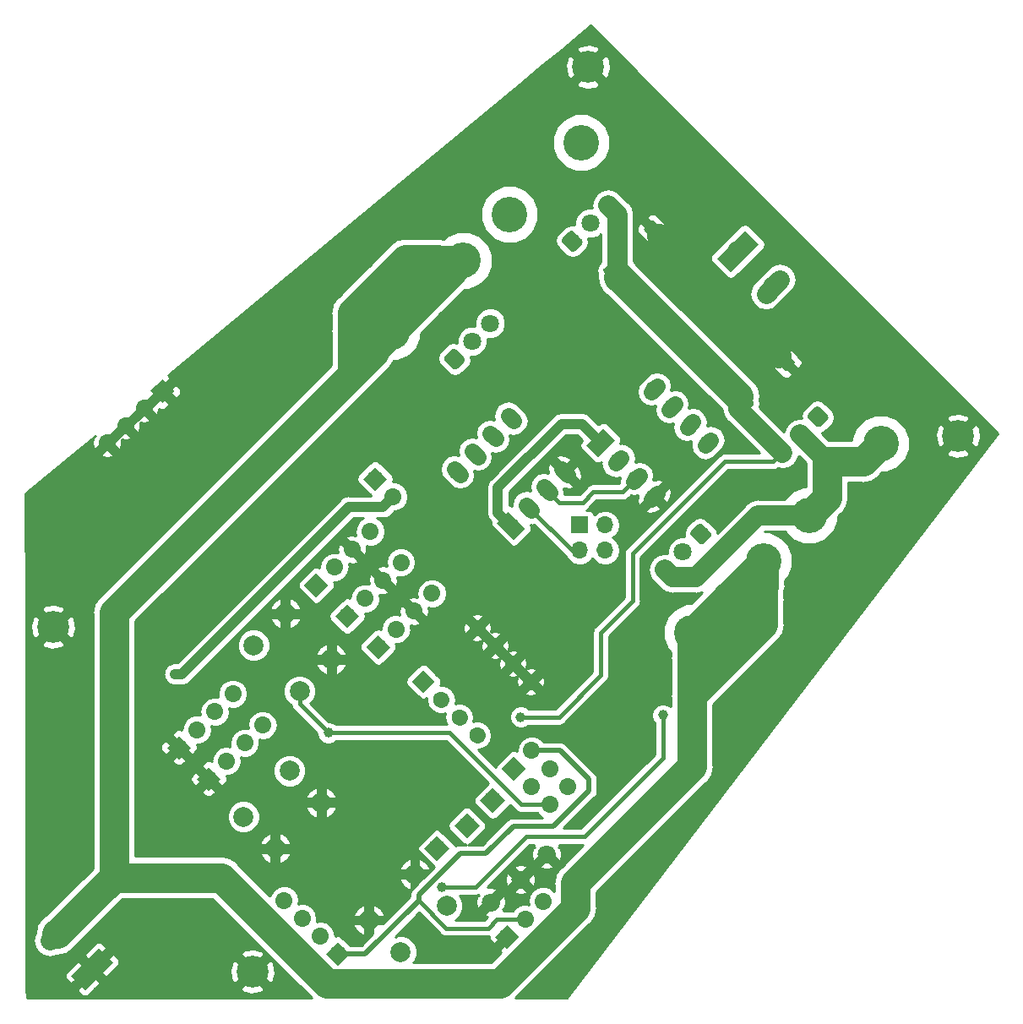
<source format=gbr>
G04 #@! TF.GenerationSoftware,KiCad,Pcbnew,(5.0.1)-3*
G04 #@! TF.CreationDate,2018-11-04T20:31:55+05:30*
G04 #@! TF.ProjectId,MosfetDriverOn210404,4D6F736665744472697665724F6E3231,rev?*
G04 #@! TF.SameCoordinates,Original*
G04 #@! TF.FileFunction,Copper,L2,Bot,Signal*
G04 #@! TF.FilePolarity,Positive*
%FSLAX46Y46*%
G04 Gerber Fmt 4.6, Leading zero omitted, Abs format (unit mm)*
G04 Created by KiCad (PCBNEW (5.0.1)-3) date 11/4/2018 8:31:55 PM*
%MOMM*%
%LPD*%
G01*
G04 APERTURE LIST*
G04 #@! TA.AperFunction,ComponentPad*
%ADD10C,1.980000*%
G04 #@! TD*
G04 #@! TA.AperFunction,Conductor*
%ADD11C,1.980000*%
G04 #@! TD*
G04 #@! TA.AperFunction,Conductor*
%ADD12C,0.100000*%
G04 #@! TD*
G04 #@! TA.AperFunction,ComponentPad*
%ADD13C,3.556000*%
G04 #@! TD*
G04 #@! TA.AperFunction,ComponentPad*
%ADD14C,1.800000*%
G04 #@! TD*
G04 #@! TA.AperFunction,ComponentPad*
%ADD15C,1.600000*%
G04 #@! TD*
G04 #@! TA.AperFunction,ComponentPad*
%ADD16C,3.200000*%
G04 #@! TD*
G04 #@! TA.AperFunction,Conductor*
%ADD17C,1.600000*%
G04 #@! TD*
G04 #@! TA.AperFunction,ComponentPad*
%ADD18C,1.700000*%
G04 #@! TD*
G04 #@! TA.AperFunction,Conductor*
%ADD19C,1.700000*%
G04 #@! TD*
G04 #@! TA.AperFunction,ComponentPad*
%ADD20O,1.700000X1.700000*%
G04 #@! TD*
G04 #@! TA.AperFunction,ComponentPad*
%ADD21R,1.700000X1.700000*%
G04 #@! TD*
G04 #@! TA.AperFunction,ComponentPad*
%ADD22C,2.000000*%
G04 #@! TD*
G04 #@! TA.AperFunction,Conductor*
%ADD23C,1.800000*%
G04 #@! TD*
G04 #@! TA.AperFunction,SMDPad,CuDef*
%ADD24C,1.350000*%
G04 #@! TD*
G04 #@! TA.AperFunction,ViaPad*
%ADD25C,1.000000*%
G04 #@! TD*
G04 #@! TA.AperFunction,ViaPad*
%ADD26C,0.600000*%
G04 #@! TD*
G04 #@! TA.AperFunction,Conductor*
%ADD27C,0.500000*%
G04 #@! TD*
G04 #@! TA.AperFunction,Conductor*
%ADD28C,0.400000*%
G04 #@! TD*
G04 #@! TA.AperFunction,Conductor*
%ADD29C,2.500000*%
G04 #@! TD*
G04 #@! TA.AperFunction,Conductor*
%ADD30C,1.000000*%
G04 #@! TD*
G04 #@! TA.AperFunction,Conductor*
%ADD31C,3.000000*%
G04 #@! TD*
G04 #@! TA.AperFunction,Conductor*
%ADD32C,2.000000*%
G04 #@! TD*
G04 #@! TA.AperFunction,Conductor*
%ADD33C,0.254000*%
G04 #@! TD*
G04 APERTURE END LIST*
D10*
G04 #@! TO.P,J4,2*
G04 #@! TO.N,VCC*
X109060000Y-143750000D03*
D11*
G04 #@! TD*
G04 #@! TO.N,VCC*
G04 #@! TO.C,J4*
X108359964Y-144450036D02*
X109760036Y-143049964D01*
D10*
G04 #@! TO.P,J4,1*
G04 #@! TO.N,GND*
X112595534Y-147285534D03*
D12*
G04 #@! TD*
G04 #@! TO.N,GND*
G04 #@! TO.C,J4*
G36*
X114695641Y-146585498D02*
X111895498Y-149385641D01*
X110495427Y-147985570D01*
X113295570Y-145185427D01*
X114695641Y-146585498D01*
X114695641Y-146585498D01*
G37*
D13*
G04 #@! TO.P,Q4,2*
G04 #@! TO.N,/M2*
X154432320Y-71664422D03*
X161616525Y-64480218D03*
D14*
G04 #@! TO.P,Q4,3*
G04 #@! TO.N,/IS+*
X164310602Y-70766398D03*
G04 #@! TO.P,Q4,2*
G04 #@! TO.N,/M2*
X162514551Y-72562449D03*
D12*
G04 #@! TD*
G04 #@! TO.N,Net-(D7-Pad2)*
G04 #@! TO.C,Q4*
G36*
X160686996Y-73324030D02*
X160725825Y-73329790D01*
X160763903Y-73339328D01*
X160800862Y-73352552D01*
X160836348Y-73369335D01*
X160870017Y-73389516D01*
X160901546Y-73412900D01*
X160930632Y-73439261D01*
X161637739Y-74146368D01*
X161664100Y-74175454D01*
X161687484Y-74206983D01*
X161707665Y-74240652D01*
X161724448Y-74276138D01*
X161737672Y-74313097D01*
X161747210Y-74351175D01*
X161752970Y-74390004D01*
X161754896Y-74429211D01*
X161752970Y-74468418D01*
X161747210Y-74507247D01*
X161737672Y-74545325D01*
X161724448Y-74582284D01*
X161707665Y-74617770D01*
X161687484Y-74651439D01*
X161664100Y-74682968D01*
X161637739Y-74712054D01*
X161072054Y-75277739D01*
X161042968Y-75304100D01*
X161011439Y-75327484D01*
X160977770Y-75347665D01*
X160942284Y-75364448D01*
X160905325Y-75377672D01*
X160867247Y-75387210D01*
X160828418Y-75392970D01*
X160789211Y-75394896D01*
X160750004Y-75392970D01*
X160711175Y-75387210D01*
X160673097Y-75377672D01*
X160636138Y-75364448D01*
X160600652Y-75347665D01*
X160566983Y-75327484D01*
X160535454Y-75304100D01*
X160506368Y-75277739D01*
X159799261Y-74570632D01*
X159772900Y-74541546D01*
X159749516Y-74510017D01*
X159729335Y-74476348D01*
X159712552Y-74440862D01*
X159699328Y-74403903D01*
X159689790Y-74365825D01*
X159684030Y-74326996D01*
X159682104Y-74287789D01*
X159684030Y-74248582D01*
X159689790Y-74209753D01*
X159699328Y-74171675D01*
X159712552Y-74134716D01*
X159729335Y-74099230D01*
X159749516Y-74065561D01*
X159772900Y-74034032D01*
X159799261Y-74004946D01*
X160364946Y-73439261D01*
X160394032Y-73412900D01*
X160425561Y-73389516D01*
X160459230Y-73369335D01*
X160494716Y-73352552D01*
X160531675Y-73339328D01*
X160569753Y-73329790D01*
X160608582Y-73324030D01*
X160647789Y-73322104D01*
X160686996Y-73324030D01*
X160686996Y-73324030D01*
G37*
D15*
G04 #@! TO.P,Q4,1*
G04 #@! TO.N,Net-(D7-Pad2)*
X160718500Y-74358500D03*
G04 #@! TD*
D12*
G04 #@! TO.N,Net-(D6-Pad2)*
G04 #@! TO.C,Q3*
G36*
X148875996Y-85135030D02*
X148914825Y-85140790D01*
X148952903Y-85150328D01*
X148989862Y-85163552D01*
X149025348Y-85180335D01*
X149059017Y-85200516D01*
X149090546Y-85223900D01*
X149119632Y-85250261D01*
X149826739Y-85957368D01*
X149853100Y-85986454D01*
X149876484Y-86017983D01*
X149896665Y-86051652D01*
X149913448Y-86087138D01*
X149926672Y-86124097D01*
X149936210Y-86162175D01*
X149941970Y-86201004D01*
X149943896Y-86240211D01*
X149941970Y-86279418D01*
X149936210Y-86318247D01*
X149926672Y-86356325D01*
X149913448Y-86393284D01*
X149896665Y-86428770D01*
X149876484Y-86462439D01*
X149853100Y-86493968D01*
X149826739Y-86523054D01*
X149261054Y-87088739D01*
X149231968Y-87115100D01*
X149200439Y-87138484D01*
X149166770Y-87158665D01*
X149131284Y-87175448D01*
X149094325Y-87188672D01*
X149056247Y-87198210D01*
X149017418Y-87203970D01*
X148978211Y-87205896D01*
X148939004Y-87203970D01*
X148900175Y-87198210D01*
X148862097Y-87188672D01*
X148825138Y-87175448D01*
X148789652Y-87158665D01*
X148755983Y-87138484D01*
X148724454Y-87115100D01*
X148695368Y-87088739D01*
X147988261Y-86381632D01*
X147961900Y-86352546D01*
X147938516Y-86321017D01*
X147918335Y-86287348D01*
X147901552Y-86251862D01*
X147888328Y-86214903D01*
X147878790Y-86176825D01*
X147873030Y-86137996D01*
X147871104Y-86098789D01*
X147873030Y-86059582D01*
X147878790Y-86020753D01*
X147888328Y-85982675D01*
X147901552Y-85945716D01*
X147918335Y-85910230D01*
X147938516Y-85876561D01*
X147961900Y-85845032D01*
X147988261Y-85815946D01*
X148553946Y-85250261D01*
X148583032Y-85223900D01*
X148614561Y-85200516D01*
X148648230Y-85180335D01*
X148683716Y-85163552D01*
X148720675Y-85150328D01*
X148758753Y-85140790D01*
X148797582Y-85135030D01*
X148836789Y-85133104D01*
X148875996Y-85135030D01*
X148875996Y-85135030D01*
G37*
D15*
G04 #@! TD*
G04 #@! TO.P,Q3,1*
G04 #@! TO.N,Net-(D6-Pad2)*
X148907500Y-86169500D03*
D14*
G04 #@! TO.P,Q3,2*
G04 #@! TO.N,VCC*
X150703551Y-84373449D03*
G04 #@! TO.P,Q3,3*
G04 #@! TO.N,/M2*
X152499602Y-82577398D03*
D13*
G04 #@! TO.P,Q3,2*
G04 #@! TO.N,VCC*
X149805525Y-76291218D03*
X142621320Y-83475422D03*
G04 #@! TD*
D12*
G04 #@! TO.N,Net-(D4-Pad2)*
G04 #@! TO.C,IRFZ44N*
G36*
X173577496Y-102661030D02*
X173616325Y-102666790D01*
X173654403Y-102676328D01*
X173691362Y-102689552D01*
X173726848Y-102706335D01*
X173760517Y-102726516D01*
X173792046Y-102749900D01*
X173821132Y-102776261D01*
X174528239Y-103483368D01*
X174554600Y-103512454D01*
X174577984Y-103543983D01*
X174598165Y-103577652D01*
X174614948Y-103613138D01*
X174628172Y-103650097D01*
X174637710Y-103688175D01*
X174643470Y-103727004D01*
X174645396Y-103766211D01*
X174643470Y-103805418D01*
X174637710Y-103844247D01*
X174628172Y-103882325D01*
X174614948Y-103919284D01*
X174598165Y-103954770D01*
X174577984Y-103988439D01*
X174554600Y-104019968D01*
X174528239Y-104049054D01*
X173962554Y-104614739D01*
X173933468Y-104641100D01*
X173901939Y-104664484D01*
X173868270Y-104684665D01*
X173832784Y-104701448D01*
X173795825Y-104714672D01*
X173757747Y-104724210D01*
X173718918Y-104729970D01*
X173679711Y-104731896D01*
X173640504Y-104729970D01*
X173601675Y-104724210D01*
X173563597Y-104714672D01*
X173526638Y-104701448D01*
X173491152Y-104684665D01*
X173457483Y-104664484D01*
X173425954Y-104641100D01*
X173396868Y-104614739D01*
X172689761Y-103907632D01*
X172663400Y-103878546D01*
X172640016Y-103847017D01*
X172619835Y-103813348D01*
X172603052Y-103777862D01*
X172589828Y-103740903D01*
X172580290Y-103702825D01*
X172574530Y-103663996D01*
X172572604Y-103624789D01*
X172574530Y-103585582D01*
X172580290Y-103546753D01*
X172589828Y-103508675D01*
X172603052Y-103471716D01*
X172619835Y-103436230D01*
X172640016Y-103402561D01*
X172663400Y-103371032D01*
X172689761Y-103341946D01*
X173255446Y-102776261D01*
X173284532Y-102749900D01*
X173316061Y-102726516D01*
X173349730Y-102706335D01*
X173385216Y-102689552D01*
X173422175Y-102676328D01*
X173460253Y-102666790D01*
X173499082Y-102661030D01*
X173538289Y-102659104D01*
X173577496Y-102661030D01*
X173577496Y-102661030D01*
G37*
D15*
G04 #@! TD*
G04 #@! TO.P,IRFZ44N,1*
G04 #@! TO.N,Net-(D4-Pad2)*
X173609000Y-103695500D03*
D14*
G04 #@! TO.P,IRFZ44N,2*
G04 #@! TO.N,VCC*
X171812949Y-105491551D03*
G04 #@! TO.P,IRFZ44N,3*
G04 #@! TO.N,/M1*
X170016898Y-107287602D03*
D13*
G04 #@! TO.P,IRFZ44N,2*
G04 #@! TO.N,VCC*
X172710975Y-113573782D03*
X179895180Y-106389578D03*
G04 #@! TD*
G04 #@! TO.P,Q2,2*
G04 #@! TO.N,/M1*
X191642680Y-94642078D03*
X184458475Y-101826282D03*
D14*
G04 #@! TO.P,Q2,3*
G04 #@! TO.N,/IS+*
X181764398Y-95540102D03*
G04 #@! TO.P,Q2,2*
G04 #@! TO.N,/M1*
X183560449Y-93744051D03*
D12*
G04 #@! TD*
G04 #@! TO.N,Net-(D5-Pad2)*
G04 #@! TO.C,Q2*
G36*
X185324996Y-90913530D02*
X185363825Y-90919290D01*
X185401903Y-90928828D01*
X185438862Y-90942052D01*
X185474348Y-90958835D01*
X185508017Y-90979016D01*
X185539546Y-91002400D01*
X185568632Y-91028761D01*
X186275739Y-91735868D01*
X186302100Y-91764954D01*
X186325484Y-91796483D01*
X186345665Y-91830152D01*
X186362448Y-91865638D01*
X186375672Y-91902597D01*
X186385210Y-91940675D01*
X186390970Y-91979504D01*
X186392896Y-92018711D01*
X186390970Y-92057918D01*
X186385210Y-92096747D01*
X186375672Y-92134825D01*
X186362448Y-92171784D01*
X186345665Y-92207270D01*
X186325484Y-92240939D01*
X186302100Y-92272468D01*
X186275739Y-92301554D01*
X185710054Y-92867239D01*
X185680968Y-92893600D01*
X185649439Y-92916984D01*
X185615770Y-92937165D01*
X185580284Y-92953948D01*
X185543325Y-92967172D01*
X185505247Y-92976710D01*
X185466418Y-92982470D01*
X185427211Y-92984396D01*
X185388004Y-92982470D01*
X185349175Y-92976710D01*
X185311097Y-92967172D01*
X185274138Y-92953948D01*
X185238652Y-92937165D01*
X185204983Y-92916984D01*
X185173454Y-92893600D01*
X185144368Y-92867239D01*
X184437261Y-92160132D01*
X184410900Y-92131046D01*
X184387516Y-92099517D01*
X184367335Y-92065848D01*
X184350552Y-92030362D01*
X184337328Y-91993403D01*
X184327790Y-91955325D01*
X184322030Y-91916496D01*
X184320104Y-91877289D01*
X184322030Y-91838082D01*
X184327790Y-91799253D01*
X184337328Y-91761175D01*
X184350552Y-91724216D01*
X184367335Y-91688730D01*
X184387516Y-91655061D01*
X184410900Y-91623532D01*
X184437261Y-91594446D01*
X185002946Y-91028761D01*
X185032032Y-91002400D01*
X185063561Y-90979016D01*
X185097230Y-90958835D01*
X185132716Y-90942052D01*
X185169675Y-90928828D01*
X185207753Y-90919290D01*
X185246582Y-90913530D01*
X185285789Y-90911604D01*
X185324996Y-90913530D01*
X185324996Y-90913530D01*
G37*
D15*
G04 #@! TO.P,Q2,1*
G04 #@! TO.N,Net-(D5-Pad2)*
X185356500Y-91948000D03*
G04 #@! TD*
D16*
G04 #@! TO.P,REF\002A\002A,1*
G04 #@! TO.N,GND*
X128670000Y-147550000D03*
G04 #@! TD*
G04 #@! TO.P,REF\002A\002A,1*
G04 #@! TO.N,GND*
X108690000Y-113000000D03*
G04 #@! TD*
G04 #@! TO.P,REF\002A\002A,1*
G04 #@! TO.N,GND*
X162306000Y-56896000D03*
G04 #@! TD*
D15*
G04 #@! TO.P,U5,8*
G04 #@! TO.N,Net-(C9-Pad1)*
X149198470Y-97480524D03*
D17*
G04 #@! TD*
G04 #@! TO.N,Net-(C9-Pad1)*
G04 #@! TO.C,U5*
X149481313Y-97763367D02*
X148915627Y-97197681D01*
D15*
G04 #@! TO.P,U5,4*
G04 #@! TO.N,GND*
X159974778Y-97480524D03*
D17*
G04 #@! TD*
G04 #@! TO.N,GND*
G04 #@! TO.C,U5*
X160257621Y-97763367D02*
X159691935Y-97197681D01*
D15*
G04 #@! TO.P,U5,7*
G04 #@! TO.N,Net-(D6-Pad1)*
X150994522Y-95684473D03*
D17*
G04 #@! TD*
G04 #@! TO.N,Net-(D6-Pad1)*
G04 #@! TO.C,U5*
X151277365Y-95967316D02*
X150711679Y-95401630D01*
D15*
G04 #@! TO.P,U5,3*
G04 #@! TO.N,/~SD*
X158178726Y-99276576D03*
D17*
G04 #@! TD*
G04 #@! TO.N,/~SD*
G04 #@! TO.C,U5*
X158461569Y-99559419D02*
X157895883Y-98993733D01*
D15*
G04 #@! TO.P,U5,6*
G04 #@! TO.N,Net-(C9-Pad2)*
X152790573Y-93888422D03*
D17*
G04 #@! TD*
G04 #@! TO.N,Net-(C9-Pad2)*
G04 #@! TO.C,U5*
X153073416Y-94171265D02*
X152507730Y-93605579D01*
D15*
G04 #@! TO.P,U5,2*
G04 #@! TO.N,/IN2*
X156382675Y-101072627D03*
D17*
G04 #@! TD*
G04 #@! TO.N,/IN2*
G04 #@! TO.C,U5*
X156665518Y-101355470D02*
X156099832Y-100789784D01*
D15*
G04 #@! TO.P,U5,5*
G04 #@! TO.N,Net-(D7-Pad1)*
X154586624Y-92092371D03*
D17*
G04 #@! TD*
G04 #@! TO.N,Net-(D7-Pad1)*
G04 #@! TO.C,U5*
X154869467Y-92375214D02*
X154303781Y-91809528D01*
D15*
G04 #@! TO.P,U5,1*
G04 #@! TO.N,+15V*
X154586624Y-102868678D03*
D12*
G04 #@! TD*
G04 #@! TO.N,+15V*
G04 #@! TO.C,U5*
G36*
X156000838Y-103151521D02*
X154869467Y-104282892D01*
X153172410Y-102585835D01*
X154303781Y-101454464D01*
X156000838Y-103151521D01*
X156000838Y-103151521D01*
G37*
D18*
G04 #@! TO.P,J3,4*
G04 #@! TO.N,+5V*
X140458733Y-103447038D03*
D19*
G04 #@! TD*
G04 #@! TO.N,+5V*
G04 #@! TO.C,J3*
X140458733Y-103447038D02*
X140458733Y-103447038D01*
D18*
G04 #@! TO.P,J3,3*
G04 #@! TO.N,GND*
X138662681Y-105243090D03*
D19*
G04 #@! TD*
G04 #@! TO.N,GND*
G04 #@! TO.C,J3*
X138662681Y-105243090D02*
X138662681Y-105243090D01*
D18*
G04 #@! TO.P,J3,2*
G04 #@! TO.N,/SDA*
X136866630Y-107039141D03*
D19*
G04 #@! TD*
G04 #@! TO.N,/SDA*
G04 #@! TO.C,J3*
X136866630Y-107039141D02*
X136866630Y-107039141D01*
D18*
G04 #@! TO.P,J3,1*
G04 #@! TO.N,/SCL*
X135070579Y-108835192D03*
D12*
G04 #@! TD*
G04 #@! TO.N,/SCL*
G04 #@! TO.C,J3*
G36*
X136272661Y-108835192D02*
X135070579Y-110037274D01*
X133868497Y-108835192D01*
X135070579Y-107633110D01*
X136272661Y-108835192D01*
X136272661Y-108835192D01*
G37*
D18*
G04 #@! TO.P,J5,4*
G04 #@! TO.N,+5V*
X143555146Y-106543451D03*
D19*
G04 #@! TD*
G04 #@! TO.N,+5V*
G04 #@! TO.C,J5*
X143555146Y-106543451D02*
X143555146Y-106543451D01*
D18*
G04 #@! TO.P,J5,3*
G04 #@! TO.N,GND*
X141759094Y-108339503D03*
D19*
G04 #@! TD*
G04 #@! TO.N,GND*
G04 #@! TO.C,J5*
X141759094Y-108339503D02*
X141759094Y-108339503D01*
D18*
G04 #@! TO.P,J5,2*
G04 #@! TO.N,/SDA*
X139963043Y-110135554D03*
D19*
G04 #@! TD*
G04 #@! TO.N,/SDA*
G04 #@! TO.C,J5*
X139963043Y-110135554D02*
X139963043Y-110135554D01*
D18*
G04 #@! TO.P,J5,1*
G04 #@! TO.N,/SCL*
X138166992Y-111931605D03*
D12*
G04 #@! TD*
G04 #@! TO.N,/SCL*
G04 #@! TO.C,J5*
G36*
X139369074Y-111931605D02*
X138166992Y-113133687D01*
X136964910Y-111931605D01*
X138166992Y-110729523D01*
X139369074Y-111931605D01*
X139369074Y-111931605D01*
G37*
D18*
G04 #@! TO.P,J6,4*
G04 #@! TO.N,/RX*
X126698554Y-119706846D03*
D19*
G04 #@! TD*
G04 #@! TO.N,/RX*
G04 #@! TO.C,J6*
X126698554Y-119706846D02*
X126698554Y-119706846D01*
D18*
G04 #@! TO.P,J6,3*
G04 #@! TO.N,/TX*
X124902502Y-121502898D03*
D19*
G04 #@! TD*
G04 #@! TO.N,/TX*
G04 #@! TO.C,J6*
X124902502Y-121502898D02*
X124902502Y-121502898D01*
D18*
G04 #@! TO.P,J6,2*
G04 #@! TO.N,+5V*
X123106451Y-123298949D03*
D19*
G04 #@! TD*
G04 #@! TO.N,+5V*
G04 #@! TO.C,J6*
X123106451Y-123298949D02*
X123106451Y-123298949D01*
D18*
G04 #@! TO.P,J6,1*
G04 #@! TO.N,GND*
X121310400Y-125095000D03*
D12*
G04 #@! TD*
G04 #@! TO.N,GND*
G04 #@! TO.C,J6*
G36*
X122512482Y-125095000D02*
X121310400Y-126297082D01*
X120108318Y-125095000D01*
X121310400Y-123892918D01*
X122512482Y-125095000D01*
X122512482Y-125095000D01*
G37*
D18*
G04 #@! TO.P,J7,4*
G04 #@! TO.N,+5V*
X131848046Y-140407846D03*
D19*
G04 #@! TD*
G04 #@! TO.N,+5V*
G04 #@! TO.C,J7*
X131848046Y-140407846D02*
X131848046Y-140407846D01*
D18*
G04 #@! TO.P,J7,3*
G04 #@! TO.N,+5V*
X133644098Y-142203898D03*
D19*
G04 #@! TD*
G04 #@! TO.N,+5V*
G04 #@! TO.C,J7*
X133644098Y-142203898D02*
X133644098Y-142203898D01*
D18*
G04 #@! TO.P,J7,2*
G04 #@! TO.N,+5V*
X135440149Y-143999949D03*
D19*
G04 #@! TD*
G04 #@! TO.N,+5V*
G04 #@! TO.C,J7*
X135440149Y-143999949D02*
X135440149Y-143999949D01*
D18*
G04 #@! TO.P,J7,1*
G04 #@! TO.N,+5V*
X137236200Y-145796000D03*
D12*
G04 #@! TD*
G04 #@! TO.N,+5V*
G04 #@! TO.C,J7*
G36*
X137236200Y-144593918D02*
X138438282Y-145796000D01*
X137236200Y-146998082D01*
X136034118Y-145796000D01*
X137236200Y-144593918D01*
X137236200Y-144593918D01*
G37*
D18*
G04 #@! TO.P,J8,4*
G04 #@! TO.N,GND*
X114104723Y-94584552D03*
D19*
G04 #@! TD*
G04 #@! TO.N,GND*
G04 #@! TO.C,J8*
X114104723Y-94584552D02*
X114104723Y-94584552D01*
D18*
G04 #@! TO.P,J8,3*
G04 #@! TO.N,GND*
X115962362Y-92852275D03*
D19*
G04 #@! TD*
G04 #@! TO.N,GND*
G04 #@! TO.C,J8*
X115962362Y-92852275D02*
X115962362Y-92852275D01*
D18*
G04 #@! TO.P,J8,2*
G04 #@! TO.N,GND*
X117820000Y-91120000D03*
D19*
G04 #@! TD*
G04 #@! TO.N,GND*
G04 #@! TO.C,J8*
X117820000Y-91120000D02*
X117820000Y-91120000D01*
D18*
G04 #@! TO.P,J8,1*
G04 #@! TO.N,GND*
X119677638Y-89387724D03*
D12*
G04 #@! TD*
G04 #@! TO.N,GND*
G04 #@! TO.C,J8*
G36*
X118476289Y-89345772D02*
X119719590Y-88186375D01*
X120878987Y-89429676D01*
X119635686Y-90589073D01*
X118476289Y-89345772D01*
X118476289Y-89345772D01*
G37*
D18*
G04 #@! TO.P,J10,4*
G04 #@! TO.N,/A*
X129682425Y-122844392D03*
D19*
G04 #@! TD*
G04 #@! TO.N,/A*
G04 #@! TO.C,J10*
X129682425Y-122844392D02*
X129682425Y-122844392D01*
D18*
G04 #@! TO.P,J10,3*
G04 #@! TO.N,/B*
X127886373Y-124640444D03*
D19*
G04 #@! TD*
G04 #@! TO.N,/B*
G04 #@! TO.C,J10*
X127886373Y-124640444D02*
X127886373Y-124640444D01*
D18*
G04 #@! TO.P,J10,2*
G04 #@! TO.N,+5V*
X126090322Y-126436495D03*
D19*
G04 #@! TD*
G04 #@! TO.N,+5V*
G04 #@! TO.C,J10*
X126090322Y-126436495D02*
X126090322Y-126436495D01*
D18*
G04 #@! TO.P,J10,1*
G04 #@! TO.N,GND*
X124294271Y-128232546D03*
D12*
G04 #@! TD*
G04 #@! TO.N,GND*
G04 #@! TO.C,J10*
G36*
X125496353Y-128232546D02*
X124294271Y-129434628D01*
X123092189Y-128232546D01*
X124294271Y-127030464D01*
X125496353Y-128232546D01*
X125496353Y-128232546D01*
G37*
D10*
G04 #@! TO.P,J12,2*
G04 #@! TO.N,/M1*
X180848000Y-78910034D03*
D11*
G04 #@! TD*
G04 #@! TO.N,/M1*
G04 #@! TO.C,J12*
X181548036Y-78209998D02*
X180147964Y-79610070D01*
D10*
G04 #@! TO.P,J12,1*
G04 #@! TO.N,/M2*
X177312466Y-75374500D03*
D12*
G04 #@! TD*
G04 #@! TO.N,/M2*
G04 #@! TO.C,J12*
G36*
X175212359Y-76074536D02*
X178012502Y-73274393D01*
X179412573Y-74674464D01*
X176612430Y-77474607D01*
X175212359Y-76074536D01*
X175212359Y-76074536D01*
G37*
D18*
G04 #@! TO.P,J1,4*
G04 #@! TO.N,+5V*
X146655109Y-109643416D03*
D19*
G04 #@! TD*
G04 #@! TO.N,+5V*
G04 #@! TO.C,J1*
X146655109Y-109643416D02*
X146655109Y-109643416D01*
D18*
G04 #@! TO.P,J1,3*
G04 #@! TO.N,GND*
X144859057Y-111439468D03*
D19*
G04 #@! TD*
G04 #@! TO.N,GND*
G04 #@! TO.C,J1*
X144859057Y-111439468D02*
X144859057Y-111439468D01*
D18*
G04 #@! TO.P,J1,2*
G04 #@! TO.N,/SDA*
X143063006Y-113235519D03*
D19*
G04 #@! TD*
G04 #@! TO.N,/SDA*
G04 #@! TO.C,J1*
X143063006Y-113235519D02*
X143063006Y-113235519D01*
D18*
G04 #@! TO.P,J1,1*
G04 #@! TO.N,/SCL*
X141266955Y-115031570D03*
D12*
G04 #@! TD*
G04 #@! TO.N,/SCL*
G04 #@! TO.C,J1*
G36*
X142469037Y-115031570D02*
X141266955Y-116233652D01*
X140064873Y-115031570D01*
X141266955Y-113829488D01*
X142469037Y-115031570D01*
X142469037Y-115031570D01*
G37*
D20*
G04 #@! TO.P,J11,4*
G04 #@! TO.N,/SGN1*
X164020500Y-105346500D03*
G04 #@! TO.P,J11,3*
G04 #@! TO.N,/IN2*
X161480500Y-105346500D03*
G04 #@! TO.P,J11,2*
G04 #@! TO.N,/IN1*
X164020500Y-102806500D03*
D21*
G04 #@! TO.P,J11,1*
G04 #@! TO.N,/SGN2*
X161480500Y-102806500D03*
G04 #@! TD*
D22*
G04 #@! TO.P,SW1,1*
G04 #@! TO.N,GND*
X136568584Y-116260168D03*
G04 #@! TO.P,SW1,2*
G04 #@! TO.N,/RST*
X133386604Y-119442149D03*
G04 #@! TO.P,SW1,1*
G04 #@! TO.N,GND*
X131972390Y-111663974D03*
G04 #@! TO.P,SW1,2*
G04 #@! TO.N,/RST*
X128790409Y-114845955D03*
G04 #@! TD*
G04 #@! TO.P,SW4,1*
G04 #@! TO.N,Net-(C15-Pad1)*
X132376501Y-127424323D03*
G04 #@! TO.P,SW4,2*
G04 #@! TO.N,GND*
X135558482Y-130606303D03*
G04 #@! TO.P,SW4,1*
G04 #@! TO.N,Net-(C15-Pad1)*
X127780307Y-132020517D03*
G04 #@! TO.P,SW4,2*
G04 #@! TO.N,GND*
X130962288Y-135202498D03*
G04 #@! TD*
D18*
G04 #@! TO.P,ISP,6*
G04 #@! TO.N,GND*
X160260197Y-128995868D03*
D19*
G04 #@! TD*
G04 #@! TO.N,GND*
G04 #@! TO.C,ISP*
X160260197Y-128995868D02*
X160260197Y-128995868D01*
D18*
G04 #@! TO.P,ISP,5*
G04 #@! TO.N,/RST*
X158464145Y-130791919D03*
D19*
G04 #@! TD*
G04 #@! TO.N,/RST*
G04 #@! TO.C,ISP*
X158464145Y-130791919D02*
X158464145Y-130791919D01*
D18*
G04 #@! TO.P,ISP,4*
G04 #@! TO.N,/MOSI*
X158464145Y-127199817D03*
D19*
G04 #@! TD*
G04 #@! TO.N,/MOSI*
G04 #@! TO.C,ISP*
X158464145Y-127199817D02*
X158464145Y-127199817D01*
D18*
G04 #@! TO.P,ISP,3*
G04 #@! TO.N,/SCK*
X156668094Y-128995868D03*
D19*
G04 #@! TD*
G04 #@! TO.N,/SCK*
G04 #@! TO.C,ISP*
X156668094Y-128995868D02*
X156668094Y-128995868D01*
D18*
G04 #@! TO.P,ISP,2*
G04 #@! TO.N,+5V*
X156668094Y-125403766D03*
D19*
G04 #@! TD*
G04 #@! TO.N,+5V*
G04 #@! TO.C,ISP*
X156668094Y-125403766D02*
X156668094Y-125403766D01*
D18*
G04 #@! TO.P,ISP,1*
G04 #@! TO.N,/MISO*
X154872043Y-127199817D03*
D12*
G04 #@! TD*
G04 #@! TO.N,/MISO*
G04 #@! TO.C,ISP*
G36*
X154872043Y-128401899D02*
X153669961Y-127199817D01*
X154872043Y-125997735D01*
X156074125Y-127199817D01*
X154872043Y-128401899D01*
X154872043Y-128401899D01*
G37*
D15*
G04 #@! TO.P,SW2,8*
G04 #@! TO.N,GND*
X151190138Y-113100814D03*
D17*
G04 #@! TD*
G04 #@! TO.N,GND*
G04 #@! TO.C,SW2*
X151190138Y-113100814D02*
X151190138Y-113100814D01*
D15*
G04 #@! TO.P,SW2,4*
G04 #@! TO.N,Net-(SW2-Pad4)*
X151190138Y-123877122D03*
D17*
G04 #@! TD*
G04 #@! TO.N,Net-(SW2-Pad4)*
G04 #@! TO.C,SW2*
X151190138Y-123877122D02*
X151190138Y-123877122D01*
D15*
G04 #@! TO.P,SW2,7*
G04 #@! TO.N,GND*
X152986189Y-114896866D03*
D17*
G04 #@! TD*
G04 #@! TO.N,GND*
G04 #@! TO.C,SW2*
X152986189Y-114896866D02*
X152986189Y-114896866D01*
D15*
G04 #@! TO.P,SW2,3*
G04 #@! TO.N,Net-(SW2-Pad3)*
X149394086Y-122081070D03*
D17*
G04 #@! TD*
G04 #@! TO.N,Net-(SW2-Pad3)*
G04 #@! TO.C,SW2*
X149394086Y-122081070D02*
X149394086Y-122081070D01*
D15*
G04 #@! TO.P,SW2,6*
G04 #@! TO.N,GND*
X154782240Y-116692917D03*
D17*
G04 #@! TD*
G04 #@! TO.N,GND*
G04 #@! TO.C,SW2*
X154782240Y-116692917D02*
X154782240Y-116692917D01*
D15*
G04 #@! TO.P,SW2,2*
G04 #@! TO.N,Net-(SW2-Pad2)*
X147598035Y-120285019D03*
D17*
G04 #@! TD*
G04 #@! TO.N,Net-(SW2-Pad2)*
G04 #@! TO.C,SW2*
X147598035Y-120285019D02*
X147598035Y-120285019D01*
D15*
G04 #@! TO.P,SW2,5*
G04 #@! TO.N,GND*
X156578291Y-118488968D03*
D17*
G04 #@! TD*
G04 #@! TO.N,GND*
G04 #@! TO.C,SW2*
X156578291Y-118488968D02*
X156578291Y-118488968D01*
D15*
G04 #@! TO.P,SW2,1*
G04 #@! TO.N,Net-(SW2-Pad1)*
X145801984Y-118488968D03*
D12*
G04 #@! TD*
G04 #@! TO.N,Net-(SW2-Pad1)*
G04 #@! TO.C,SW2*
G36*
X145801984Y-119620339D02*
X144670613Y-118488968D01*
X145801984Y-117357597D01*
X146933355Y-118488968D01*
X145801984Y-119620339D01*
X145801984Y-119620339D01*
G37*
D22*
G04 #@! TO.P,SW3,1*
G04 #@! TO.N,Net-(C14-Pad1)*
X143531710Y-145574199D03*
G04 #@! TO.P,SW3,2*
G04 #@! TO.N,GND*
X140349729Y-142392219D03*
G04 #@! TO.P,SW3,1*
G04 #@! TO.N,Net-(C14-Pad1)*
X148127904Y-140978005D03*
G04 #@! TO.P,SW3,2*
G04 #@! TO.N,GND*
X144945923Y-137796024D03*
G04 #@! TD*
D15*
G04 #@! TO.P,U3,8*
G04 #@! TO.N,Net-(C8-Pad1)*
X168943780Y-89155095D03*
D17*
G04 #@! TD*
G04 #@! TO.N,Net-(C8-Pad1)*
G04 #@! TO.C,U3*
X168660937Y-89437938D02*
X169226623Y-88872252D01*
D15*
G04 #@! TO.P,U3,4*
G04 #@! TO.N,GND*
X168943780Y-99931403D03*
D17*
G04 #@! TD*
G04 #@! TO.N,GND*
G04 #@! TO.C,U3*
X168660937Y-100214246D02*
X169226623Y-99648560D01*
D15*
G04 #@! TO.P,U3,7*
G04 #@! TO.N,Net-(D4-Pad1)*
X170739831Y-90951147D03*
D17*
G04 #@! TD*
G04 #@! TO.N,Net-(D4-Pad1)*
G04 #@! TO.C,U3*
X170456988Y-91233990D02*
X171022674Y-90668304D01*
D15*
G04 #@! TO.P,U3,3*
G04 #@! TO.N,/~SD*
X167147728Y-98135351D03*
D17*
G04 #@! TD*
G04 #@! TO.N,/~SD*
G04 #@! TO.C,U3*
X166864885Y-98418194D02*
X167430571Y-97852508D01*
D15*
G04 #@! TO.P,U3,6*
G04 #@! TO.N,Net-(C8-Pad2)*
X172535882Y-92747198D03*
D17*
G04 #@! TD*
G04 #@! TO.N,Net-(C8-Pad2)*
G04 #@! TO.C,U3*
X172253039Y-93030041D02*
X172818725Y-92464355D01*
D15*
G04 #@! TO.P,U3,2*
G04 #@! TO.N,/IN1*
X165351677Y-96339300D03*
D17*
G04 #@! TD*
G04 #@! TO.N,/IN1*
G04 #@! TO.C,U3*
X165068834Y-96622143D02*
X165634520Y-96056457D01*
D15*
G04 #@! TO.P,U3,5*
G04 #@! TO.N,Net-(D5-Pad1)*
X174331933Y-94543249D03*
D17*
G04 #@! TD*
G04 #@! TO.N,Net-(D5-Pad1)*
G04 #@! TO.C,U3*
X174049090Y-94826092D02*
X174614776Y-94260406D01*
D15*
G04 #@! TO.P,U3,1*
G04 #@! TO.N,+15V*
X163555626Y-94543249D03*
D12*
G04 #@! TD*
G04 #@! TO.N,+15V*
G04 #@! TO.C,U3*
G36*
X163272783Y-95957463D02*
X162141412Y-94826092D01*
X163838469Y-93129035D01*
X164969840Y-94260406D01*
X163272783Y-95957463D01*
X163272783Y-95957463D01*
G37*
D14*
G04 #@! TO.P,D11,2*
G04 #@! TO.N,GND*
X152537177Y-140580399D03*
D23*
G04 #@! TD*
G04 #@! TO.N,GND*
G04 #@! TO.C,D11*
X152537177Y-140580399D02*
X152537177Y-140580399D01*
D14*
G04 #@! TO.P,D11,1*
G04 #@! TO.N,Net-(D11-Pad1)*
X147149023Y-135192245D03*
D12*
G04 #@! TD*
G04 #@! TO.N,Net-(D11-Pad1)*
G04 #@! TO.C,D11*
G36*
X145876231Y-135192245D02*
X147149023Y-133919453D01*
X148421815Y-135192245D01*
X147149023Y-136465037D01*
X145876231Y-135192245D01*
X145876231Y-135192245D01*
G37*
D14*
G04 #@! TO.P,D12,2*
G04 #@! TO.N,GND*
X155550853Y-138310898D03*
D23*
G04 #@! TD*
G04 #@! TO.N,GND*
G04 #@! TO.C,D12*
X155550853Y-138310898D02*
X155550853Y-138310898D01*
D14*
G04 #@! TO.P,D12,1*
G04 #@! TO.N,Net-(D12-Pad1)*
X150162699Y-132922744D03*
D12*
G04 #@! TD*
G04 #@! TO.N,Net-(D12-Pad1)*
G04 #@! TO.C,D12*
G36*
X148889907Y-132922744D02*
X150162699Y-131649952D01*
X151435491Y-132922744D01*
X150162699Y-134195536D01*
X148889907Y-132922744D01*
X148889907Y-132922744D01*
G37*
D14*
G04 #@! TO.P,D13,2*
G04 #@! TO.N,GND*
X158142687Y-135782565D03*
D23*
G04 #@! TD*
G04 #@! TO.N,GND*
G04 #@! TO.C,D13*
X158142687Y-135782565D02*
X158142687Y-135782565D01*
D14*
G04 #@! TO.P,D13,1*
G04 #@! TO.N,Net-(D13-Pad1)*
X152754533Y-130394411D03*
D12*
G04 #@! TD*
G04 #@! TO.N,Net-(D13-Pad1)*
G04 #@! TO.C,D13*
G36*
X151481741Y-130394411D02*
X152754533Y-129121619D01*
X154027325Y-130394411D01*
X152754533Y-131667203D01*
X151481741Y-130394411D01*
X151481741Y-130394411D01*
G37*
D18*
G04 #@! TO.P,J9,3*
G04 #@! TO.N,/svo*
X157795502Y-140502098D03*
D19*
G04 #@! TD*
G04 #@! TO.N,/svo*
G04 #@! TO.C,J9*
X157795502Y-140502098D02*
X157795502Y-140502098D01*
D18*
G04 #@! TO.P,J9,2*
G04 #@! TO.N,+5V*
X155999451Y-142298149D03*
D19*
G04 #@! TD*
G04 #@! TO.N,+5V*
G04 #@! TO.C,J9*
X155999451Y-142298149D02*
X155999451Y-142298149D01*
D18*
G04 #@! TO.P,J9,1*
G04 #@! TO.N,GND*
X154203400Y-144094200D03*
D12*
G04 #@! TD*
G04 #@! TO.N,GND*
G04 #@! TO.C,J9*
G36*
X155405482Y-144094200D02*
X154203400Y-145296282D01*
X153001318Y-144094200D01*
X154203400Y-142892118D01*
X155405482Y-144094200D01*
X155405482Y-144094200D01*
G37*
G04 #@! TO.N,GND*
G04 #@! TO.C,R7*
G36*
X180785784Y-84252529D02*
X180810052Y-84256129D01*
X180833851Y-84262090D01*
X180856950Y-84270355D01*
X180879129Y-84280845D01*
X180900172Y-84293457D01*
X180919878Y-84308072D01*
X180938056Y-84324548D01*
X182953312Y-86339804D01*
X182969788Y-86357982D01*
X182984403Y-86377688D01*
X182997015Y-86398731D01*
X183007505Y-86420910D01*
X183015770Y-86444009D01*
X183021731Y-86467808D01*
X183025331Y-86492076D01*
X183026535Y-86516580D01*
X183025331Y-86541084D01*
X183021731Y-86565352D01*
X183015770Y-86589151D01*
X183007505Y-86612250D01*
X182997015Y-86634429D01*
X182984403Y-86655472D01*
X182969788Y-86675178D01*
X182953312Y-86693356D01*
X182352270Y-87294398D01*
X182334092Y-87310874D01*
X182314386Y-87325489D01*
X182293343Y-87338101D01*
X182271164Y-87348591D01*
X182248065Y-87356856D01*
X182224266Y-87362817D01*
X182199998Y-87366417D01*
X182175494Y-87367621D01*
X182150990Y-87366417D01*
X182126722Y-87362817D01*
X182102923Y-87356856D01*
X182079824Y-87348591D01*
X182057645Y-87338101D01*
X182036602Y-87325489D01*
X182016896Y-87310874D01*
X181998718Y-87294398D01*
X179983462Y-85279142D01*
X179966986Y-85260964D01*
X179952371Y-85241258D01*
X179939759Y-85220215D01*
X179929269Y-85198036D01*
X179921004Y-85174937D01*
X179915043Y-85151138D01*
X179911443Y-85126870D01*
X179910239Y-85102366D01*
X179911443Y-85077862D01*
X179915043Y-85053594D01*
X179921004Y-85029795D01*
X179929269Y-85006696D01*
X179939759Y-84984517D01*
X179952371Y-84963474D01*
X179966986Y-84943768D01*
X179983462Y-84925590D01*
X180584504Y-84324548D01*
X180602682Y-84308072D01*
X180622388Y-84293457D01*
X180643431Y-84280845D01*
X180665610Y-84270355D01*
X180688709Y-84262090D01*
X180712508Y-84256129D01*
X180736776Y-84252529D01*
X180761280Y-84251325D01*
X180785784Y-84252529D01*
X180785784Y-84252529D01*
G37*
D24*
G04 #@! TD*
G04 #@! TO.P,R7,2*
G04 #@! TO.N,GND*
X181468387Y-85809473D03*
D12*
G04 #@! TO.N,/IS+*
G04 #@! TO.C,R7*
G36*
X176684564Y-88353749D02*
X176708832Y-88357349D01*
X176732631Y-88363310D01*
X176755730Y-88371575D01*
X176777909Y-88382065D01*
X176798952Y-88394677D01*
X176818658Y-88409292D01*
X176836836Y-88425768D01*
X178852092Y-90441024D01*
X178868568Y-90459202D01*
X178883183Y-90478908D01*
X178895795Y-90499951D01*
X178906285Y-90522130D01*
X178914550Y-90545229D01*
X178920511Y-90569028D01*
X178924111Y-90593296D01*
X178925315Y-90617800D01*
X178924111Y-90642304D01*
X178920511Y-90666572D01*
X178914550Y-90690371D01*
X178906285Y-90713470D01*
X178895795Y-90735649D01*
X178883183Y-90756692D01*
X178868568Y-90776398D01*
X178852092Y-90794576D01*
X178251050Y-91395618D01*
X178232872Y-91412094D01*
X178213166Y-91426709D01*
X178192123Y-91439321D01*
X178169944Y-91449811D01*
X178146845Y-91458076D01*
X178123046Y-91464037D01*
X178098778Y-91467637D01*
X178074274Y-91468841D01*
X178049770Y-91467637D01*
X178025502Y-91464037D01*
X178001703Y-91458076D01*
X177978604Y-91449811D01*
X177956425Y-91439321D01*
X177935382Y-91426709D01*
X177915676Y-91412094D01*
X177897498Y-91395618D01*
X175882242Y-89380362D01*
X175865766Y-89362184D01*
X175851151Y-89342478D01*
X175838539Y-89321435D01*
X175828049Y-89299256D01*
X175819784Y-89276157D01*
X175813823Y-89252358D01*
X175810223Y-89228090D01*
X175809019Y-89203586D01*
X175810223Y-89179082D01*
X175813823Y-89154814D01*
X175819784Y-89131015D01*
X175828049Y-89107916D01*
X175838539Y-89085737D01*
X175851151Y-89064694D01*
X175865766Y-89044988D01*
X175882242Y-89026810D01*
X176483284Y-88425768D01*
X176501462Y-88409292D01*
X176521168Y-88394677D01*
X176542211Y-88382065D01*
X176564390Y-88371575D01*
X176587489Y-88363310D01*
X176611288Y-88357349D01*
X176635556Y-88353749D01*
X176660060Y-88352545D01*
X176684564Y-88353749D01*
X176684564Y-88353749D01*
G37*
D24*
G04 #@! TD*
G04 #@! TO.P,R7,1*
G04 #@! TO.N,/IS+*
X177367167Y-89910693D03*
D12*
G04 #@! TO.N,/IS+*
G04 #@! TO.C,R8*
G36*
X164701975Y-76408418D02*
X164726243Y-76412018D01*
X164750042Y-76417979D01*
X164773141Y-76426244D01*
X164795320Y-76436734D01*
X164816363Y-76449346D01*
X164836069Y-76463961D01*
X164854247Y-76480437D01*
X166869503Y-78495693D01*
X166885979Y-78513871D01*
X166900594Y-78533577D01*
X166913206Y-78554620D01*
X166923696Y-78576799D01*
X166931961Y-78599898D01*
X166937922Y-78623697D01*
X166941522Y-78647965D01*
X166942726Y-78672469D01*
X166941522Y-78696973D01*
X166937922Y-78721241D01*
X166931961Y-78745040D01*
X166923696Y-78768139D01*
X166913206Y-78790318D01*
X166900594Y-78811361D01*
X166885979Y-78831067D01*
X166869503Y-78849245D01*
X166268461Y-79450287D01*
X166250283Y-79466763D01*
X166230577Y-79481378D01*
X166209534Y-79493990D01*
X166187355Y-79504480D01*
X166164256Y-79512745D01*
X166140457Y-79518706D01*
X166116189Y-79522306D01*
X166091685Y-79523510D01*
X166067181Y-79522306D01*
X166042913Y-79518706D01*
X166019114Y-79512745D01*
X165996015Y-79504480D01*
X165973836Y-79493990D01*
X165952793Y-79481378D01*
X165933087Y-79466763D01*
X165914909Y-79450287D01*
X163899653Y-77435031D01*
X163883177Y-77416853D01*
X163868562Y-77397147D01*
X163855950Y-77376104D01*
X163845460Y-77353925D01*
X163837195Y-77330826D01*
X163831234Y-77307027D01*
X163827634Y-77282759D01*
X163826430Y-77258255D01*
X163827634Y-77233751D01*
X163831234Y-77209483D01*
X163837195Y-77185684D01*
X163845460Y-77162585D01*
X163855950Y-77140406D01*
X163868562Y-77119363D01*
X163883177Y-77099657D01*
X163899653Y-77081479D01*
X164500695Y-76480437D01*
X164518873Y-76463961D01*
X164538579Y-76449346D01*
X164559622Y-76436734D01*
X164581801Y-76426244D01*
X164604900Y-76417979D01*
X164628699Y-76412018D01*
X164652967Y-76408418D01*
X164677471Y-76407214D01*
X164701975Y-76408418D01*
X164701975Y-76408418D01*
G37*
D24*
G04 #@! TD*
G04 #@! TO.P,R8,1*
G04 #@! TO.N,/IS+*
X165384578Y-77965362D03*
D12*
G04 #@! TO.N,GND*
G04 #@! TO.C,R8*
G36*
X168803193Y-72307198D02*
X168827461Y-72310798D01*
X168851260Y-72316759D01*
X168874359Y-72325024D01*
X168896538Y-72335514D01*
X168917581Y-72348126D01*
X168937287Y-72362741D01*
X168955465Y-72379217D01*
X170970721Y-74394473D01*
X170987197Y-74412651D01*
X171001812Y-74432357D01*
X171014424Y-74453400D01*
X171024914Y-74475579D01*
X171033179Y-74498678D01*
X171039140Y-74522477D01*
X171042740Y-74546745D01*
X171043944Y-74571249D01*
X171042740Y-74595753D01*
X171039140Y-74620021D01*
X171033179Y-74643820D01*
X171024914Y-74666919D01*
X171014424Y-74689098D01*
X171001812Y-74710141D01*
X170987197Y-74729847D01*
X170970721Y-74748025D01*
X170369679Y-75349067D01*
X170351501Y-75365543D01*
X170331795Y-75380158D01*
X170310752Y-75392770D01*
X170288573Y-75403260D01*
X170265474Y-75411525D01*
X170241675Y-75417486D01*
X170217407Y-75421086D01*
X170192903Y-75422290D01*
X170168399Y-75421086D01*
X170144131Y-75417486D01*
X170120332Y-75411525D01*
X170097233Y-75403260D01*
X170075054Y-75392770D01*
X170054011Y-75380158D01*
X170034305Y-75365543D01*
X170016127Y-75349067D01*
X168000871Y-73333811D01*
X167984395Y-73315633D01*
X167969780Y-73295927D01*
X167957168Y-73274884D01*
X167946678Y-73252705D01*
X167938413Y-73229606D01*
X167932452Y-73205807D01*
X167928852Y-73181539D01*
X167927648Y-73157035D01*
X167928852Y-73132531D01*
X167932452Y-73108263D01*
X167938413Y-73084464D01*
X167946678Y-73061365D01*
X167957168Y-73039186D01*
X167969780Y-73018143D01*
X167984395Y-72998437D01*
X168000871Y-72980259D01*
X168601913Y-72379217D01*
X168620091Y-72362741D01*
X168639797Y-72348126D01*
X168660840Y-72335514D01*
X168683019Y-72325024D01*
X168706118Y-72316759D01*
X168729917Y-72310798D01*
X168754185Y-72307198D01*
X168778689Y-72305994D01*
X168803193Y-72307198D01*
X168803193Y-72307198D01*
G37*
D24*
G04 #@! TD*
G04 #@! TO.P,R8,2*
G04 #@! TO.N,GND*
X169485796Y-73864142D03*
D12*
G04 #@! TO.N,/IS+*
G04 #@! TO.C,R9*
G36*
X167659408Y-79328592D02*
X167683676Y-79332192D01*
X167707475Y-79338153D01*
X167730574Y-79346418D01*
X167752753Y-79356908D01*
X167773796Y-79369520D01*
X167793502Y-79384135D01*
X167811680Y-79400611D01*
X169826936Y-81415867D01*
X169843412Y-81434045D01*
X169858027Y-81453751D01*
X169870639Y-81474794D01*
X169881129Y-81496973D01*
X169889394Y-81520072D01*
X169895355Y-81543871D01*
X169898955Y-81568139D01*
X169900159Y-81592643D01*
X169898955Y-81617147D01*
X169895355Y-81641415D01*
X169889394Y-81665214D01*
X169881129Y-81688313D01*
X169870639Y-81710492D01*
X169858027Y-81731535D01*
X169843412Y-81751241D01*
X169826936Y-81769419D01*
X169225894Y-82370461D01*
X169207716Y-82386937D01*
X169188010Y-82401552D01*
X169166967Y-82414164D01*
X169144788Y-82424654D01*
X169121689Y-82432919D01*
X169097890Y-82438880D01*
X169073622Y-82442480D01*
X169049118Y-82443684D01*
X169024614Y-82442480D01*
X169000346Y-82438880D01*
X168976547Y-82432919D01*
X168953448Y-82424654D01*
X168931269Y-82414164D01*
X168910226Y-82401552D01*
X168890520Y-82386937D01*
X168872342Y-82370461D01*
X166857086Y-80355205D01*
X166840610Y-80337027D01*
X166825995Y-80317321D01*
X166813383Y-80296278D01*
X166802893Y-80274099D01*
X166794628Y-80251000D01*
X166788667Y-80227201D01*
X166785067Y-80202933D01*
X166783863Y-80178429D01*
X166785067Y-80153925D01*
X166788667Y-80129657D01*
X166794628Y-80105858D01*
X166802893Y-80082759D01*
X166813383Y-80060580D01*
X166825995Y-80039537D01*
X166840610Y-80019831D01*
X166857086Y-80001653D01*
X167458128Y-79400611D01*
X167476306Y-79384135D01*
X167496012Y-79369520D01*
X167517055Y-79356908D01*
X167539234Y-79346418D01*
X167562333Y-79338153D01*
X167586132Y-79332192D01*
X167610400Y-79328592D01*
X167634904Y-79327388D01*
X167659408Y-79328592D01*
X167659408Y-79328592D01*
G37*
D24*
G04 #@! TD*
G04 #@! TO.P,R9,1*
G04 #@! TO.N,/IS+*
X168342011Y-80885536D03*
D12*
G04 #@! TO.N,GND*
G04 #@! TO.C,R9*
G36*
X171760626Y-75227372D02*
X171784894Y-75230972D01*
X171808693Y-75236933D01*
X171831792Y-75245198D01*
X171853971Y-75255688D01*
X171875014Y-75268300D01*
X171894720Y-75282915D01*
X171912898Y-75299391D01*
X173928154Y-77314647D01*
X173944630Y-77332825D01*
X173959245Y-77352531D01*
X173971857Y-77373574D01*
X173982347Y-77395753D01*
X173990612Y-77418852D01*
X173996573Y-77442651D01*
X174000173Y-77466919D01*
X174001377Y-77491423D01*
X174000173Y-77515927D01*
X173996573Y-77540195D01*
X173990612Y-77563994D01*
X173982347Y-77587093D01*
X173971857Y-77609272D01*
X173959245Y-77630315D01*
X173944630Y-77650021D01*
X173928154Y-77668199D01*
X173327112Y-78269241D01*
X173308934Y-78285717D01*
X173289228Y-78300332D01*
X173268185Y-78312944D01*
X173246006Y-78323434D01*
X173222907Y-78331699D01*
X173199108Y-78337660D01*
X173174840Y-78341260D01*
X173150336Y-78342464D01*
X173125832Y-78341260D01*
X173101564Y-78337660D01*
X173077765Y-78331699D01*
X173054666Y-78323434D01*
X173032487Y-78312944D01*
X173011444Y-78300332D01*
X172991738Y-78285717D01*
X172973560Y-78269241D01*
X170958304Y-76253985D01*
X170941828Y-76235807D01*
X170927213Y-76216101D01*
X170914601Y-76195058D01*
X170904111Y-76172879D01*
X170895846Y-76149780D01*
X170889885Y-76125981D01*
X170886285Y-76101713D01*
X170885081Y-76077209D01*
X170886285Y-76052705D01*
X170889885Y-76028437D01*
X170895846Y-76004638D01*
X170904111Y-75981539D01*
X170914601Y-75959360D01*
X170927213Y-75938317D01*
X170941828Y-75918611D01*
X170958304Y-75900433D01*
X171559346Y-75299391D01*
X171577524Y-75282915D01*
X171597230Y-75268300D01*
X171618273Y-75255688D01*
X171640452Y-75245198D01*
X171663551Y-75236933D01*
X171687350Y-75230972D01*
X171711618Y-75227372D01*
X171736122Y-75226168D01*
X171760626Y-75227372D01*
X171760626Y-75227372D01*
G37*
D24*
G04 #@! TD*
G04 #@! TO.P,R9,2*
G04 #@! TO.N,GND*
X172443229Y-76784316D03*
D12*
G04 #@! TO.N,GND*
G04 #@! TO.C,R11*
G36*
X174724111Y-78190856D02*
X174748379Y-78194456D01*
X174772178Y-78200417D01*
X174795277Y-78208682D01*
X174817456Y-78219172D01*
X174838499Y-78231784D01*
X174858205Y-78246399D01*
X174876383Y-78262875D01*
X176891639Y-80278131D01*
X176908115Y-80296309D01*
X176922730Y-80316015D01*
X176935342Y-80337058D01*
X176945832Y-80359237D01*
X176954097Y-80382336D01*
X176960058Y-80406135D01*
X176963658Y-80430403D01*
X176964862Y-80454907D01*
X176963658Y-80479411D01*
X176960058Y-80503679D01*
X176954097Y-80527478D01*
X176945832Y-80550577D01*
X176935342Y-80572756D01*
X176922730Y-80593799D01*
X176908115Y-80613505D01*
X176891639Y-80631683D01*
X176290597Y-81232725D01*
X176272419Y-81249201D01*
X176252713Y-81263816D01*
X176231670Y-81276428D01*
X176209491Y-81286918D01*
X176186392Y-81295183D01*
X176162593Y-81301144D01*
X176138325Y-81304744D01*
X176113821Y-81305948D01*
X176089317Y-81304744D01*
X176065049Y-81301144D01*
X176041250Y-81295183D01*
X176018151Y-81286918D01*
X175995972Y-81276428D01*
X175974929Y-81263816D01*
X175955223Y-81249201D01*
X175937045Y-81232725D01*
X173921789Y-79217469D01*
X173905313Y-79199291D01*
X173890698Y-79179585D01*
X173878086Y-79158542D01*
X173867596Y-79136363D01*
X173859331Y-79113264D01*
X173853370Y-79089465D01*
X173849770Y-79065197D01*
X173848566Y-79040693D01*
X173849770Y-79016189D01*
X173853370Y-78991921D01*
X173859331Y-78968122D01*
X173867596Y-78945023D01*
X173878086Y-78922844D01*
X173890698Y-78901801D01*
X173905313Y-78882095D01*
X173921789Y-78863917D01*
X174522831Y-78262875D01*
X174541009Y-78246399D01*
X174560715Y-78231784D01*
X174581758Y-78219172D01*
X174603937Y-78208682D01*
X174627036Y-78200417D01*
X174650835Y-78194456D01*
X174675103Y-78190856D01*
X174699607Y-78189652D01*
X174724111Y-78190856D01*
X174724111Y-78190856D01*
G37*
D24*
G04 #@! TD*
G04 #@! TO.P,R11,2*
G04 #@! TO.N,GND*
X175406714Y-79747800D03*
D12*
G04 #@! TO.N,/IS+*
G04 #@! TO.C,R11*
G36*
X170622891Y-82292076D02*
X170647159Y-82295676D01*
X170670958Y-82301637D01*
X170694057Y-82309902D01*
X170716236Y-82320392D01*
X170737279Y-82333004D01*
X170756985Y-82347619D01*
X170775163Y-82364095D01*
X172790419Y-84379351D01*
X172806895Y-84397529D01*
X172821510Y-84417235D01*
X172834122Y-84438278D01*
X172844612Y-84460457D01*
X172852877Y-84483556D01*
X172858838Y-84507355D01*
X172862438Y-84531623D01*
X172863642Y-84556127D01*
X172862438Y-84580631D01*
X172858838Y-84604899D01*
X172852877Y-84628698D01*
X172844612Y-84651797D01*
X172834122Y-84673976D01*
X172821510Y-84695019D01*
X172806895Y-84714725D01*
X172790419Y-84732903D01*
X172189377Y-85333945D01*
X172171199Y-85350421D01*
X172151493Y-85365036D01*
X172130450Y-85377648D01*
X172108271Y-85388138D01*
X172085172Y-85396403D01*
X172061373Y-85402364D01*
X172037105Y-85405964D01*
X172012601Y-85407168D01*
X171988097Y-85405964D01*
X171963829Y-85402364D01*
X171940030Y-85396403D01*
X171916931Y-85388138D01*
X171894752Y-85377648D01*
X171873709Y-85365036D01*
X171854003Y-85350421D01*
X171835825Y-85333945D01*
X169820569Y-83318689D01*
X169804093Y-83300511D01*
X169789478Y-83280805D01*
X169776866Y-83259762D01*
X169766376Y-83237583D01*
X169758111Y-83214484D01*
X169752150Y-83190685D01*
X169748550Y-83166417D01*
X169747346Y-83141913D01*
X169748550Y-83117409D01*
X169752150Y-83093141D01*
X169758111Y-83069342D01*
X169766376Y-83046243D01*
X169776866Y-83024064D01*
X169789478Y-83003021D01*
X169804093Y-82983315D01*
X169820569Y-82965137D01*
X170421611Y-82364095D01*
X170439789Y-82347619D01*
X170459495Y-82333004D01*
X170480538Y-82320392D01*
X170502717Y-82309902D01*
X170525816Y-82301637D01*
X170549615Y-82295676D01*
X170573883Y-82292076D01*
X170598387Y-82290872D01*
X170622891Y-82292076D01*
X170622891Y-82292076D01*
G37*
D24*
G04 #@! TD*
G04 #@! TO.P,R11,1*
G04 #@! TO.N,/IS+*
X171305494Y-83849020D03*
D12*
G04 #@! TO.N,/IS+*
G04 #@! TO.C,R12*
G36*
X173631277Y-85300462D02*
X173655545Y-85304062D01*
X173679344Y-85310023D01*
X173702443Y-85318288D01*
X173724622Y-85328778D01*
X173745665Y-85341390D01*
X173765371Y-85356005D01*
X173783549Y-85372481D01*
X175798805Y-87387737D01*
X175815281Y-87405915D01*
X175829896Y-87425621D01*
X175842508Y-87446664D01*
X175852998Y-87468843D01*
X175861263Y-87491942D01*
X175867224Y-87515741D01*
X175870824Y-87540009D01*
X175872028Y-87564513D01*
X175870824Y-87589017D01*
X175867224Y-87613285D01*
X175861263Y-87637084D01*
X175852998Y-87660183D01*
X175842508Y-87682362D01*
X175829896Y-87703405D01*
X175815281Y-87723111D01*
X175798805Y-87741289D01*
X175197763Y-88342331D01*
X175179585Y-88358807D01*
X175159879Y-88373422D01*
X175138836Y-88386034D01*
X175116657Y-88396524D01*
X175093558Y-88404789D01*
X175069759Y-88410750D01*
X175045491Y-88414350D01*
X175020987Y-88415554D01*
X174996483Y-88414350D01*
X174972215Y-88410750D01*
X174948416Y-88404789D01*
X174925317Y-88396524D01*
X174903138Y-88386034D01*
X174882095Y-88373422D01*
X174862389Y-88358807D01*
X174844211Y-88342331D01*
X172828955Y-86327075D01*
X172812479Y-86308897D01*
X172797864Y-86289191D01*
X172785252Y-86268148D01*
X172774762Y-86245969D01*
X172766497Y-86222870D01*
X172760536Y-86199071D01*
X172756936Y-86174803D01*
X172755732Y-86150299D01*
X172756936Y-86125795D01*
X172760536Y-86101527D01*
X172766497Y-86077728D01*
X172774762Y-86054629D01*
X172785252Y-86032450D01*
X172797864Y-86011407D01*
X172812479Y-85991701D01*
X172828955Y-85973523D01*
X173429997Y-85372481D01*
X173448175Y-85356005D01*
X173467881Y-85341390D01*
X173488924Y-85328778D01*
X173511103Y-85318288D01*
X173534202Y-85310023D01*
X173558001Y-85304062D01*
X173582269Y-85300462D01*
X173606773Y-85299258D01*
X173631277Y-85300462D01*
X173631277Y-85300462D01*
G37*
D24*
G04 #@! TD*
G04 #@! TO.P,R12,1*
G04 #@! TO.N,/IS+*
X174313880Y-86857406D03*
D12*
G04 #@! TO.N,GND*
G04 #@! TO.C,R12*
G36*
X177732497Y-81199242D02*
X177756765Y-81202842D01*
X177780564Y-81208803D01*
X177803663Y-81217068D01*
X177825842Y-81227558D01*
X177846885Y-81240170D01*
X177866591Y-81254785D01*
X177884769Y-81271261D01*
X179900025Y-83286517D01*
X179916501Y-83304695D01*
X179931116Y-83324401D01*
X179943728Y-83345444D01*
X179954218Y-83367623D01*
X179962483Y-83390722D01*
X179968444Y-83414521D01*
X179972044Y-83438789D01*
X179973248Y-83463293D01*
X179972044Y-83487797D01*
X179968444Y-83512065D01*
X179962483Y-83535864D01*
X179954218Y-83558963D01*
X179943728Y-83581142D01*
X179931116Y-83602185D01*
X179916501Y-83621891D01*
X179900025Y-83640069D01*
X179298983Y-84241111D01*
X179280805Y-84257587D01*
X179261099Y-84272202D01*
X179240056Y-84284814D01*
X179217877Y-84295304D01*
X179194778Y-84303569D01*
X179170979Y-84309530D01*
X179146711Y-84313130D01*
X179122207Y-84314334D01*
X179097703Y-84313130D01*
X179073435Y-84309530D01*
X179049636Y-84303569D01*
X179026537Y-84295304D01*
X179004358Y-84284814D01*
X178983315Y-84272202D01*
X178963609Y-84257587D01*
X178945431Y-84241111D01*
X176930175Y-82225855D01*
X176913699Y-82207677D01*
X176899084Y-82187971D01*
X176886472Y-82166928D01*
X176875982Y-82144749D01*
X176867717Y-82121650D01*
X176861756Y-82097851D01*
X176858156Y-82073583D01*
X176856952Y-82049079D01*
X176858156Y-82024575D01*
X176861756Y-82000307D01*
X176867717Y-81976508D01*
X176875982Y-81953409D01*
X176886472Y-81931230D01*
X176899084Y-81910187D01*
X176913699Y-81890481D01*
X176930175Y-81872303D01*
X177531217Y-81271261D01*
X177549395Y-81254785D01*
X177569101Y-81240170D01*
X177590144Y-81227558D01*
X177612323Y-81217068D01*
X177635422Y-81208803D01*
X177659221Y-81202842D01*
X177683489Y-81199242D01*
X177707993Y-81198038D01*
X177732497Y-81199242D01*
X177732497Y-81199242D01*
G37*
D24*
G04 #@! TD*
G04 #@! TO.P,R12,2*
G04 #@! TO.N,GND*
X178415100Y-82756186D03*
D18*
G04 #@! TO.P,J13,1*
G04 #@! TO.N,VCC*
X140970000Y-98171000D03*
D12*
G04 #@! TD*
G04 #@! TO.N,VCC*
G04 #@! TO.C,J13*
G36*
X140970000Y-99373082D02*
X139767918Y-98171000D01*
X140970000Y-96968918D01*
X142172082Y-98171000D01*
X140970000Y-99373082D01*
X140970000Y-99373082D01*
G37*
D18*
G04 #@! TO.P,J13,2*
G04 #@! TO.N,+15V*
X142766051Y-99967051D03*
D19*
G04 #@! TD*
G04 #@! TO.N,+15V*
G04 #@! TO.C,J13*
X142766051Y-99967051D02*
X142766051Y-99967051D01*
D16*
G04 #@! TO.P,REF\002A\002A,1*
G04 #@! TO.N,GND*
X199390000Y-93853000D03*
G04 #@! TD*
D25*
G04 #@! TO.N,GND*
X161239200Y-123621800D03*
X118364000Y-146304000D03*
X119380000Y-147320000D03*
X117348000Y-147320000D03*
X116332000Y-148336000D03*
X120480000Y-148380000D03*
X118364000Y-148336000D03*
X156972000Y-149352000D03*
X157988000Y-148336000D03*
X159004000Y-147320000D03*
X160020000Y-146304000D03*
X161036000Y-145288000D03*
X162052000Y-144272000D03*
X163068000Y-143256000D03*
X164084000Y-142240000D03*
X164084000Y-140716000D03*
X165100000Y-138684000D03*
X166116000Y-137668000D03*
X159004000Y-149352000D03*
X160020000Y-148336000D03*
X161036000Y-147320000D03*
X162052000Y-146304000D03*
X163068000Y-145288000D03*
X164084000Y-144272000D03*
X165608000Y-140716000D03*
X165608000Y-142240000D03*
X167640000Y-138176000D03*
X134620000Y-87376000D03*
X133096000Y-87122000D03*
X133350000Y-88646000D03*
X131826000Y-88392000D03*
X132080000Y-89916000D03*
X130556000Y-89662000D03*
X130810000Y-91186000D03*
X138684000Y-94996000D03*
X140208000Y-93980000D03*
X140208000Y-95504000D03*
X138684000Y-96520000D03*
X166624000Y-117856000D03*
X166624000Y-115824000D03*
X163576000Y-109728000D03*
X163068000Y-111252000D03*
X162052000Y-112268000D03*
X161036000Y-113284000D03*
X162560000Y-97536000D03*
X158496000Y-90424000D03*
X157480000Y-91440000D03*
X155448000Y-94488000D03*
X156464000Y-93472000D03*
X161830000Y-96360000D03*
X157988000Y-107188000D03*
X116332000Y-95504000D03*
X117348000Y-94488000D03*
X119888000Y-101092000D03*
X123444000Y-86360000D03*
X124968000Y-85344000D03*
X126492000Y-84328000D03*
X128016000Y-83312000D03*
X129540000Y-82296000D03*
X168148000Y-60960000D03*
X165608000Y-82296000D03*
X166624000Y-83312000D03*
X164592000Y-83312000D03*
X165608000Y-84328000D03*
X163576000Y-67818000D03*
X165100000Y-67818000D03*
X166624000Y-67818000D03*
X168148000Y-67818000D03*
X169672000Y-67818000D03*
X170942000Y-68834000D03*
X169672000Y-69850000D03*
X171958000Y-70104000D03*
X170688000Y-71120000D03*
X184658000Y-82296000D03*
X187198000Y-93726000D03*
X187452000Y-92202000D03*
X188976000Y-92202000D03*
X190246000Y-91186000D03*
X191262000Y-89916000D03*
X182626000Y-99060000D03*
X181610000Y-98044000D03*
X178310000Y-95140000D03*
X181610000Y-91948000D03*
X182880000Y-91440000D03*
X181610000Y-90678000D03*
X170307000Y-97409000D03*
X169164000Y-96266000D03*
X167894000Y-94996000D03*
X166624000Y-93726000D03*
X165354000Y-92456000D03*
X136330000Y-100980000D03*
X135240000Y-102090000D03*
X117729000Y-124968000D03*
X117729000Y-126619000D03*
X117729000Y-128270000D03*
X111760000Y-129794000D03*
X111760000Y-128270000D03*
X111760000Y-126619000D03*
X111760000Y-124968000D03*
X117729000Y-129794000D03*
X143891000Y-125730000D03*
X142875000Y-126746000D03*
X129032000Y-136906000D03*
X129921000Y-137922000D03*
X121920000Y-131445000D03*
X121920000Y-132969000D03*
X121920000Y-134493000D03*
X118999000Y-127508000D03*
X118999000Y-129159000D03*
X118999000Y-125857000D03*
X110363000Y-125730000D03*
X110363000Y-127381000D03*
X110363000Y-129032000D03*
X131318000Y-131064000D03*
X165608000Y-116586000D03*
X151511000Y-100838000D03*
X166497000Y-60960000D03*
X164973000Y-60960000D03*
X163322000Y-60960000D03*
X165735000Y-59563000D03*
X167386000Y-59563000D03*
X164211000Y-59563000D03*
X183896000Y-117602000D03*
X182372000Y-116586000D03*
X182880000Y-118872000D03*
X181356000Y-117856000D03*
X181864000Y-120142000D03*
X180340000Y-119126000D03*
X180848000Y-121412000D03*
X177800000Y-126080000D03*
X176580000Y-127490000D03*
X175450000Y-128910000D03*
X194945000Y-96520000D03*
X195961000Y-95504000D03*
X196342000Y-96774000D03*
X195326000Y-97790000D03*
X193929000Y-97536000D03*
X194183000Y-98933000D03*
X192786000Y-98552000D03*
X193040000Y-99949000D03*
X191643000Y-99568000D03*
X166623999Y-139191999D03*
X146010000Y-115950000D03*
X146930000Y-114950000D03*
X147860000Y-113990000D03*
X148870000Y-113000000D03*
X149098000Y-116332000D03*
X150876000Y-116332000D03*
X150114000Y-117602000D03*
X151892000Y-117602000D03*
X151130000Y-118872000D03*
X152654000Y-118872000D03*
X166624000Y-113665000D03*
X165735000Y-114808000D03*
X183388000Y-115316000D03*
X163068000Y-74676000D03*
X133096000Y-149860000D03*
X132334000Y-148844000D03*
X131572000Y-149860000D03*
X132588000Y-130302000D03*
X133350000Y-131572000D03*
X145288000Y-68580000D03*
X146558000Y-67564000D03*
X147828000Y-66548000D03*
X149098000Y-65532000D03*
X149352000Y-67056000D03*
X148082000Y-68072000D03*
X146812000Y-69088000D03*
X183134000Y-82296000D03*
X115316000Y-96520000D03*
X111252000Y-96266000D03*
X110236000Y-97282000D03*
X109220000Y-98551998D03*
X108204000Y-99568000D03*
X132000000Y-114260000D03*
X133740000Y-114470000D03*
X133660000Y-116070000D03*
X156710000Y-123380000D03*
D26*
X162850000Y-101170000D03*
D25*
X157070000Y-103560000D03*
D26*
X157829999Y-104480001D03*
X135230000Y-100950000D03*
X162990000Y-130370000D03*
X163450000Y-129260002D03*
X163570000Y-129930000D03*
D25*
X174360000Y-130270000D03*
D26*
X162960000Y-84040000D03*
X162380000Y-84590000D03*
X161810000Y-85180000D03*
D25*
G04 #@! TO.N,+15V*
X120904000Y-117729000D03*
G04 #@! TO.N,VCC*
X177800000Y-114808000D03*
X178816000Y-113792000D03*
X114808000Y-115214400D03*
X114782600Y-116535200D03*
X112610000Y-140290000D03*
X111010000Y-140820000D03*
X112020000Y-141800000D03*
X143002000Y-77216000D03*
X140970000Y-79248000D03*
X139954000Y-80264000D03*
X144381286Y-76454000D03*
X141986000Y-78232000D03*
X138938000Y-81534000D03*
X179832000Y-111252000D03*
X179832000Y-112776000D03*
X176784000Y-115824000D03*
X175587874Y-116840000D03*
X115770000Y-137089998D03*
X114782602Y-138115330D03*
X113640000Y-139280000D03*
G04 #@! TO.N,/RST*
X136271000Y-123621800D03*
G04 #@! TO.N,/IS+*
X155549600Y-122047000D03*
G04 #@! TO.N,/~SD*
X147675600Y-139090400D03*
X169809210Y-121843800D03*
G04 #@! TD*
D27*
G04 #@! TO.N,+5V*
X162356800Y-128270000D02*
X159490566Y-125403766D01*
X162356800Y-129438400D02*
X162356800Y-128270000D01*
X149497596Y-135712200D02*
X152095200Y-135712200D01*
X159490566Y-125403766D02*
X157870175Y-125403766D01*
X158800800Y-132994400D02*
X162356800Y-129438400D01*
X145338800Y-139870996D02*
X149497596Y-135712200D01*
X154813000Y-132994400D02*
X158800800Y-132994400D01*
X157870175Y-125403766D02*
X156668094Y-125403766D01*
X152095200Y-135712200D02*
X154813000Y-132994400D01*
X145338800Y-139870996D02*
X145338800Y-140411200D01*
X139954000Y-145796000D02*
X137236200Y-145796000D01*
X145338800Y-140411200D02*
X139954000Y-145796000D01*
D28*
X145338800Y-140411200D02*
X145338800Y-140436600D01*
X145338800Y-140436600D02*
X148107400Y-143205200D01*
X148107400Y-143205200D02*
X152273000Y-143205200D01*
X153180051Y-142298149D02*
X155999451Y-142298149D01*
X152273000Y-143205200D02*
X153180051Y-142298149D01*
D29*
G04 #@! TO.N,GND*
X169523056Y-73864142D02*
X181468387Y-85809473D01*
X169485796Y-73864142D02*
X169523056Y-73864142D01*
D30*
G04 #@! TO.N,+15V*
X161671577Y-92659200D02*
X163555626Y-94543249D01*
X159639000Y-92659200D02*
X161671577Y-92659200D01*
X153263600Y-99034600D02*
X159639000Y-92659200D01*
X154586624Y-102868678D02*
X153263600Y-101545654D01*
X153263600Y-101545654D02*
X153263600Y-99034600D01*
X141742702Y-100990400D02*
X142766051Y-99967051D01*
X138349706Y-100990400D02*
X141742702Y-100990400D01*
X120904000Y-117729000D02*
X121611106Y-117729000D01*
X121611106Y-117729000D02*
X138349706Y-100990400D01*
D31*
G04 #@! TO.N,VCC*
X114782600Y-138115332D02*
X114782600Y-138115332D01*
X146213423Y-79883321D02*
X146213421Y-79883321D01*
X146213423Y-79883321D02*
X146213423Y-79883320D01*
X142621322Y-83475422D02*
X146213423Y-79883321D01*
X142621320Y-83475422D02*
X142621322Y-83475422D01*
X149805525Y-76291219D02*
X146213423Y-79883321D01*
X149805525Y-76291218D02*
X149805525Y-76291219D01*
X114782600Y-111556800D02*
X114782600Y-116535200D01*
X138480000Y-87859400D02*
X114782600Y-111556800D01*
X140843321Y-85253421D02*
X140843321Y-85496079D01*
X142621320Y-83475422D02*
X140843321Y-85253421D01*
X147291054Y-76291218D02*
X147199836Y-76200000D01*
X149805525Y-76291218D02*
X147291054Y-76291218D01*
X147199836Y-76200000D02*
X144018000Y-76200000D01*
X140843321Y-85496079D02*
X138684000Y-87655400D01*
X138684000Y-87655400D02*
X138480000Y-87859400D01*
X179895179Y-106389578D02*
X172710975Y-113573782D01*
X179895180Y-106389578D02*
X179895179Y-106389578D01*
X179895180Y-108904049D02*
X179832000Y-108967229D01*
X179895180Y-106389578D02*
X179895180Y-108904049D01*
X172710975Y-116088253D02*
X172710975Y-119897025D01*
X172710975Y-113573782D02*
X172710975Y-116088253D01*
X176276000Y-112523227D02*
X176276000Y-116332000D01*
X176303077Y-112496150D02*
X176276000Y-112523227D01*
X176303077Y-109981679D02*
X176303077Y-112496150D01*
X179832000Y-112776000D02*
X176276000Y-116332000D01*
X176276000Y-116332000D02*
X172710975Y-119897025D01*
X173979747Y-116088253D02*
X179832000Y-110236000D01*
X172710975Y-116088253D02*
X173979747Y-116088253D01*
X179832000Y-108967229D02*
X179832000Y-110236000D01*
X179832000Y-110236000D02*
X179832000Y-112776000D01*
X143129321Y-79883321D02*
X141732000Y-78486000D01*
X146213423Y-79883321D02*
X143129321Y-79883321D01*
X144018000Y-76200000D02*
X141732000Y-78486000D01*
X141732000Y-78486000D02*
X138684000Y-81534000D01*
X145704782Y-76291218D02*
X138684000Y-83312000D01*
X147291054Y-76291218D02*
X145704782Y-76291218D01*
X138684000Y-81534000D02*
X138684000Y-83312000D01*
X138684000Y-83312000D02*
X138684000Y-87655400D01*
X114782600Y-138115332D02*
X114782602Y-138115330D01*
X114782600Y-116535200D02*
X114782600Y-138115332D01*
X172710975Y-119897025D02*
X172710975Y-127009025D01*
X172710975Y-127009025D02*
X161036000Y-138684000D01*
X136175092Y-148748092D02*
X125542330Y-138115330D01*
X115489708Y-138115330D02*
X114782602Y-138115330D01*
X153461108Y-148748092D02*
X136175092Y-148748092D01*
X161036000Y-141173200D02*
X153461108Y-148748092D01*
X125542330Y-138115330D02*
X115489708Y-138115330D01*
X161036000Y-138684000D02*
X161036000Y-141173200D01*
X113538011Y-139359921D02*
X114782602Y-138115330D01*
X109060000Y-143750000D02*
X109147932Y-143750000D01*
X109147932Y-143750000D02*
X113538011Y-139359921D01*
D28*
G04 #@! TO.N,/RST*
X133386604Y-120737404D02*
X133386604Y-119442149D01*
X136271000Y-123621800D02*
X133386604Y-120737404D01*
X136271000Y-123621800D02*
X148437600Y-123621800D01*
X155607719Y-130791919D02*
X158464145Y-130791919D01*
X148437600Y-123621800D02*
X155607719Y-130791919D01*
G04 #@! TO.N,/IN2*
X156393827Y-101072627D02*
X156382675Y-101072627D01*
X161480500Y-105346500D02*
X160667700Y-105346500D01*
X160667700Y-105346500D02*
X156393827Y-101072627D01*
D32*
G04 #@! TO.N,/M1*
X179323718Y-101826282D02*
X184458475Y-101826282D01*
X173130000Y-108020000D02*
X179323718Y-101826282D01*
X170016898Y-107287602D02*
X170749296Y-108020000D01*
X170749296Y-108020000D02*
X173130000Y-108020000D01*
X183560449Y-93744051D02*
X184460448Y-94644050D01*
D31*
X189864681Y-96420077D02*
X191642680Y-94642078D01*
X186250077Y-96420077D02*
X189864681Y-96420077D01*
X186236474Y-100048283D02*
X186236474Y-96406474D01*
X184458475Y-101826282D02*
X186236474Y-100048283D01*
D32*
X184474050Y-94644050D02*
X186250077Y-96420077D01*
X184460448Y-94644050D02*
X184474050Y-94644050D01*
D28*
G04 #@! TO.N,/IS+*
X175989899Y-96440101D02*
X180864399Y-96440101D01*
X159385000Y-122047000D02*
X163576000Y-117856000D01*
X155549600Y-122047000D02*
X159385000Y-122047000D01*
X163576000Y-117856000D02*
X163576000Y-113574000D01*
X163576000Y-113574000D02*
X166750000Y-110400000D01*
X166750000Y-110400000D02*
X166750000Y-105680000D01*
X180864399Y-96440101D02*
X181764398Y-95540102D01*
X166750000Y-105680000D02*
X175989899Y-96440101D01*
D32*
X165230000Y-77810784D02*
X165384578Y-77965362D01*
X164310602Y-70766398D02*
X165230000Y-71685796D01*
X165230000Y-71685796D02*
X165230000Y-77810784D01*
D31*
X165421836Y-77965362D02*
X177367167Y-89910693D01*
X165384578Y-77965362D02*
X165421836Y-77965362D01*
D32*
X177367167Y-91142871D02*
X177367167Y-89910693D01*
X181764398Y-95540102D02*
X177367167Y-91142871D01*
D28*
G04 #@! TO.N,/~SD*
X165791279Y-99491800D02*
X167147728Y-98135351D01*
X162839400Y-99491800D02*
X165791279Y-99491800D01*
X161772600Y-100558600D02*
X162839400Y-99491800D01*
X158178726Y-99276576D02*
X159460750Y-100558600D01*
X159460750Y-100558600D02*
X161772600Y-100558600D01*
X169809210Y-122550906D02*
X169809210Y-121843800D01*
X169809210Y-126150790D02*
X169809210Y-122550906D01*
X161924200Y-134035800D02*
X169809210Y-126150790D01*
X156083000Y-134035800D02*
X161924200Y-134035800D01*
X147675600Y-139090400D02*
X151028400Y-139090400D01*
X151028400Y-139090400D02*
X156083000Y-134035800D01*
G04 #@! TD*
D33*
G04 #@! TO.N,GND*
G36*
X203368888Y-93652349D02*
X160168832Y-150200128D01*
X155057393Y-150201980D01*
X155119472Y-150109073D01*
X162396984Y-142831562D01*
X162575249Y-142712449D01*
X163047126Y-142006236D01*
X163171000Y-141383479D01*
X163171000Y-141383475D01*
X163212826Y-141173200D01*
X163171000Y-140962925D01*
X163171000Y-139568345D01*
X174071959Y-128667387D01*
X174250224Y-128548274D01*
X174722101Y-127842061D01*
X174845975Y-127219304D01*
X174845975Y-127219300D01*
X174887801Y-127009025D01*
X174845975Y-126798750D01*
X174845975Y-120781370D01*
X177636984Y-117990362D01*
X177815249Y-117871249D01*
X177934364Y-117692981D01*
X181192984Y-114434362D01*
X181371249Y-114315249D01*
X181843126Y-113609036D01*
X181967000Y-112986279D01*
X181967000Y-112986274D01*
X182008826Y-112776001D01*
X181967000Y-112565727D01*
X181967000Y-110446278D01*
X182008827Y-110236000D01*
X181967000Y-110025721D01*
X181967000Y-109431955D01*
X182030180Y-109114328D01*
X182030180Y-109114324D01*
X182072006Y-108904050D01*
X182030180Y-108693775D01*
X182030180Y-108362868D01*
X182357920Y-108035128D01*
X182800180Y-106967418D01*
X182800180Y-105811738D01*
X182357920Y-104744028D01*
X181540730Y-103926838D01*
X180473020Y-103484578D01*
X179977661Y-103484578D01*
X180000957Y-103461282D01*
X181991365Y-103461282D01*
X181995735Y-103471832D01*
X182812925Y-104289022D01*
X183880635Y-104731282D01*
X185036315Y-104731282D01*
X186104025Y-104289022D01*
X186921215Y-103471832D01*
X187363475Y-102404122D01*
X187363475Y-101940628D01*
X187597458Y-101706645D01*
X187775723Y-101587532D01*
X188247600Y-100881319D01*
X188371474Y-100258562D01*
X188371474Y-100258559D01*
X188413300Y-100048284D01*
X188371474Y-99838009D01*
X188371474Y-98555077D01*
X189654406Y-98555077D01*
X189864681Y-98596903D01*
X190074956Y-98555077D01*
X190074960Y-98555077D01*
X190697717Y-98431203D01*
X191403930Y-97959326D01*
X191523045Y-97781058D01*
X191757025Y-97547078D01*
X192220520Y-97547078D01*
X193288230Y-97104818D01*
X194105420Y-96287628D01*
X194393368Y-95592458D01*
X198178044Y-95592458D01*
X198370392Y-95890957D01*
X199227896Y-96126014D01*
X200110081Y-96015026D01*
X200409608Y-95890957D01*
X200601956Y-95592458D01*
X199390000Y-94380502D01*
X198178044Y-95592458D01*
X194393368Y-95592458D01*
X194547680Y-95219918D01*
X194547680Y-94064238D01*
X194393037Y-93690896D01*
X197116986Y-93690896D01*
X197227974Y-94573081D01*
X197352043Y-94872608D01*
X197650542Y-95064956D01*
X198862498Y-93853000D01*
X199917502Y-93853000D01*
X201129458Y-95064956D01*
X201427957Y-94872608D01*
X201663014Y-94015104D01*
X201552026Y-93132919D01*
X201427957Y-92833392D01*
X201129458Y-92641044D01*
X199917502Y-93853000D01*
X198862498Y-93853000D01*
X197650542Y-92641044D01*
X197352043Y-92833392D01*
X197116986Y-93690896D01*
X194393037Y-93690896D01*
X194105420Y-92996528D01*
X193288230Y-92179338D01*
X193129385Y-92113542D01*
X198178044Y-92113542D01*
X199390000Y-93325498D01*
X200601956Y-92113542D01*
X200409608Y-91815043D01*
X199552104Y-91579986D01*
X198669919Y-91690974D01*
X198370392Y-91815043D01*
X198178044Y-92113542D01*
X193129385Y-92113542D01*
X192220520Y-91737078D01*
X191064840Y-91737078D01*
X189997130Y-92179338D01*
X189179940Y-92996528D01*
X188737680Y-94064238D01*
X188737680Y-94285077D01*
X186515140Y-94285077D01*
X186405508Y-94263270D01*
X185744038Y-93601800D01*
X185724584Y-93572685D01*
X185828049Y-93552104D01*
X186167863Y-93325048D01*
X186733548Y-92759363D01*
X186960604Y-92419549D01*
X187040336Y-92018711D01*
X186960604Y-91617873D01*
X186733548Y-91278059D01*
X186026441Y-90570952D01*
X185686627Y-90343896D01*
X185285789Y-90264164D01*
X184884951Y-90343896D01*
X184545137Y-90570952D01*
X183979452Y-91136637D01*
X183752396Y-91476451D01*
X183672664Y-91877289D01*
X183718653Y-92108489D01*
X183560449Y-92077020D01*
X182922504Y-92203916D01*
X182381681Y-92565283D01*
X182020314Y-93106106D01*
X181957654Y-93421119D01*
X179501769Y-90965235D01*
X179504442Y-90961235D01*
X179572755Y-90617800D01*
X179504442Y-90274365D01*
X179479176Y-90236552D01*
X179543993Y-89910692D01*
X179378293Y-89077657D01*
X179025529Y-88549709D01*
X177363101Y-86887281D01*
X180918081Y-86887281D01*
X180918081Y-87111787D01*
X181637167Y-87830873D01*
X181815796Y-88009501D01*
X182049185Y-88106174D01*
X182301804Y-88106174D01*
X182535193Y-88009501D01*
X182750902Y-87793791D01*
X182750902Y-87569285D01*
X181493489Y-86311872D01*
X180918081Y-86887281D01*
X177363101Y-86887281D01*
X174309814Y-83833994D01*
X177864794Y-83833994D01*
X177864794Y-84058500D01*
X178583880Y-84777586D01*
X178762509Y-84956214D01*
X178995898Y-85052887D01*
X179171686Y-85052887D01*
X179171686Y-85228675D01*
X179268359Y-85462064D01*
X179446987Y-85640693D01*
X180166073Y-86359779D01*
X180390579Y-86359779D01*
X180915783Y-85834575D01*
X181970786Y-85834575D01*
X183228199Y-87091988D01*
X183452705Y-87091988D01*
X183668415Y-86876279D01*
X183765088Y-86642890D01*
X183765088Y-86390271D01*
X183668415Y-86156882D01*
X183489787Y-85978253D01*
X182770701Y-85259167D01*
X182546195Y-85259167D01*
X181970786Y-85834575D01*
X180915783Y-85834575D01*
X180965988Y-85784371D01*
X179708575Y-84526958D01*
X179697615Y-84526958D01*
X179697615Y-84515998D01*
X178440202Y-83258585D01*
X177864794Y-83833994D01*
X174309814Y-83833994D01*
X171301428Y-80825608D01*
X174856408Y-80825608D01*
X174856408Y-81050114D01*
X175575494Y-81769200D01*
X175754123Y-81947828D01*
X175987512Y-82044501D01*
X176118399Y-82044501D01*
X176118399Y-82175388D01*
X176215072Y-82408777D01*
X176393700Y-82587406D01*
X177112786Y-83306492D01*
X177337292Y-83306492D01*
X177862496Y-82781288D01*
X178917499Y-82781288D01*
X180174912Y-84038701D01*
X180185872Y-84038701D01*
X180185872Y-84049661D01*
X181443285Y-85307074D01*
X182018693Y-84731665D01*
X182018693Y-84507159D01*
X181299607Y-83788073D01*
X181120978Y-83609445D01*
X180887589Y-83512772D01*
X180711801Y-83512772D01*
X180711801Y-83336984D01*
X180615128Y-83103595D01*
X180436500Y-82924966D01*
X179717414Y-82205880D01*
X179492908Y-82205880D01*
X178917499Y-82781288D01*
X177862496Y-82781288D01*
X177912701Y-82731084D01*
X175431816Y-80250199D01*
X174856408Y-80825608D01*
X171301428Y-80825608D01*
X168337944Y-77862124D01*
X171892923Y-77862124D01*
X171892923Y-78086630D01*
X172612009Y-78805716D01*
X172790638Y-78984344D01*
X173024027Y-79081017D01*
X173110013Y-79081017D01*
X173110013Y-79167002D01*
X173206686Y-79400391D01*
X173385314Y-79579020D01*
X174104400Y-80298106D01*
X174328906Y-80298106D01*
X174854110Y-79772902D01*
X175909113Y-79772902D01*
X178389998Y-82253787D01*
X178965406Y-81678378D01*
X178965406Y-81453872D01*
X178246320Y-80734786D01*
X178067691Y-80556158D01*
X177834302Y-80459485D01*
X177703415Y-80459485D01*
X177703415Y-80328598D01*
X177606742Y-80095209D01*
X177428114Y-79916580D01*
X177121604Y-79610070D01*
X178491130Y-79610070D01*
X178617249Y-80244113D01*
X178976405Y-80781629D01*
X179513921Y-81140785D01*
X180147964Y-81266904D01*
X180782007Y-81140785D01*
X181183843Y-80872287D01*
X182810253Y-79245878D01*
X183078751Y-78844042D01*
X183204870Y-78209998D01*
X183078751Y-77575955D01*
X182719595Y-77038439D01*
X182182079Y-76679283D01*
X181548036Y-76553164D01*
X180913992Y-76679283D01*
X180512156Y-76947781D01*
X178885747Y-78574191D01*
X178617249Y-78976027D01*
X178491130Y-79610070D01*
X177121604Y-79610070D01*
X176709028Y-79197494D01*
X176484522Y-79197494D01*
X175909113Y-79772902D01*
X174854110Y-79772902D01*
X174904315Y-79722698D01*
X173646902Y-78465285D01*
X173646901Y-78465285D01*
X172468331Y-77286715D01*
X171892923Y-77862124D01*
X168337944Y-77862124D01*
X167080200Y-76604381D01*
X166961085Y-76426113D01*
X166865000Y-76361911D01*
X166865000Y-74941950D01*
X168935490Y-74941950D01*
X168935490Y-75166456D01*
X169654576Y-75885542D01*
X169833205Y-76064170D01*
X170066594Y-76160843D01*
X170146528Y-76160843D01*
X170146528Y-76203518D01*
X170243201Y-76436907D01*
X170421829Y-76615536D01*
X171140915Y-77334622D01*
X171365421Y-77334622D01*
X171890625Y-76809418D01*
X172945628Y-76809418D01*
X174203041Y-78066831D01*
X174203042Y-78066831D01*
X175381612Y-79245401D01*
X175957020Y-78669992D01*
X175957020Y-78445486D01*
X175237934Y-77726400D01*
X175059305Y-77547772D01*
X174825916Y-77451099D01*
X174739930Y-77451099D01*
X174739930Y-77365114D01*
X174643257Y-77131725D01*
X174464629Y-76953096D01*
X173745543Y-76234010D01*
X173521037Y-76234010D01*
X172945628Y-76809418D01*
X171890625Y-76809418D01*
X171940830Y-76759214D01*
X170683417Y-75501801D01*
X170646158Y-75501801D01*
X169510898Y-74366541D01*
X168935490Y-74941950D01*
X166865000Y-74941950D01*
X166865000Y-73030725D01*
X167189095Y-73030725D01*
X167189095Y-73283344D01*
X167285768Y-73516733D01*
X167464396Y-73695362D01*
X168183482Y-74414448D01*
X168407988Y-74414448D01*
X168933192Y-73889244D01*
X169988195Y-73889244D01*
X171245608Y-75146657D01*
X171282867Y-75146657D01*
X172418127Y-76281917D01*
X172625507Y-76074536D01*
X174564919Y-76074536D01*
X174614202Y-76322301D01*
X174754550Y-76532345D01*
X176154621Y-77932416D01*
X176364665Y-78072764D01*
X176612430Y-78122047D01*
X176860195Y-78072764D01*
X177070239Y-77932416D01*
X179870382Y-75132273D01*
X180010730Y-74922229D01*
X180060013Y-74674464D01*
X180010730Y-74426699D01*
X179870382Y-74216655D01*
X178470311Y-72816584D01*
X178260267Y-72676236D01*
X178012502Y-72626953D01*
X177764737Y-72676236D01*
X177554693Y-72816584D01*
X174754550Y-75616727D01*
X174614202Y-75826771D01*
X174564919Y-76074536D01*
X172625507Y-76074536D01*
X172993535Y-75706508D01*
X172993535Y-75482002D01*
X172274449Y-74762916D01*
X172095820Y-74584288D01*
X171862431Y-74487615D01*
X171782497Y-74487615D01*
X171782497Y-74444940D01*
X171685824Y-74211551D01*
X171507196Y-74032922D01*
X170788110Y-73313836D01*
X170563604Y-73313836D01*
X169988195Y-73889244D01*
X168933192Y-73889244D01*
X168983397Y-73839040D01*
X167725984Y-72581627D01*
X167501478Y-72581627D01*
X167285768Y-72797336D01*
X167189095Y-73030725D01*
X166865000Y-73030725D01*
X166865000Y-71879824D01*
X168203281Y-71879824D01*
X168203281Y-72104330D01*
X169460694Y-73361743D01*
X170036102Y-72786334D01*
X170036102Y-72561828D01*
X169317016Y-71842742D01*
X169138387Y-71664114D01*
X168904998Y-71567441D01*
X168652379Y-71567441D01*
X168418990Y-71664114D01*
X168203281Y-71879824D01*
X166865000Y-71879824D01*
X166865000Y-71846825D01*
X166897031Y-71685795D01*
X166865000Y-71524765D01*
X166770136Y-71047851D01*
X166408769Y-70507027D01*
X166272250Y-70415808D01*
X165352855Y-69496413D01*
X164948547Y-69226263D01*
X164310602Y-69099367D01*
X163672657Y-69226263D01*
X163131834Y-69587630D01*
X162770467Y-70128453D01*
X162643571Y-70766398D01*
X162695498Y-71027449D01*
X162209221Y-71027449D01*
X161645044Y-71261139D01*
X161213241Y-71692942D01*
X160979551Y-72257119D01*
X160979551Y-72740656D01*
X160647789Y-72674664D01*
X160246951Y-72754396D01*
X159907137Y-72981452D01*
X159341452Y-73547137D01*
X159114396Y-73886951D01*
X159034664Y-74287789D01*
X159114396Y-74688627D01*
X159341452Y-75028441D01*
X160048559Y-75735548D01*
X160388373Y-75962604D01*
X160789211Y-76042336D01*
X161190049Y-75962604D01*
X161529863Y-75735548D01*
X162095548Y-75169863D01*
X162322604Y-74830049D01*
X162402336Y-74429211D01*
X162336344Y-74097449D01*
X162819881Y-74097449D01*
X163384058Y-73863759D01*
X163595000Y-73652817D01*
X163595001Y-76470513D01*
X163441844Y-76623670D01*
X163247303Y-76914820D01*
X163178990Y-77258255D01*
X163247303Y-77601690D01*
X163272568Y-77639502D01*
X163207751Y-77965362D01*
X163373452Y-78798398D01*
X163845329Y-79504611D01*
X164135881Y-79698752D01*
X175729967Y-91292839D01*
X175732167Y-91303901D01*
X175827031Y-91780815D01*
X176188398Y-92321640D01*
X176324917Y-92412859D01*
X179517158Y-95605101D01*
X176072131Y-95605101D01*
X175989898Y-95588744D01*
X175907665Y-95605101D01*
X175907662Y-95605101D01*
X175664098Y-95653549D01*
X175471662Y-95782131D01*
X175387898Y-95838100D01*
X175341316Y-95907815D01*
X166217718Y-105031415D01*
X166148000Y-105077999D01*
X166101416Y-105147717D01*
X165963448Y-105354200D01*
X165898643Y-105680000D01*
X165915001Y-105762238D01*
X165915000Y-110054132D01*
X163043718Y-112925415D01*
X162974000Y-112971999D01*
X162927416Y-113041717D01*
X162789448Y-113248200D01*
X162724643Y-113574000D01*
X162741001Y-113656238D01*
X162741000Y-117510132D01*
X159039133Y-121212000D01*
X156319733Y-121212000D01*
X156192526Y-121084793D01*
X155775366Y-120912000D01*
X155323834Y-120912000D01*
X154906674Y-121084793D01*
X154587393Y-121404074D01*
X154414600Y-121821234D01*
X154414600Y-122272766D01*
X154587393Y-122689926D01*
X154906674Y-123009207D01*
X155323834Y-123182000D01*
X155775366Y-123182000D01*
X156192526Y-123009207D01*
X156319733Y-122882000D01*
X159302767Y-122882000D01*
X159385000Y-122898357D01*
X159467233Y-122882000D01*
X159467237Y-122882000D01*
X159710801Y-122833552D01*
X159987001Y-122649001D01*
X160033587Y-122579280D01*
X164108283Y-118504585D01*
X164178001Y-118458001D01*
X164362552Y-118181801D01*
X164411000Y-117938237D01*
X164411000Y-117938234D01*
X164427357Y-117856001D01*
X164411000Y-117773768D01*
X164411000Y-113919867D01*
X167282283Y-111048585D01*
X167352001Y-111002001D01*
X167536552Y-110725801D01*
X167585000Y-110482237D01*
X167585000Y-110482236D01*
X167601358Y-110400000D01*
X167585000Y-110317763D01*
X167585000Y-106025867D01*
X176335768Y-97275101D01*
X180782166Y-97275101D01*
X180864399Y-97291458D01*
X180946632Y-97275101D01*
X180946636Y-97275101D01*
X181190200Y-97226653D01*
X181344434Y-97123597D01*
X181764398Y-97207133D01*
X182402343Y-97080238D01*
X182943167Y-96718871D01*
X183304534Y-96178047D01*
X183364222Y-95877973D01*
X183459190Y-95941428D01*
X184101475Y-96583713D01*
X184101474Y-98921282D01*
X183880635Y-98921282D01*
X182812925Y-99363542D01*
X181995735Y-100180732D01*
X181991365Y-100191282D01*
X179484748Y-100191282D01*
X179323718Y-100159251D01*
X179162688Y-100191282D01*
X179162687Y-100191282D01*
X178685773Y-100286146D01*
X178144949Y-100647513D01*
X178053732Y-100784029D01*
X175256122Y-103581639D01*
X175213104Y-103365373D01*
X174986048Y-103025559D01*
X174278941Y-102318452D01*
X173939127Y-102091396D01*
X173538289Y-102011664D01*
X173137451Y-102091396D01*
X172797637Y-102318452D01*
X172231952Y-102884137D01*
X172004896Y-103223951D01*
X171925164Y-103624789D01*
X171991156Y-103956551D01*
X171507619Y-103956551D01*
X170943442Y-104190241D01*
X170511639Y-104622044D01*
X170277949Y-105186221D01*
X170277949Y-105672498D01*
X170016898Y-105620571D01*
X169378953Y-105747467D01*
X168838130Y-106108834D01*
X168476763Y-106649657D01*
X168349867Y-107287602D01*
X168476763Y-107925547D01*
X168746913Y-108329855D01*
X169479308Y-109062250D01*
X169570527Y-109198769D01*
X170111351Y-109560136D01*
X170588265Y-109655000D01*
X170588269Y-109655000D01*
X170749295Y-109687030D01*
X170910321Y-109655000D01*
X172968970Y-109655000D01*
X173130000Y-109687031D01*
X173291030Y-109655000D01*
X173291031Y-109655000D01*
X173689715Y-109575697D01*
X172596630Y-110668782D01*
X172133135Y-110668782D01*
X171065425Y-111111042D01*
X170248235Y-111928232D01*
X169805975Y-112995942D01*
X169805975Y-114151622D01*
X170248235Y-115219332D01*
X170575975Y-115547072D01*
X170575975Y-115877974D01*
X170534148Y-116088253D01*
X170575975Y-116298532D01*
X170575976Y-119686742D01*
X170575975Y-119686747D01*
X170575975Y-119686750D01*
X170534149Y-119897025D01*
X170575975Y-120107300D01*
X170575975Y-121005432D01*
X170452136Y-120881593D01*
X170034976Y-120708800D01*
X169583444Y-120708800D01*
X169166284Y-120881593D01*
X168847003Y-121200874D01*
X168674210Y-121618034D01*
X168674210Y-122069566D01*
X168847003Y-122486726D01*
X168974210Y-122613933D01*
X168974210Y-122633142D01*
X168974211Y-122633147D01*
X168974210Y-125804922D01*
X161578333Y-133200800D01*
X159845978Y-133200800D01*
X162920956Y-130125823D01*
X162994849Y-130076449D01*
X163190452Y-129783710D01*
X163241800Y-129525565D01*
X163241800Y-129525561D01*
X163259137Y-129438401D01*
X163241800Y-129351241D01*
X163241800Y-128357161D01*
X163259137Y-128270000D01*
X163241800Y-128182839D01*
X163241800Y-128182835D01*
X163190452Y-127924690D01*
X163155812Y-127872848D01*
X163044224Y-127705845D01*
X163044223Y-127705844D01*
X162994849Y-127631951D01*
X162920956Y-127582577D01*
X160177991Y-124839613D01*
X160128615Y-124765717D01*
X159835876Y-124570114D01*
X159577731Y-124518766D01*
X159577727Y-124518766D01*
X159490566Y-124501429D01*
X159403405Y-124518766D01*
X157862750Y-124518766D01*
X157738719Y-124333141D01*
X157247512Y-124004927D01*
X156814350Y-123918766D01*
X156521838Y-123918766D01*
X156088676Y-124004927D01*
X155597469Y-124333141D01*
X155269255Y-124824348D01*
X155154002Y-125403766D01*
X155158283Y-125425286D01*
X155119808Y-125399578D01*
X154872043Y-125350295D01*
X154624278Y-125399578D01*
X154414234Y-125539926D01*
X153212152Y-126742008D01*
X153071804Y-126952052D01*
X153051383Y-127054716D01*
X151308789Y-125312122D01*
X151331471Y-125312122D01*
X151750047Y-125228862D01*
X152224715Y-124911699D01*
X152541878Y-124437031D01*
X152653251Y-123877122D01*
X152541878Y-123317213D01*
X152224715Y-122842545D01*
X151750047Y-122525382D01*
X151331471Y-122442122D01*
X151048805Y-122442122D01*
X150774529Y-122496679D01*
X150857199Y-122081070D01*
X150745826Y-121521161D01*
X150428663Y-121046493D01*
X149953995Y-120729330D01*
X149535419Y-120646070D01*
X149252753Y-120646070D01*
X148978478Y-120700627D01*
X149061148Y-120285019D01*
X148949775Y-119725110D01*
X148876712Y-119615762D01*
X155978999Y-119615762D01*
X156065575Y-119829246D01*
X156539084Y-119923462D01*
X157091025Y-119829272D01*
X157182129Y-119620308D01*
X156578291Y-119016470D01*
X155978999Y-119615762D01*
X148876712Y-119615762D01*
X148632612Y-119250442D01*
X148157944Y-118933279D01*
X147739368Y-118850019D01*
X147456702Y-118850019D01*
X147455680Y-118850222D01*
X147531512Y-118736733D01*
X147580795Y-118488968D01*
X147531512Y-118241203D01*
X147391164Y-118031159D01*
X147179716Y-117819711D01*
X154182948Y-117819711D01*
X154269524Y-118033195D01*
X154743033Y-118127411D01*
X155226261Y-118044947D01*
X155143797Y-118528175D01*
X155238013Y-119001684D01*
X155451497Y-119088260D01*
X156050789Y-118488968D01*
X157105793Y-118488968D01*
X157709631Y-119092806D01*
X157918595Y-119001702D01*
X158012785Y-118449761D01*
X157918569Y-117976252D01*
X157705085Y-117889676D01*
X157105793Y-118488968D01*
X156050789Y-118488968D01*
X155446951Y-117885130D01*
X155339024Y-117932184D01*
X155386078Y-117824257D01*
X154782240Y-117220419D01*
X154182948Y-117819711D01*
X147179716Y-117819711D01*
X146259793Y-116899788D01*
X146049749Y-116759440D01*
X145801984Y-116710157D01*
X145554219Y-116759440D01*
X145344175Y-116899788D01*
X144212804Y-118031159D01*
X144072456Y-118241203D01*
X144023173Y-118488968D01*
X144072456Y-118736733D01*
X144212804Y-118946777D01*
X145344175Y-120078148D01*
X145554219Y-120218496D01*
X145801984Y-120267779D01*
X146049749Y-120218496D01*
X146163238Y-120142664D01*
X146134922Y-120285019D01*
X146246295Y-120844928D01*
X146563458Y-121319596D01*
X147038126Y-121636759D01*
X147456702Y-121720019D01*
X147739368Y-121720019D01*
X148013643Y-121665462D01*
X147930973Y-122081070D01*
X148042346Y-122640979D01*
X148139780Y-122786800D01*
X137041133Y-122786800D01*
X136913926Y-122659593D01*
X136496766Y-122486800D01*
X136316868Y-122486800D01*
X134485530Y-120655462D01*
X134772690Y-120368302D01*
X135021604Y-119767371D01*
X135021604Y-119116927D01*
X134772690Y-118515996D01*
X134312757Y-118056063D01*
X133711826Y-117807149D01*
X133061382Y-117807149D01*
X132460451Y-118056063D01*
X132000518Y-118515996D01*
X131751604Y-119116927D01*
X131751604Y-119767371D01*
X132000518Y-120368302D01*
X132460451Y-120828235D01*
X132561652Y-120870154D01*
X132600052Y-121063204D01*
X132784603Y-121339405D01*
X132854324Y-121385991D01*
X135136000Y-123667668D01*
X135136000Y-123847566D01*
X135308793Y-124264726D01*
X135628074Y-124584007D01*
X136045234Y-124756800D01*
X136496766Y-124756800D01*
X136913926Y-124584007D01*
X137041133Y-124456800D01*
X148091733Y-124456800D01*
X152297934Y-128663002D01*
X152296724Y-128663810D01*
X151023932Y-129936602D01*
X150883584Y-130146646D01*
X150834301Y-130394411D01*
X150883584Y-130642176D01*
X151023932Y-130852220D01*
X152296724Y-132125012D01*
X152506768Y-132265360D01*
X152754533Y-132314643D01*
X153002298Y-132265360D01*
X153212342Y-132125012D01*
X154485134Y-130852220D01*
X154485942Y-130851010D01*
X154959134Y-131324202D01*
X155005718Y-131393920D01*
X155281918Y-131578471D01*
X155525482Y-131626919D01*
X155607719Y-131643277D01*
X155689956Y-131626919D01*
X157236080Y-131626919D01*
X157393520Y-131862544D01*
X157762966Y-132109400D01*
X154900161Y-132109400D01*
X154813000Y-132092063D01*
X154725839Y-132109400D01*
X154725835Y-132109400D01*
X154508070Y-132152716D01*
X154467690Y-132160748D01*
X154248845Y-132306976D01*
X154248844Y-132306977D01*
X154174951Y-132356351D01*
X154125577Y-132430244D01*
X151728622Y-134827200D01*
X150242011Y-134827200D01*
X150410464Y-134793693D01*
X150620508Y-134653345D01*
X151893300Y-133380553D01*
X152033648Y-133170509D01*
X152082931Y-132922744D01*
X152033648Y-132674979D01*
X151893300Y-132464935D01*
X150620508Y-131192143D01*
X150410464Y-131051795D01*
X150162699Y-131002512D01*
X149914934Y-131051795D01*
X149704890Y-131192143D01*
X148432098Y-132464935D01*
X148291750Y-132674979D01*
X148242467Y-132922744D01*
X148291750Y-133170509D01*
X148432098Y-133380553D01*
X149704890Y-134653345D01*
X149914934Y-134793693D01*
X150083387Y-134827200D01*
X149584757Y-134827200D01*
X149497596Y-134809863D01*
X149410435Y-134827200D01*
X149410431Y-134827200D01*
X149152286Y-134878548D01*
X149023919Y-134964321D01*
X149019972Y-134944480D01*
X148879624Y-134734436D01*
X147606832Y-133461644D01*
X147396788Y-133321296D01*
X147149023Y-133272013D01*
X146901258Y-133321296D01*
X146691214Y-133461644D01*
X145418422Y-134734436D01*
X145278074Y-134944480D01*
X145228791Y-135192245D01*
X145278074Y-135440010D01*
X145418422Y-135650054D01*
X146691214Y-136922846D01*
X146897521Y-137060697D01*
X145817811Y-138140407D01*
X145487568Y-137810165D01*
X144960064Y-138337669D01*
X145290306Y-138667912D01*
X144774647Y-139183571D01*
X144700751Y-139232947D01*
X144505148Y-139525687D01*
X144453800Y-139783832D01*
X144453800Y-139783835D01*
X144436463Y-139870996D01*
X144453800Y-139958157D01*
X144453800Y-140044621D01*
X141733203Y-142765219D01*
X141250233Y-142765219D01*
X140891374Y-142406360D01*
X140363870Y-142933864D01*
X140722729Y-143292723D01*
X140722729Y-143775693D01*
X139587422Y-144911000D01*
X138468900Y-144911000D01*
X137694009Y-144136109D01*
X137483965Y-143995761D01*
X137236200Y-143946478D01*
X136988435Y-143995761D01*
X136949960Y-144021469D01*
X136954241Y-143999949D01*
X136838988Y-143420531D01*
X136567885Y-143014796D01*
X138803316Y-143014796D01*
X139159280Y-143559192D01*
X139696479Y-143925927D01*
X139727152Y-143938632D01*
X139976729Y-143853652D01*
X139976729Y-142765219D01*
X138888296Y-142765219D01*
X138803316Y-143014796D01*
X136567885Y-143014796D01*
X136510774Y-142929324D01*
X136019567Y-142601110D01*
X135586405Y-142514949D01*
X135293893Y-142514949D01*
X135088179Y-142555868D01*
X135158190Y-142203898D01*
X135071812Y-141769642D01*
X138803316Y-141769642D01*
X138888296Y-142019219D01*
X139976729Y-142019219D01*
X139976729Y-140930786D01*
X140722729Y-140930786D01*
X140722729Y-142019219D01*
X141811162Y-142019219D01*
X141896142Y-141769642D01*
X141540178Y-141225246D01*
X141002979Y-140858511D01*
X140972306Y-140845806D01*
X140722729Y-140930786D01*
X139976729Y-140930786D01*
X139727152Y-140845806D01*
X139182756Y-141201770D01*
X138816021Y-141738969D01*
X138803316Y-141769642D01*
X135071812Y-141769642D01*
X135042937Y-141624480D01*
X134714723Y-141133273D01*
X134223516Y-140805059D01*
X133790354Y-140718898D01*
X133497842Y-140718898D01*
X133292127Y-140759817D01*
X133362138Y-140407846D01*
X133246885Y-139828428D01*
X132918671Y-139337221D01*
X132427464Y-139009007D01*
X131994302Y-138922846D01*
X131701790Y-138922846D01*
X131268628Y-139009007D01*
X130777421Y-139337221D01*
X130449207Y-139828428D01*
X130420267Y-139973921D01*
X128864947Y-138418601D01*
X143399510Y-138418601D01*
X143755474Y-138962997D01*
X144292673Y-139329732D01*
X144323346Y-139342437D01*
X144572923Y-139257457D01*
X144572923Y-138169024D01*
X143484490Y-138169024D01*
X143399510Y-138418601D01*
X128864947Y-138418601D01*
X127619793Y-137173447D01*
X143399510Y-137173447D01*
X143484490Y-137423024D01*
X144572923Y-137423024D01*
X144572923Y-136334591D01*
X145318923Y-136334591D01*
X145318923Y-137423024D01*
X146407356Y-137423024D01*
X146492336Y-137173447D01*
X146136372Y-136629051D01*
X145599173Y-136262316D01*
X145568500Y-136249611D01*
X145318923Y-136334591D01*
X144572923Y-136334591D01*
X144323346Y-136249611D01*
X143778950Y-136605575D01*
X143412215Y-137142774D01*
X143399510Y-137173447D01*
X127619793Y-137173447D01*
X127200694Y-136754349D01*
X127081579Y-136576081D01*
X126375366Y-136104204D01*
X125752609Y-135980330D01*
X125752605Y-135980330D01*
X125542330Y-135938504D01*
X125332055Y-135980330D01*
X116917600Y-135980330D01*
X116917600Y-135825075D01*
X129415875Y-135825075D01*
X129771839Y-136369471D01*
X130309038Y-136736206D01*
X130339711Y-136748911D01*
X130589288Y-136663931D01*
X130589288Y-135575498D01*
X131335288Y-135575498D01*
X131335288Y-136663931D01*
X131584865Y-136748911D01*
X132129261Y-136392947D01*
X132495996Y-135855748D01*
X132508701Y-135825075D01*
X132423721Y-135575498D01*
X131335288Y-135575498D01*
X130589288Y-135575498D01*
X129500855Y-135575498D01*
X129415875Y-135825075D01*
X116917600Y-135825075D01*
X116917600Y-134579921D01*
X129415875Y-134579921D01*
X129500855Y-134829498D01*
X130589288Y-134829498D01*
X130589288Y-133741065D01*
X131335288Y-133741065D01*
X131335288Y-134829498D01*
X132423721Y-134829498D01*
X132508701Y-134579921D01*
X132152737Y-134035525D01*
X131615538Y-133668790D01*
X131584865Y-133656085D01*
X131335288Y-133741065D01*
X130589288Y-133741065D01*
X130339711Y-133656085D01*
X129795315Y-134012049D01*
X129428580Y-134549248D01*
X129415875Y-134579921D01*
X116917600Y-134579921D01*
X116917600Y-131695295D01*
X126145307Y-131695295D01*
X126145307Y-132345739D01*
X126394221Y-132946670D01*
X126854154Y-133406603D01*
X127455085Y-133655517D01*
X128105529Y-133655517D01*
X128706460Y-133406603D01*
X129166393Y-132946670D01*
X129415307Y-132345739D01*
X129415307Y-131695295D01*
X129222112Y-131228880D01*
X134012069Y-131228880D01*
X134368033Y-131773276D01*
X134905232Y-132140011D01*
X134935905Y-132152716D01*
X135185482Y-132067736D01*
X135185482Y-130979303D01*
X135931482Y-130979303D01*
X135931482Y-132067736D01*
X136181059Y-132152716D01*
X136725455Y-131796752D01*
X137092190Y-131259553D01*
X137104895Y-131228880D01*
X137019915Y-130979303D01*
X135931482Y-130979303D01*
X135185482Y-130979303D01*
X134097049Y-130979303D01*
X134012069Y-131228880D01*
X129222112Y-131228880D01*
X129166393Y-131094364D01*
X128706460Y-130634431D01*
X128105529Y-130385517D01*
X127455085Y-130385517D01*
X126854154Y-130634431D01*
X126394221Y-131094364D01*
X126145307Y-131695295D01*
X116917600Y-131695295D01*
X116917600Y-129434097D01*
X123620221Y-129434097D01*
X123620221Y-129658604D01*
X123934572Y-129972954D01*
X124167961Y-130069627D01*
X124420580Y-130069628D01*
X124627965Y-129983726D01*
X134012069Y-129983726D01*
X134097049Y-130233303D01*
X135185482Y-130233303D01*
X135185482Y-129144870D01*
X135931482Y-129144870D01*
X135931482Y-130233303D01*
X137019915Y-130233303D01*
X137104895Y-129983726D01*
X136748931Y-129439330D01*
X136211732Y-129072595D01*
X136181059Y-129059890D01*
X135931482Y-129144870D01*
X135185482Y-129144870D01*
X134935905Y-129059890D01*
X134391509Y-129415854D01*
X134024774Y-129953053D01*
X134012069Y-129983726D01*
X124627965Y-129983726D01*
X124653969Y-129972955D01*
X124832598Y-129794326D01*
X124968321Y-129658604D01*
X124968321Y-129434097D01*
X124294271Y-128760048D01*
X123620221Y-129434097D01*
X116917600Y-129434097D01*
X116917600Y-128106237D01*
X122457189Y-128106237D01*
X122457190Y-128358856D01*
X122553863Y-128592245D01*
X122868213Y-128906596D01*
X123092720Y-128906596D01*
X123766769Y-128232546D01*
X123092720Y-127558496D01*
X122868213Y-127558496D01*
X122732491Y-127694219D01*
X122553862Y-127872848D01*
X122457189Y-128106237D01*
X116917600Y-128106237D01*
X116917600Y-126296551D01*
X120636350Y-126296551D01*
X120636350Y-126521058D01*
X120950701Y-126835408D01*
X121184090Y-126932081D01*
X121436709Y-126932082D01*
X121670098Y-126835409D01*
X121699019Y-126806488D01*
X123620221Y-126806488D01*
X123620221Y-127030995D01*
X124294271Y-127705044D01*
X124308413Y-127690902D01*
X124835915Y-128218404D01*
X124821773Y-128232546D01*
X125495822Y-128906596D01*
X125720329Y-128906596D01*
X125856051Y-128770873D01*
X126034680Y-128592244D01*
X126131353Y-128358855D01*
X126131352Y-128106236D01*
X126054830Y-127921495D01*
X126236578Y-127921495D01*
X126669740Y-127835334D01*
X127160947Y-127507120D01*
X127433576Y-127099101D01*
X130741501Y-127099101D01*
X130741501Y-127749545D01*
X130990415Y-128350476D01*
X131450348Y-128810409D01*
X132051279Y-129059323D01*
X132701723Y-129059323D01*
X133302654Y-128810409D01*
X133762587Y-128350476D01*
X134011501Y-127749545D01*
X134011501Y-127099101D01*
X133762587Y-126498170D01*
X133302654Y-126038237D01*
X132701723Y-125789323D01*
X132051279Y-125789323D01*
X131450348Y-126038237D01*
X130990415Y-126498170D01*
X130741501Y-127099101D01*
X127433576Y-127099101D01*
X127489161Y-127015913D01*
X127604414Y-126436495D01*
X127534403Y-126084525D01*
X127740117Y-126125444D01*
X128032629Y-126125444D01*
X128465791Y-126039283D01*
X128956998Y-125711069D01*
X129285212Y-125219862D01*
X129400465Y-124640444D01*
X129330454Y-124288473D01*
X129536169Y-124329392D01*
X129828681Y-124329392D01*
X130261843Y-124243231D01*
X130753050Y-123915017D01*
X131081264Y-123423810D01*
X131196517Y-122844392D01*
X131081264Y-122264974D01*
X130753050Y-121773767D01*
X130261843Y-121445553D01*
X129828681Y-121359392D01*
X129536169Y-121359392D01*
X129103007Y-121445553D01*
X128611800Y-121773767D01*
X128283586Y-122264974D01*
X128168333Y-122844392D01*
X128238344Y-123196363D01*
X128032629Y-123155444D01*
X127740117Y-123155444D01*
X127306955Y-123241605D01*
X126815748Y-123569819D01*
X126487534Y-124061026D01*
X126372281Y-124640444D01*
X126442292Y-124992414D01*
X126236578Y-124951495D01*
X125944066Y-124951495D01*
X125510904Y-125037656D01*
X125019697Y-125365870D01*
X124691483Y-125857077D01*
X124576230Y-126436495D01*
X124581312Y-126462042D01*
X124420581Y-126395465D01*
X124167962Y-126395464D01*
X123934573Y-126492137D01*
X123755944Y-126670766D01*
X123620221Y-126806488D01*
X121699019Y-126806488D01*
X121848727Y-126656780D01*
X121984450Y-126521058D01*
X121984450Y-126296551D01*
X121310400Y-125622502D01*
X120636350Y-126296551D01*
X116917600Y-126296551D01*
X116917600Y-124968691D01*
X119473318Y-124968691D01*
X119473319Y-125221310D01*
X119569992Y-125454699D01*
X119884342Y-125769050D01*
X120108849Y-125769050D01*
X120782898Y-125095000D01*
X120108849Y-124420950D01*
X119884342Y-124420950D01*
X119748620Y-124556673D01*
X119569991Y-124735302D01*
X119473318Y-124968691D01*
X116917600Y-124968691D01*
X116917600Y-123668942D01*
X120636350Y-123668942D01*
X120636350Y-123893449D01*
X121310400Y-124567498D01*
X121324542Y-124553356D01*
X121852044Y-125080858D01*
X121837902Y-125095000D01*
X122511951Y-125769050D01*
X122736458Y-125769050D01*
X122872180Y-125633327D01*
X123050809Y-125454698D01*
X123147482Y-125221309D01*
X123147481Y-124968690D01*
X123070959Y-124783949D01*
X123252707Y-124783949D01*
X123685869Y-124697788D01*
X124177076Y-124369574D01*
X124505290Y-123878367D01*
X124620543Y-123298949D01*
X124550532Y-122946979D01*
X124756246Y-122987898D01*
X125048758Y-122987898D01*
X125481920Y-122901737D01*
X125973127Y-122573523D01*
X126301341Y-122082316D01*
X126416594Y-121502898D01*
X126346583Y-121150927D01*
X126552298Y-121191846D01*
X126844810Y-121191846D01*
X127277972Y-121105685D01*
X127769179Y-120777471D01*
X128097393Y-120286264D01*
X128212646Y-119706846D01*
X128097393Y-119127428D01*
X127769179Y-118636221D01*
X127277972Y-118308007D01*
X126844810Y-118221846D01*
X126552298Y-118221846D01*
X126119136Y-118308007D01*
X125627929Y-118636221D01*
X125299715Y-119127428D01*
X125184462Y-119706846D01*
X125254473Y-120058817D01*
X125048758Y-120017898D01*
X124756246Y-120017898D01*
X124323084Y-120104059D01*
X123831877Y-120432273D01*
X123503663Y-120923480D01*
X123388410Y-121502898D01*
X123458421Y-121854868D01*
X123252707Y-121813949D01*
X122960195Y-121813949D01*
X122527033Y-121900110D01*
X122035826Y-122228324D01*
X121707612Y-122719531D01*
X121592359Y-123298949D01*
X121597441Y-123324496D01*
X121436710Y-123257919D01*
X121184091Y-123257918D01*
X120950702Y-123354591D01*
X120772073Y-123533220D01*
X120636350Y-123668942D01*
X116917600Y-123668942D01*
X116917600Y-117729000D01*
X119746765Y-117729000D01*
X119769000Y-117840783D01*
X119769000Y-117954766D01*
X119812619Y-118060072D01*
X119834854Y-118171855D01*
X119898174Y-118266620D01*
X119941793Y-118371926D01*
X120022391Y-118452524D01*
X120085711Y-118547289D01*
X120180475Y-118610608D01*
X120261074Y-118691207D01*
X120366380Y-118734826D01*
X120461145Y-118798146D01*
X120572928Y-118820381D01*
X120678234Y-118864000D01*
X121499323Y-118864000D01*
X121611106Y-118886235D01*
X121722889Y-118864000D01*
X122053961Y-118798146D01*
X122429395Y-118547289D01*
X122492719Y-118452518D01*
X124062492Y-116882745D01*
X135022171Y-116882745D01*
X135378135Y-117427141D01*
X135915334Y-117793876D01*
X135946007Y-117806581D01*
X136195584Y-117721601D01*
X136195584Y-116633168D01*
X136941584Y-116633168D01*
X136941584Y-117721601D01*
X137191161Y-117806581D01*
X137735557Y-117450617D01*
X138102292Y-116913418D01*
X138114997Y-116882745D01*
X138030017Y-116633168D01*
X136941584Y-116633168D01*
X136195584Y-116633168D01*
X135107151Y-116633168D01*
X135022171Y-116882745D01*
X124062492Y-116882745D01*
X126424504Y-114520733D01*
X127155409Y-114520733D01*
X127155409Y-115171177D01*
X127404323Y-115772108D01*
X127864256Y-116232041D01*
X128465187Y-116480955D01*
X129115631Y-116480955D01*
X129716562Y-116232041D01*
X130176495Y-115772108D01*
X130232213Y-115637591D01*
X135022171Y-115637591D01*
X135107151Y-115887168D01*
X136195584Y-115887168D01*
X136195584Y-114798735D01*
X136941584Y-114798735D01*
X136941584Y-115887168D01*
X138030017Y-115887168D01*
X138114997Y-115637591D01*
X137759033Y-115093195D01*
X137668764Y-115031570D01*
X139417433Y-115031570D01*
X139466716Y-115279335D01*
X139607064Y-115489379D01*
X140809146Y-116691461D01*
X141019190Y-116831809D01*
X141266955Y-116881092D01*
X141514720Y-116831809D01*
X141724764Y-116691461D01*
X142392565Y-116023660D01*
X152386897Y-116023660D01*
X152473473Y-116237144D01*
X152946982Y-116331360D01*
X153430210Y-116248896D01*
X153347746Y-116732124D01*
X153441962Y-117205633D01*
X153655446Y-117292209D01*
X154254738Y-116692917D01*
X155309742Y-116692917D01*
X155913580Y-117296755D01*
X156021507Y-117249701D01*
X155974453Y-117357628D01*
X156578291Y-117961466D01*
X157177583Y-117362174D01*
X157091007Y-117148690D01*
X156617498Y-117054474D01*
X156134270Y-117136938D01*
X156216734Y-116653710D01*
X156122518Y-116180201D01*
X155909034Y-116093625D01*
X155309742Y-116692917D01*
X154254738Y-116692917D01*
X153650900Y-116089079D01*
X153542973Y-116136133D01*
X153590027Y-116028206D01*
X152986189Y-115424368D01*
X152386897Y-116023660D01*
X142392565Y-116023660D01*
X142926846Y-115489379D01*
X143067194Y-115279335D01*
X143116477Y-115031570D01*
X143067194Y-114783805D01*
X143024907Y-114720519D01*
X143209262Y-114720519D01*
X143642424Y-114634358D01*
X144133631Y-114306144D01*
X144186107Y-114227608D01*
X150590846Y-114227608D01*
X150677422Y-114441092D01*
X151150931Y-114535308D01*
X151634159Y-114452844D01*
X151551695Y-114936073D01*
X151645911Y-115409582D01*
X151859395Y-115496158D01*
X152458687Y-114896866D01*
X153513691Y-114896866D01*
X154117529Y-115500704D01*
X154225456Y-115453650D01*
X154178402Y-115561577D01*
X154782240Y-116165415D01*
X155381532Y-115566123D01*
X155294956Y-115352639D01*
X154821447Y-115258423D01*
X154338219Y-115340887D01*
X154420683Y-114857659D01*
X154326467Y-114384150D01*
X154112983Y-114297574D01*
X153513691Y-114896866D01*
X152458687Y-114896866D01*
X151854849Y-114293028D01*
X151746922Y-114340082D01*
X151793976Y-114232154D01*
X151190138Y-113628316D01*
X150590846Y-114227608D01*
X144186107Y-114227608D01*
X144461845Y-113814937D01*
X144577098Y-113235519D01*
X144558103Y-113140021D01*
X149755644Y-113140021D01*
X149849860Y-113613530D01*
X150063344Y-113700106D01*
X150662636Y-113100814D01*
X151717640Y-113100814D01*
X152321478Y-113704652D01*
X152429405Y-113657598D01*
X152382351Y-113765526D01*
X152986189Y-114369364D01*
X153585481Y-113770072D01*
X153498905Y-113556588D01*
X153025396Y-113462372D01*
X152542168Y-113544836D01*
X152624632Y-113061607D01*
X152530416Y-112588098D01*
X152316932Y-112501522D01*
X151717640Y-113100814D01*
X150662636Y-113100814D01*
X150058798Y-112496976D01*
X149849834Y-112588080D01*
X149755644Y-113140021D01*
X144558103Y-113140021D01*
X144501407Y-112854993D01*
X144886192Y-112924248D01*
X145402172Y-112821586D01*
X145495254Y-112603166D01*
X144859057Y-111966970D01*
X144844915Y-111981112D01*
X144317413Y-111453610D01*
X144331555Y-111439468D01*
X143695359Y-110803271D01*
X143476939Y-110896353D01*
X143374277Y-111412333D01*
X143443532Y-111797118D01*
X143209262Y-111750519D01*
X142916750Y-111750519D01*
X142483588Y-111836680D01*
X141992381Y-112164894D01*
X141664167Y-112656101D01*
X141548914Y-113235519D01*
X141553195Y-113257039D01*
X141514720Y-113231331D01*
X141266955Y-113182048D01*
X141019190Y-113231331D01*
X140809146Y-113371679D01*
X139607064Y-114573761D01*
X139466716Y-114783805D01*
X139417433Y-115031570D01*
X137668764Y-115031570D01*
X137221834Y-114726460D01*
X137191161Y-114713755D01*
X136941584Y-114798735D01*
X136195584Y-114798735D01*
X135946007Y-114713755D01*
X135401611Y-115069719D01*
X135034876Y-115606918D01*
X135022171Y-115637591D01*
X130232213Y-115637591D01*
X130425409Y-115171177D01*
X130425409Y-114520733D01*
X130176495Y-113919802D01*
X129716562Y-113459869D01*
X129115631Y-113210955D01*
X128465187Y-113210955D01*
X127864256Y-113459869D01*
X127404323Y-113919802D01*
X127155409Y-114520733D01*
X126424504Y-114520733D01*
X128658686Y-112286551D01*
X130425977Y-112286551D01*
X130781941Y-112830947D01*
X131319140Y-113197682D01*
X131349813Y-113210387D01*
X131599390Y-113125407D01*
X131599390Y-112036974D01*
X132345390Y-112036974D01*
X132345390Y-113125407D01*
X132594967Y-113210387D01*
X133139363Y-112854423D01*
X133506098Y-112317224D01*
X133518803Y-112286551D01*
X133433823Y-112036974D01*
X132345390Y-112036974D01*
X131599390Y-112036974D01*
X130510957Y-112036974D01*
X130425977Y-112286551D01*
X128658686Y-112286551D01*
X129013632Y-111931605D01*
X136317470Y-111931605D01*
X136366753Y-112179370D01*
X136507101Y-112389414D01*
X137709183Y-113591496D01*
X137919227Y-113731844D01*
X138166992Y-113781127D01*
X138414757Y-113731844D01*
X138624801Y-113591496D01*
X139826883Y-112389414D01*
X139967231Y-112179370D01*
X140016514Y-111931605D01*
X139967231Y-111683840D01*
X139924944Y-111620554D01*
X140109299Y-111620554D01*
X140542461Y-111534393D01*
X141033668Y-111206179D01*
X141361882Y-110714972D01*
X141449244Y-110275770D01*
X144222860Y-110275770D01*
X144859057Y-110911966D01*
X144873199Y-110897824D01*
X145400701Y-111425326D01*
X145386559Y-111439468D01*
X146022755Y-112075665D01*
X146241175Y-111982583D01*
X146243783Y-111969474D01*
X150586300Y-111969474D01*
X151190138Y-112573312D01*
X151789430Y-111974020D01*
X151702854Y-111760536D01*
X151229345Y-111666320D01*
X150677404Y-111760510D01*
X150586300Y-111969474D01*
X146243783Y-111969474D01*
X146343837Y-111466603D01*
X146274582Y-111081817D01*
X146508853Y-111128416D01*
X146801365Y-111128416D01*
X147234527Y-111042255D01*
X147725734Y-110714041D01*
X148053948Y-110222834D01*
X148169201Y-109643416D01*
X148053948Y-109063998D01*
X147725734Y-108572791D01*
X147234527Y-108244577D01*
X146801365Y-108158416D01*
X146508853Y-108158416D01*
X146075691Y-108244577D01*
X145584484Y-108572791D01*
X145256270Y-109063998D01*
X145141017Y-109643416D01*
X145216708Y-110023943D01*
X144831922Y-109954688D01*
X144315942Y-110057350D01*
X144222860Y-110275770D01*
X141449244Y-110275770D01*
X141477135Y-110135554D01*
X141401444Y-109755028D01*
X141786229Y-109824283D01*
X142302209Y-109721621D01*
X142395291Y-109503201D01*
X141759094Y-108867005D01*
X141744952Y-108881147D01*
X141217450Y-108353645D01*
X141231592Y-108339503D01*
X140595396Y-107703306D01*
X140376976Y-107796388D01*
X140274314Y-108312368D01*
X140343569Y-108697153D01*
X140109299Y-108650554D01*
X139816787Y-108650554D01*
X139383625Y-108736715D01*
X138892418Y-109064929D01*
X138564204Y-109556136D01*
X138448951Y-110135554D01*
X138453232Y-110157074D01*
X138414757Y-110131366D01*
X138166992Y-110082083D01*
X137919227Y-110131366D01*
X137709183Y-110271714D01*
X136507101Y-111473796D01*
X136366753Y-111683840D01*
X136317470Y-111931605D01*
X129013632Y-111931605D01*
X129903840Y-111041397D01*
X130425977Y-111041397D01*
X130510957Y-111290974D01*
X131599390Y-111290974D01*
X131599390Y-110202541D01*
X132345390Y-110202541D01*
X132345390Y-111290974D01*
X133433823Y-111290974D01*
X133518803Y-111041397D01*
X133162839Y-110497001D01*
X132625640Y-110130266D01*
X132594967Y-110117561D01*
X132345390Y-110202541D01*
X131599390Y-110202541D01*
X131349813Y-110117561D01*
X130805417Y-110473525D01*
X130438682Y-111010724D01*
X130425977Y-111041397D01*
X129903840Y-111041397D01*
X132110045Y-108835192D01*
X133221057Y-108835192D01*
X133270340Y-109082957D01*
X133410688Y-109293001D01*
X134612770Y-110495083D01*
X134822814Y-110635431D01*
X135070579Y-110684714D01*
X135318344Y-110635431D01*
X135528388Y-110495083D01*
X136730470Y-109293001D01*
X136870818Y-109082957D01*
X136920101Y-108835192D01*
X136870818Y-108587427D01*
X136828531Y-108524141D01*
X137012886Y-108524141D01*
X137446048Y-108437980D01*
X137937255Y-108109766D01*
X138265469Y-107618559D01*
X138353537Y-107175805D01*
X141122897Y-107175805D01*
X141759094Y-107812001D01*
X141773236Y-107797859D01*
X142300738Y-108325361D01*
X142286596Y-108339503D01*
X142922792Y-108975700D01*
X143141212Y-108882618D01*
X143243874Y-108366638D01*
X143174619Y-107981852D01*
X143408890Y-108028451D01*
X143701402Y-108028451D01*
X144134564Y-107942290D01*
X144625771Y-107614076D01*
X144953985Y-107122869D01*
X145069238Y-106543451D01*
X144953985Y-105964033D01*
X144625771Y-105472826D01*
X144134564Y-105144612D01*
X143701402Y-105058451D01*
X143408890Y-105058451D01*
X142975728Y-105144612D01*
X142484521Y-105472826D01*
X142156307Y-105964033D01*
X142041054Y-106543451D01*
X142116745Y-106923978D01*
X141731959Y-106854723D01*
X141215979Y-106957385D01*
X141122897Y-107175805D01*
X138353537Y-107175805D01*
X138380722Y-107039141D01*
X138305031Y-106658615D01*
X138689816Y-106727870D01*
X139205796Y-106625208D01*
X139298878Y-106406788D01*
X138662681Y-105770592D01*
X138648539Y-105784734D01*
X138121037Y-105257232D01*
X138135179Y-105243090D01*
X137498983Y-104606893D01*
X137280563Y-104699975D01*
X137177901Y-105215955D01*
X137247156Y-105600740D01*
X137012886Y-105554141D01*
X136720374Y-105554141D01*
X136287212Y-105640302D01*
X135796005Y-105968516D01*
X135467791Y-106459723D01*
X135352538Y-107039141D01*
X135356819Y-107060661D01*
X135318344Y-107034953D01*
X135070579Y-106985670D01*
X134822814Y-107034953D01*
X134612770Y-107175301D01*
X133410688Y-108377383D01*
X133270340Y-108587427D01*
X133221057Y-108835192D01*
X132110045Y-108835192D01*
X138819838Y-102125400D01*
X139763776Y-102125400D01*
X139388108Y-102376413D01*
X139059894Y-102867620D01*
X138944641Y-103447038D01*
X139020332Y-103827565D01*
X138635546Y-103758310D01*
X138119566Y-103860972D01*
X138026484Y-104079392D01*
X138662681Y-104715588D01*
X138676823Y-104701446D01*
X139204325Y-105228948D01*
X139190183Y-105243090D01*
X139826379Y-105879287D01*
X140044799Y-105786205D01*
X140147461Y-105270225D01*
X140078206Y-104885439D01*
X140312477Y-104932038D01*
X140604989Y-104932038D01*
X141038151Y-104845877D01*
X141529358Y-104517663D01*
X141857572Y-104026456D01*
X141972825Y-103447038D01*
X141857572Y-102867620D01*
X141529358Y-102376413D01*
X141153690Y-102125400D01*
X141630919Y-102125400D01*
X141742702Y-102147635D01*
X141854485Y-102125400D01*
X142185557Y-102059546D01*
X142560991Y-101808689D01*
X142624315Y-101713919D01*
X142886182Y-101452051D01*
X142912307Y-101452051D01*
X143345469Y-101365890D01*
X143836676Y-101037676D01*
X144164890Y-100546469D01*
X144280143Y-99967051D01*
X144164890Y-99387633D01*
X143836676Y-98896426D01*
X143345469Y-98568212D01*
X142912307Y-98482051D01*
X142727952Y-98482051D01*
X142770239Y-98418765D01*
X142819522Y-98171000D01*
X142770239Y-97923235D01*
X142629891Y-97713191D01*
X142114381Y-97197681D01*
X147452515Y-97197681D01*
X147563888Y-97757590D01*
X147800992Y-98112441D01*
X148566553Y-98878002D01*
X148921404Y-99115107D01*
X149481313Y-99226479D01*
X150041222Y-99115107D01*
X150161709Y-99034600D01*
X152106365Y-99034600D01*
X152128601Y-99146388D01*
X152128600Y-101433871D01*
X152106365Y-101545654D01*
X152137970Y-101704544D01*
X152194454Y-101988508D01*
X152445311Y-102363943D01*
X152540081Y-102427266D01*
X152553785Y-102440970D01*
X152524970Y-102585835D01*
X152574253Y-102833600D01*
X152714601Y-103043644D01*
X154411658Y-104740701D01*
X154621702Y-104881049D01*
X154869467Y-104930332D01*
X155117232Y-104881049D01*
X155327276Y-104740701D01*
X156458647Y-103609330D01*
X156598995Y-103399286D01*
X156648278Y-103151521D01*
X156598995Y-102903756D01*
X156523163Y-102790266D01*
X156665518Y-102818582D01*
X156910237Y-102769905D01*
X160019115Y-105878783D01*
X160065699Y-105948501D01*
X160121795Y-105985983D01*
X160409875Y-106417125D01*
X160901082Y-106745339D01*
X161334244Y-106831500D01*
X161626756Y-106831500D01*
X162059918Y-106745339D01*
X162551125Y-106417125D01*
X162750500Y-106118739D01*
X162949875Y-106417125D01*
X163441082Y-106745339D01*
X163874244Y-106831500D01*
X164166756Y-106831500D01*
X164599918Y-106745339D01*
X165091125Y-106417125D01*
X165419339Y-105925918D01*
X165534592Y-105346500D01*
X165419339Y-104767082D01*
X165091125Y-104275875D01*
X164792739Y-104076500D01*
X165091125Y-103877125D01*
X165419339Y-103385918D01*
X165534592Y-102806500D01*
X165419339Y-102227082D01*
X165091125Y-101735875D01*
X164599918Y-101407661D01*
X164264986Y-101341039D01*
X168061645Y-101341039D01*
X168148221Y-101554524D01*
X168462574Y-101639261D01*
X169023003Y-101606699D01*
X169528311Y-101362149D01*
X169584951Y-101100076D01*
X168943780Y-100458905D01*
X168061645Y-101341039D01*
X164264986Y-101341039D01*
X164166756Y-101321500D01*
X163874244Y-101321500D01*
X163441082Y-101407661D01*
X162949875Y-101735875D01*
X162937684Y-101754119D01*
X162928657Y-101708735D01*
X162788309Y-101498691D01*
X162578265Y-101358343D01*
X162330500Y-101309060D01*
X162152416Y-101309060D01*
X162374601Y-101160601D01*
X162421187Y-101090880D01*
X163185268Y-100326800D01*
X165709046Y-100326800D01*
X165791279Y-100343157D01*
X165873512Y-100326800D01*
X165873516Y-100326800D01*
X166117080Y-100278352D01*
X166393280Y-100093801D01*
X166439866Y-100024080D01*
X166629468Y-99834479D01*
X166864885Y-99881306D01*
X167295878Y-99795576D01*
X167268484Y-99852180D01*
X167235922Y-100412609D01*
X167320659Y-100726962D01*
X167534144Y-100813538D01*
X168416278Y-99931403D01*
X169471282Y-99931403D01*
X170112453Y-100572574D01*
X170374526Y-100515934D01*
X170619076Y-100010626D01*
X170651638Y-99450197D01*
X170566901Y-99135844D01*
X170353416Y-99049268D01*
X169471282Y-99931403D01*
X168416278Y-99931403D01*
X168402136Y-99917261D01*
X168929638Y-99389759D01*
X168943780Y-99403901D01*
X169825915Y-98521767D01*
X169739339Y-98308282D01*
X169424986Y-98223545D01*
X168864557Y-98256107D01*
X168807954Y-98283501D01*
X168893683Y-97852508D01*
X168782311Y-97292599D01*
X168465148Y-96817931D01*
X167990480Y-96500768D01*
X167430571Y-96389396D01*
X167014963Y-96472065D01*
X167097632Y-96056457D01*
X166986260Y-95496548D01*
X166669097Y-95021880D01*
X166194429Y-94704717D01*
X165634520Y-94593345D01*
X165492165Y-94621661D01*
X165567997Y-94508171D01*
X165617280Y-94260406D01*
X165567997Y-94012641D01*
X165427649Y-93802597D01*
X164296278Y-92671226D01*
X164086234Y-92530878D01*
X163838469Y-92481595D01*
X163590704Y-92530878D01*
X163380660Y-92671226D01*
X163334697Y-92717189D01*
X162553190Y-91935682D01*
X162489866Y-91840911D01*
X162114432Y-91590054D01*
X161783360Y-91524200D01*
X161671577Y-91501965D01*
X161559794Y-91524200D01*
X159750782Y-91524200D01*
X159638999Y-91501965D01*
X159246760Y-91579986D01*
X159196145Y-91590054D01*
X158820711Y-91840911D01*
X158757389Y-91935679D01*
X152540080Y-98152989D01*
X152445312Y-98216311D01*
X152281715Y-98461151D01*
X152194454Y-98591746D01*
X152106365Y-99034600D01*
X150161709Y-99034600D01*
X150515890Y-98797944D01*
X150833053Y-98323276D01*
X150944425Y-97763367D01*
X150861756Y-97347759D01*
X151277365Y-97430428D01*
X151837274Y-97319056D01*
X152311942Y-97001893D01*
X152629105Y-96527225D01*
X152740477Y-95967316D01*
X152657808Y-95551708D01*
X153073416Y-95634377D01*
X153633325Y-95523005D01*
X154107993Y-95205842D01*
X154425156Y-94731174D01*
X154536528Y-94171265D01*
X154453859Y-93755657D01*
X154869467Y-93838326D01*
X155429376Y-93726954D01*
X155904044Y-93409791D01*
X156221207Y-92935123D01*
X156332579Y-92375214D01*
X156221207Y-91815305D01*
X155984102Y-91460454D01*
X155218541Y-90694893D01*
X154863690Y-90457789D01*
X154303781Y-90346416D01*
X153743872Y-90457789D01*
X153269204Y-90774951D01*
X152952042Y-91249619D01*
X152840669Y-91809528D01*
X152923339Y-92225137D01*
X152507730Y-92142467D01*
X151947821Y-92253840D01*
X151473153Y-92571002D01*
X151155991Y-93045670D01*
X151044618Y-93605579D01*
X151127288Y-94021188D01*
X150711679Y-93938518D01*
X150151770Y-94049891D01*
X149677102Y-94367053D01*
X149359940Y-94841721D01*
X149248567Y-95401630D01*
X149331237Y-95817239D01*
X148915627Y-95734569D01*
X148355718Y-95845942D01*
X147881050Y-96163104D01*
X147563888Y-96637772D01*
X147452515Y-97197681D01*
X142114381Y-97197681D01*
X141427809Y-96511109D01*
X141217765Y-96370761D01*
X140970000Y-96321478D01*
X140722235Y-96370761D01*
X140512191Y-96511109D01*
X139310109Y-97713191D01*
X139169761Y-97923235D01*
X139120478Y-98171000D01*
X139169761Y-98418765D01*
X139310109Y-98628809D01*
X140512191Y-99830891D01*
X140548871Y-99855400D01*
X138461488Y-99855400D01*
X138349705Y-99833165D01*
X137971005Y-99908493D01*
X137906851Y-99921254D01*
X137531417Y-100172111D01*
X137468095Y-100266879D01*
X121140975Y-116594000D01*
X120678234Y-116594000D01*
X120572928Y-116637619D01*
X120461145Y-116659854D01*
X120366380Y-116723174D01*
X120261074Y-116766793D01*
X120180476Y-116847391D01*
X120085711Y-116910711D01*
X120022391Y-117005476D01*
X119941793Y-117086074D01*
X119898174Y-117191380D01*
X119834854Y-117286145D01*
X119812619Y-117397928D01*
X119769000Y-117503234D01*
X119769000Y-117617217D01*
X119746765Y-117729000D01*
X116917600Y-117729000D01*
X116917600Y-112441145D01*
X139920807Y-89437938D01*
X167197825Y-89437938D01*
X167309198Y-89997847D01*
X167626360Y-90472515D01*
X168101028Y-90789677D01*
X168660937Y-90901050D01*
X169076546Y-90818380D01*
X168993876Y-91233990D01*
X169105249Y-91793899D01*
X169422411Y-92268567D01*
X169897079Y-92585729D01*
X170456988Y-92697102D01*
X170872597Y-92614432D01*
X170789927Y-93030041D01*
X170901300Y-93589950D01*
X171218462Y-94064618D01*
X171693130Y-94381780D01*
X172253039Y-94493153D01*
X172668648Y-94410483D01*
X172585978Y-94826092D01*
X172697351Y-95386001D01*
X173014513Y-95860669D01*
X173489181Y-96177831D01*
X174049090Y-96289204D01*
X174608999Y-96177831D01*
X174963850Y-95940727D01*
X175729411Y-95175166D01*
X175966516Y-94820315D01*
X176077888Y-94260406D01*
X175966516Y-93700497D01*
X175649353Y-93225829D01*
X175174685Y-92908666D01*
X174614776Y-92797294D01*
X174199168Y-92879963D01*
X174281837Y-92464355D01*
X174170465Y-91904446D01*
X173853302Y-91429778D01*
X173378634Y-91112615D01*
X172818725Y-91001243D01*
X172403117Y-91083912D01*
X172485786Y-90668304D01*
X172374414Y-90108395D01*
X172057251Y-89633727D01*
X171582583Y-89316564D01*
X171022674Y-89205192D01*
X170607066Y-89287861D01*
X170689735Y-88872252D01*
X170578363Y-88312343D01*
X170261200Y-87837675D01*
X169786532Y-87520512D01*
X169226623Y-87409140D01*
X168666714Y-87520512D01*
X168311863Y-87757617D01*
X167546302Y-88523178D01*
X167309198Y-88878029D01*
X167197825Y-89437938D01*
X139920807Y-89437938D01*
X140044984Y-89313762D01*
X140223249Y-89194649D01*
X140342364Y-89016381D01*
X142204305Y-87154441D01*
X142382570Y-87035328D01*
X142501683Y-86857063D01*
X142820165Y-86380422D01*
X143199160Y-86380422D01*
X143879082Y-86098789D01*
X147223664Y-86098789D01*
X147303396Y-86499627D01*
X147530452Y-86839441D01*
X148237559Y-87546548D01*
X148577373Y-87773604D01*
X148978211Y-87853336D01*
X149379049Y-87773604D01*
X149718863Y-87546548D01*
X150284548Y-86980863D01*
X150511604Y-86641049D01*
X150591336Y-86240211D01*
X150525344Y-85908449D01*
X151008881Y-85908449D01*
X151573058Y-85674759D01*
X152004861Y-85242956D01*
X152238551Y-84678779D01*
X152238551Y-84112398D01*
X152804932Y-84112398D01*
X153369109Y-83878708D01*
X153800912Y-83446905D01*
X154034602Y-82882728D01*
X154034602Y-82272068D01*
X153800912Y-81707891D01*
X153369109Y-81276088D01*
X152804932Y-81042398D01*
X152194272Y-81042398D01*
X151630095Y-81276088D01*
X151198292Y-81707891D01*
X150964602Y-82272068D01*
X150964602Y-82838449D01*
X150398221Y-82838449D01*
X149834044Y-83072139D01*
X149402241Y-83503942D01*
X149168551Y-84068119D01*
X149168551Y-84551656D01*
X148836789Y-84485664D01*
X148435951Y-84565396D01*
X148096137Y-84792452D01*
X147530452Y-85358137D01*
X147303396Y-85697951D01*
X147223664Y-86098789D01*
X143879082Y-86098789D01*
X144266870Y-85938162D01*
X145084060Y-85120972D01*
X145526320Y-84053262D01*
X145526320Y-83589769D01*
X147574407Y-81541683D01*
X147752672Y-81422570D01*
X147871787Y-81244302D01*
X149919872Y-79196218D01*
X150383365Y-79196218D01*
X151451075Y-78753958D01*
X152268265Y-77936768D01*
X152710525Y-76869058D01*
X152710525Y-75713378D01*
X152268265Y-74645668D01*
X151451075Y-73828478D01*
X150383365Y-73386218D01*
X149227685Y-73386218D01*
X148159975Y-73828478D01*
X147838285Y-74150168D01*
X147410115Y-74065000D01*
X147410111Y-74065000D01*
X147199836Y-74023174D01*
X146989561Y-74065000D01*
X144228274Y-74065000D01*
X144017999Y-74023174D01*
X143807724Y-74065000D01*
X143807721Y-74065000D01*
X143184964Y-74188874D01*
X142478751Y-74660751D01*
X142359638Y-74839016D01*
X140371018Y-76827637D01*
X140192751Y-76946751D01*
X140073638Y-77125016D01*
X137323019Y-79875636D01*
X137144751Y-79994751D01*
X136672874Y-80700965D01*
X136549000Y-81323722D01*
X136549000Y-81323725D01*
X136507174Y-81534000D01*
X136549000Y-81744275D01*
X136549000Y-83101725D01*
X136507174Y-83312000D01*
X136549000Y-83522275D01*
X136549001Y-86771053D01*
X113421619Y-109898436D01*
X113243351Y-110017551D01*
X112771474Y-110723765D01*
X112647600Y-111346522D01*
X112647600Y-111346525D01*
X112605774Y-111556800D01*
X112647600Y-111767075D01*
X112647601Y-116324917D01*
X112647600Y-116324922D01*
X112647601Y-137230986D01*
X112177030Y-137701557D01*
X112177027Y-137701559D01*
X107964017Y-141914570D01*
X107520751Y-142210751D01*
X107048874Y-142916964D01*
X106887339Y-143729055D01*
X106829249Y-143815993D01*
X106703130Y-144450036D01*
X106829249Y-145084079D01*
X107188405Y-145621595D01*
X107725921Y-145980751D01*
X108359964Y-146106870D01*
X108994007Y-145980751D01*
X109091508Y-145915603D01*
X109147932Y-145926826D01*
X109358207Y-145885000D01*
X109358211Y-145885000D01*
X109980968Y-145761126D01*
X109981933Y-145760481D01*
X111822490Y-145760481D01*
X111822490Y-145984988D01*
X112595534Y-146758032D01*
X113543024Y-145810542D01*
X127458044Y-145810542D01*
X128670000Y-147022498D01*
X129881956Y-145810542D01*
X129689608Y-145512043D01*
X128832104Y-145276986D01*
X127949919Y-145387974D01*
X127650392Y-145512043D01*
X127458044Y-145810542D01*
X113543024Y-145810542D01*
X114068614Y-145284952D01*
X114068614Y-145060446D01*
X113655269Y-144647100D01*
X113421879Y-144550427D01*
X113169261Y-144550427D01*
X112935872Y-144647099D01*
X111822490Y-145760481D01*
X109981933Y-145760481D01*
X110687181Y-145289249D01*
X110806296Y-145110981D01*
X115196373Y-140720905D01*
X115196375Y-140720902D01*
X115666947Y-140250330D01*
X124657985Y-140250330D01*
X134516730Y-150109076D01*
X134583765Y-150209401D01*
X106038626Y-150219747D01*
X106036819Y-149286116D01*
X111122454Y-149286116D01*
X111122454Y-149510622D01*
X111535799Y-149923968D01*
X111769189Y-150020641D01*
X112021807Y-150020641D01*
X112255196Y-149923969D01*
X112889707Y-149289458D01*
X127458044Y-149289458D01*
X127650392Y-149587957D01*
X128507896Y-149823014D01*
X129390081Y-149712026D01*
X129689608Y-149587957D01*
X129881956Y-149289458D01*
X128670000Y-148077502D01*
X127458044Y-149289458D01*
X112889707Y-149289458D01*
X113368578Y-148810587D01*
X113368578Y-148586080D01*
X112595534Y-147813036D01*
X111122454Y-149286116D01*
X106036819Y-149286116D01*
X106034056Y-147859261D01*
X109860427Y-147859261D01*
X109860427Y-148111879D01*
X109957100Y-148345269D01*
X110370446Y-148758614D01*
X110594952Y-148758614D01*
X112068032Y-147285534D01*
X113123036Y-147285534D01*
X113896080Y-148058578D01*
X114120587Y-148058578D01*
X114791269Y-147387896D01*
X126396986Y-147387896D01*
X126507974Y-148270081D01*
X126632043Y-148569608D01*
X126930542Y-148761956D01*
X128142498Y-147550000D01*
X129197502Y-147550000D01*
X130409458Y-148761956D01*
X130707957Y-148569608D01*
X130943014Y-147712104D01*
X130832026Y-146829919D01*
X130707957Y-146530392D01*
X130409458Y-146338044D01*
X129197502Y-147550000D01*
X128142498Y-147550000D01*
X126930542Y-146338044D01*
X126632043Y-146530392D01*
X126396986Y-147387896D01*
X114791269Y-147387896D01*
X115233969Y-146945196D01*
X115330641Y-146711807D01*
X115330641Y-146459189D01*
X115233968Y-146225799D01*
X114820622Y-145812454D01*
X114596116Y-145812454D01*
X113123036Y-147285534D01*
X112068032Y-147285534D01*
X111294988Y-146512490D01*
X111070481Y-146512490D01*
X109957099Y-147625872D01*
X109860427Y-147859261D01*
X106034056Y-147859261D01*
X105969933Y-114739458D01*
X107478044Y-114739458D01*
X107670392Y-115037957D01*
X108527896Y-115273014D01*
X109410081Y-115162026D01*
X109709608Y-115037957D01*
X109901956Y-114739458D01*
X108690000Y-113527502D01*
X107478044Y-114739458D01*
X105969933Y-114739458D01*
X105966251Y-112837896D01*
X106416986Y-112837896D01*
X106527974Y-113720081D01*
X106652043Y-114019608D01*
X106950542Y-114211956D01*
X108162498Y-113000000D01*
X109217502Y-113000000D01*
X110429458Y-114211956D01*
X110727957Y-114019608D01*
X110963014Y-113162104D01*
X110852026Y-112279919D01*
X110727957Y-111980392D01*
X110429458Y-111788044D01*
X109217502Y-113000000D01*
X108162498Y-113000000D01*
X106950542Y-111788044D01*
X106652043Y-111980392D01*
X106416986Y-112837896D01*
X105966251Y-112837896D01*
X105963198Y-111260542D01*
X107478044Y-111260542D01*
X108690000Y-112472498D01*
X109901956Y-111260542D01*
X109709608Y-110962043D01*
X108852104Y-110726986D01*
X107969919Y-110837974D01*
X107670392Y-110962043D01*
X107478044Y-111260542D01*
X105963198Y-111260542D01*
X105940647Y-99613485D01*
X110633952Y-95729398D01*
X113423948Y-95729398D01*
X113513686Y-95946897D01*
X114080023Y-96069374D01*
X114599272Y-95984782D01*
X114699920Y-95769744D01*
X114086313Y-95111732D01*
X113423948Y-95729398D01*
X110633952Y-95729398D01*
X112907627Y-93847750D01*
X112963934Y-93908131D01*
X112742401Y-93993533D01*
X112621794Y-94505616D01*
X112704468Y-95079117D01*
X112915177Y-95183809D01*
X113538058Y-94602962D01*
X114631903Y-94602962D01*
X115245510Y-95260974D01*
X115467045Y-95175571D01*
X115587652Y-94663488D01*
X115527824Y-94248465D01*
X115937662Y-94337097D01*
X116456911Y-94252505D01*
X116557559Y-94037467D01*
X115943952Y-93379455D01*
X115294269Y-93985295D01*
X114631903Y-94602962D01*
X113538058Y-94602962D01*
X113577543Y-94566142D01*
X113563903Y-94551515D01*
X114109493Y-94042744D01*
X114123133Y-94057372D01*
X114772816Y-93451532D01*
X115395697Y-92870685D01*
X116489542Y-92870685D01*
X117103149Y-93528697D01*
X117324684Y-93443294D01*
X117445291Y-92931211D01*
X117385463Y-92516190D01*
X117795300Y-92604822D01*
X118314549Y-92520230D01*
X118415197Y-92305192D01*
X117801590Y-91647180D01*
X117151909Y-92253018D01*
X117151908Y-92253018D01*
X116489542Y-92870685D01*
X115395697Y-92870685D01*
X115435182Y-92833865D01*
X115421542Y-92819238D01*
X115967132Y-92310467D01*
X115980772Y-92325095D01*
X116630453Y-91719257D01*
X116630454Y-91719257D01*
X117253335Y-91138410D01*
X118347180Y-91138410D01*
X118960787Y-91796422D01*
X119182322Y-91711019D01*
X119302929Y-91198936D01*
X119293104Y-91130782D01*
X119487292Y-91219278D01*
X119739757Y-91228095D01*
X119976378Y-91139626D01*
X120161131Y-90967340D01*
X120301508Y-90836437D01*
X120309343Y-90612067D01*
X119659228Y-89914904D01*
X119009546Y-90520743D01*
X118347180Y-91138410D01*
X117253335Y-91138410D01*
X117292820Y-91101590D01*
X117279180Y-91086963D01*
X117824770Y-90578192D01*
X117838410Y-90592820D01*
X118500775Y-89975154D01*
X118500775Y-89975153D01*
X119110973Y-89406134D01*
X120204818Y-89406134D01*
X120854933Y-90103296D01*
X121079303Y-90111132D01*
X121219680Y-89980228D01*
X121404433Y-89807942D01*
X121509193Y-89578069D01*
X121518008Y-89325604D01*
X121429539Y-89088984D01*
X121126351Y-88763854D01*
X120901981Y-88756019D01*
X120204818Y-89406134D01*
X119110973Y-89406134D01*
X119150458Y-89369314D01*
X119136818Y-89354687D01*
X119682408Y-88845916D01*
X119696048Y-88860544D01*
X120393210Y-88210429D01*
X120401046Y-87986059D01*
X120222244Y-87794318D01*
X140410905Y-71086582D01*
X151527320Y-71086582D01*
X151527320Y-72242262D01*
X151969580Y-73309972D01*
X152786770Y-74127162D01*
X153854480Y-74569422D01*
X155010160Y-74569422D01*
X156077870Y-74127162D01*
X156895060Y-73309972D01*
X157337320Y-72242262D01*
X157337320Y-71086582D01*
X156895060Y-70018872D01*
X156077870Y-69201682D01*
X155010160Y-68759422D01*
X153854480Y-68759422D01*
X152786770Y-69201682D01*
X151969580Y-70018872D01*
X151527320Y-71086582D01*
X140410905Y-71086582D01*
X149091881Y-63902378D01*
X158711525Y-63902378D01*
X158711525Y-65058058D01*
X159153785Y-66125768D01*
X159970975Y-66942958D01*
X161038685Y-67385218D01*
X162194365Y-67385218D01*
X163262075Y-66942958D01*
X164079265Y-66125768D01*
X164521525Y-65058058D01*
X164521525Y-63902378D01*
X164079265Y-62834668D01*
X163262075Y-62017478D01*
X162194365Y-61575218D01*
X161038685Y-61575218D01*
X159970975Y-62017478D01*
X159153785Y-62834668D01*
X158711525Y-63902378D01*
X149091881Y-63902378D01*
X155456122Y-58635458D01*
X161094044Y-58635458D01*
X161286392Y-58933957D01*
X162143896Y-59169014D01*
X163026081Y-59058026D01*
X163325608Y-58933957D01*
X163517956Y-58635458D01*
X162306000Y-57423502D01*
X161094044Y-58635458D01*
X155456122Y-58635458D01*
X157753860Y-56733896D01*
X160032986Y-56733896D01*
X160143974Y-57616081D01*
X160268043Y-57915608D01*
X160566542Y-58107956D01*
X161778498Y-56896000D01*
X162833502Y-56896000D01*
X164045458Y-58107956D01*
X164343957Y-57915608D01*
X164579014Y-57058104D01*
X164468026Y-56175919D01*
X164343957Y-55876392D01*
X164045458Y-55684044D01*
X162833502Y-56896000D01*
X161778498Y-56896000D01*
X160566542Y-55684044D01*
X160268043Y-55876392D01*
X160032986Y-56733896D01*
X157753860Y-56733896D01*
X159659843Y-55156542D01*
X161094044Y-55156542D01*
X162306000Y-56368498D01*
X163517956Y-55156542D01*
X163325608Y-54858043D01*
X162468104Y-54622986D01*
X161585919Y-54733974D01*
X161286392Y-54858043D01*
X161094044Y-55156542D01*
X159659843Y-55156542D01*
X162544505Y-52769254D01*
X203368888Y-93652349D01*
X203368888Y-93652349D01*
G37*
X203368888Y-93652349D02*
X160168832Y-150200128D01*
X155057393Y-150201980D01*
X155119472Y-150109073D01*
X162396984Y-142831562D01*
X162575249Y-142712449D01*
X163047126Y-142006236D01*
X163171000Y-141383479D01*
X163171000Y-141383475D01*
X163212826Y-141173200D01*
X163171000Y-140962925D01*
X163171000Y-139568345D01*
X174071959Y-128667387D01*
X174250224Y-128548274D01*
X174722101Y-127842061D01*
X174845975Y-127219304D01*
X174845975Y-127219300D01*
X174887801Y-127009025D01*
X174845975Y-126798750D01*
X174845975Y-120781370D01*
X177636984Y-117990362D01*
X177815249Y-117871249D01*
X177934364Y-117692981D01*
X181192984Y-114434362D01*
X181371249Y-114315249D01*
X181843126Y-113609036D01*
X181967000Y-112986279D01*
X181967000Y-112986274D01*
X182008826Y-112776001D01*
X181967000Y-112565727D01*
X181967000Y-110446278D01*
X182008827Y-110236000D01*
X181967000Y-110025721D01*
X181967000Y-109431955D01*
X182030180Y-109114328D01*
X182030180Y-109114324D01*
X182072006Y-108904050D01*
X182030180Y-108693775D01*
X182030180Y-108362868D01*
X182357920Y-108035128D01*
X182800180Y-106967418D01*
X182800180Y-105811738D01*
X182357920Y-104744028D01*
X181540730Y-103926838D01*
X180473020Y-103484578D01*
X179977661Y-103484578D01*
X180000957Y-103461282D01*
X181991365Y-103461282D01*
X181995735Y-103471832D01*
X182812925Y-104289022D01*
X183880635Y-104731282D01*
X185036315Y-104731282D01*
X186104025Y-104289022D01*
X186921215Y-103471832D01*
X187363475Y-102404122D01*
X187363475Y-101940628D01*
X187597458Y-101706645D01*
X187775723Y-101587532D01*
X188247600Y-100881319D01*
X188371474Y-100258562D01*
X188371474Y-100258559D01*
X188413300Y-100048284D01*
X188371474Y-99838009D01*
X188371474Y-98555077D01*
X189654406Y-98555077D01*
X189864681Y-98596903D01*
X190074956Y-98555077D01*
X190074960Y-98555077D01*
X190697717Y-98431203D01*
X191403930Y-97959326D01*
X191523045Y-97781058D01*
X191757025Y-97547078D01*
X192220520Y-97547078D01*
X193288230Y-97104818D01*
X194105420Y-96287628D01*
X194393368Y-95592458D01*
X198178044Y-95592458D01*
X198370392Y-95890957D01*
X199227896Y-96126014D01*
X200110081Y-96015026D01*
X200409608Y-95890957D01*
X200601956Y-95592458D01*
X199390000Y-94380502D01*
X198178044Y-95592458D01*
X194393368Y-95592458D01*
X194547680Y-95219918D01*
X194547680Y-94064238D01*
X194393037Y-93690896D01*
X197116986Y-93690896D01*
X197227974Y-94573081D01*
X197352043Y-94872608D01*
X197650542Y-95064956D01*
X198862498Y-93853000D01*
X199917502Y-93853000D01*
X201129458Y-95064956D01*
X201427957Y-94872608D01*
X201663014Y-94015104D01*
X201552026Y-93132919D01*
X201427957Y-92833392D01*
X201129458Y-92641044D01*
X199917502Y-93853000D01*
X198862498Y-93853000D01*
X197650542Y-92641044D01*
X197352043Y-92833392D01*
X197116986Y-93690896D01*
X194393037Y-93690896D01*
X194105420Y-92996528D01*
X193288230Y-92179338D01*
X193129385Y-92113542D01*
X198178044Y-92113542D01*
X199390000Y-93325498D01*
X200601956Y-92113542D01*
X200409608Y-91815043D01*
X199552104Y-91579986D01*
X198669919Y-91690974D01*
X198370392Y-91815043D01*
X198178044Y-92113542D01*
X193129385Y-92113542D01*
X192220520Y-91737078D01*
X191064840Y-91737078D01*
X189997130Y-92179338D01*
X189179940Y-92996528D01*
X188737680Y-94064238D01*
X188737680Y-94285077D01*
X186515140Y-94285077D01*
X186405508Y-94263270D01*
X185744038Y-93601800D01*
X185724584Y-93572685D01*
X185828049Y-93552104D01*
X186167863Y-93325048D01*
X186733548Y-92759363D01*
X186960604Y-92419549D01*
X187040336Y-92018711D01*
X186960604Y-91617873D01*
X186733548Y-91278059D01*
X186026441Y-90570952D01*
X185686627Y-90343896D01*
X185285789Y-90264164D01*
X184884951Y-90343896D01*
X184545137Y-90570952D01*
X183979452Y-91136637D01*
X183752396Y-91476451D01*
X183672664Y-91877289D01*
X183718653Y-92108489D01*
X183560449Y-92077020D01*
X182922504Y-92203916D01*
X182381681Y-92565283D01*
X182020314Y-93106106D01*
X181957654Y-93421119D01*
X179501769Y-90965235D01*
X179504442Y-90961235D01*
X179572755Y-90617800D01*
X179504442Y-90274365D01*
X179479176Y-90236552D01*
X179543993Y-89910692D01*
X179378293Y-89077657D01*
X179025529Y-88549709D01*
X177363101Y-86887281D01*
X180918081Y-86887281D01*
X180918081Y-87111787D01*
X181637167Y-87830873D01*
X181815796Y-88009501D01*
X182049185Y-88106174D01*
X182301804Y-88106174D01*
X182535193Y-88009501D01*
X182750902Y-87793791D01*
X182750902Y-87569285D01*
X181493489Y-86311872D01*
X180918081Y-86887281D01*
X177363101Y-86887281D01*
X174309814Y-83833994D01*
X177864794Y-83833994D01*
X177864794Y-84058500D01*
X178583880Y-84777586D01*
X178762509Y-84956214D01*
X178995898Y-85052887D01*
X179171686Y-85052887D01*
X179171686Y-85228675D01*
X179268359Y-85462064D01*
X179446987Y-85640693D01*
X180166073Y-86359779D01*
X180390579Y-86359779D01*
X180915783Y-85834575D01*
X181970786Y-85834575D01*
X183228199Y-87091988D01*
X183452705Y-87091988D01*
X183668415Y-86876279D01*
X183765088Y-86642890D01*
X183765088Y-86390271D01*
X183668415Y-86156882D01*
X183489787Y-85978253D01*
X182770701Y-85259167D01*
X182546195Y-85259167D01*
X181970786Y-85834575D01*
X180915783Y-85834575D01*
X180965988Y-85784371D01*
X179708575Y-84526958D01*
X179697615Y-84526958D01*
X179697615Y-84515998D01*
X178440202Y-83258585D01*
X177864794Y-83833994D01*
X174309814Y-83833994D01*
X171301428Y-80825608D01*
X174856408Y-80825608D01*
X174856408Y-81050114D01*
X175575494Y-81769200D01*
X175754123Y-81947828D01*
X175987512Y-82044501D01*
X176118399Y-82044501D01*
X176118399Y-82175388D01*
X176215072Y-82408777D01*
X176393700Y-82587406D01*
X177112786Y-83306492D01*
X177337292Y-83306492D01*
X177862496Y-82781288D01*
X178917499Y-82781288D01*
X180174912Y-84038701D01*
X180185872Y-84038701D01*
X180185872Y-84049661D01*
X181443285Y-85307074D01*
X182018693Y-84731665D01*
X182018693Y-84507159D01*
X181299607Y-83788073D01*
X181120978Y-83609445D01*
X180887589Y-83512772D01*
X180711801Y-83512772D01*
X180711801Y-83336984D01*
X180615128Y-83103595D01*
X180436500Y-82924966D01*
X179717414Y-82205880D01*
X179492908Y-82205880D01*
X178917499Y-82781288D01*
X177862496Y-82781288D01*
X177912701Y-82731084D01*
X175431816Y-80250199D01*
X174856408Y-80825608D01*
X171301428Y-80825608D01*
X168337944Y-77862124D01*
X171892923Y-77862124D01*
X171892923Y-78086630D01*
X172612009Y-78805716D01*
X172790638Y-78984344D01*
X173024027Y-79081017D01*
X173110013Y-79081017D01*
X173110013Y-79167002D01*
X173206686Y-79400391D01*
X173385314Y-79579020D01*
X174104400Y-80298106D01*
X174328906Y-80298106D01*
X174854110Y-79772902D01*
X175909113Y-79772902D01*
X178389998Y-82253787D01*
X178965406Y-81678378D01*
X178965406Y-81453872D01*
X178246320Y-80734786D01*
X178067691Y-80556158D01*
X177834302Y-80459485D01*
X177703415Y-80459485D01*
X177703415Y-80328598D01*
X177606742Y-80095209D01*
X177428114Y-79916580D01*
X177121604Y-79610070D01*
X178491130Y-79610070D01*
X178617249Y-80244113D01*
X178976405Y-80781629D01*
X179513921Y-81140785D01*
X180147964Y-81266904D01*
X180782007Y-81140785D01*
X181183843Y-80872287D01*
X182810253Y-79245878D01*
X183078751Y-78844042D01*
X183204870Y-78209998D01*
X183078751Y-77575955D01*
X182719595Y-77038439D01*
X182182079Y-76679283D01*
X181548036Y-76553164D01*
X180913992Y-76679283D01*
X180512156Y-76947781D01*
X178885747Y-78574191D01*
X178617249Y-78976027D01*
X178491130Y-79610070D01*
X177121604Y-79610070D01*
X176709028Y-79197494D01*
X176484522Y-79197494D01*
X175909113Y-79772902D01*
X174854110Y-79772902D01*
X174904315Y-79722698D01*
X173646902Y-78465285D01*
X173646901Y-78465285D01*
X172468331Y-77286715D01*
X171892923Y-77862124D01*
X168337944Y-77862124D01*
X167080200Y-76604381D01*
X166961085Y-76426113D01*
X166865000Y-76361911D01*
X166865000Y-74941950D01*
X168935490Y-74941950D01*
X168935490Y-75166456D01*
X169654576Y-75885542D01*
X169833205Y-76064170D01*
X170066594Y-76160843D01*
X170146528Y-76160843D01*
X170146528Y-76203518D01*
X170243201Y-76436907D01*
X170421829Y-76615536D01*
X171140915Y-77334622D01*
X171365421Y-77334622D01*
X171890625Y-76809418D01*
X172945628Y-76809418D01*
X174203041Y-78066831D01*
X174203042Y-78066831D01*
X175381612Y-79245401D01*
X175957020Y-78669992D01*
X175957020Y-78445486D01*
X175237934Y-77726400D01*
X175059305Y-77547772D01*
X174825916Y-77451099D01*
X174739930Y-77451099D01*
X174739930Y-77365114D01*
X174643257Y-77131725D01*
X174464629Y-76953096D01*
X173745543Y-76234010D01*
X173521037Y-76234010D01*
X172945628Y-76809418D01*
X171890625Y-76809418D01*
X171940830Y-76759214D01*
X170683417Y-75501801D01*
X170646158Y-75501801D01*
X169510898Y-74366541D01*
X168935490Y-74941950D01*
X166865000Y-74941950D01*
X166865000Y-73030725D01*
X167189095Y-73030725D01*
X167189095Y-73283344D01*
X167285768Y-73516733D01*
X167464396Y-73695362D01*
X168183482Y-74414448D01*
X168407988Y-74414448D01*
X168933192Y-73889244D01*
X169988195Y-73889244D01*
X171245608Y-75146657D01*
X171282867Y-75146657D01*
X172418127Y-76281917D01*
X172625507Y-76074536D01*
X174564919Y-76074536D01*
X174614202Y-76322301D01*
X174754550Y-76532345D01*
X176154621Y-77932416D01*
X176364665Y-78072764D01*
X176612430Y-78122047D01*
X176860195Y-78072764D01*
X177070239Y-77932416D01*
X179870382Y-75132273D01*
X180010730Y-74922229D01*
X180060013Y-74674464D01*
X180010730Y-74426699D01*
X179870382Y-74216655D01*
X178470311Y-72816584D01*
X178260267Y-72676236D01*
X178012502Y-72626953D01*
X177764737Y-72676236D01*
X177554693Y-72816584D01*
X174754550Y-75616727D01*
X174614202Y-75826771D01*
X174564919Y-76074536D01*
X172625507Y-76074536D01*
X172993535Y-75706508D01*
X172993535Y-75482002D01*
X172274449Y-74762916D01*
X172095820Y-74584288D01*
X171862431Y-74487615D01*
X171782497Y-74487615D01*
X171782497Y-74444940D01*
X171685824Y-74211551D01*
X171507196Y-74032922D01*
X170788110Y-73313836D01*
X170563604Y-73313836D01*
X169988195Y-73889244D01*
X168933192Y-73889244D01*
X168983397Y-73839040D01*
X167725984Y-72581627D01*
X167501478Y-72581627D01*
X167285768Y-72797336D01*
X167189095Y-73030725D01*
X166865000Y-73030725D01*
X166865000Y-71879824D01*
X168203281Y-71879824D01*
X168203281Y-72104330D01*
X169460694Y-73361743D01*
X170036102Y-72786334D01*
X170036102Y-72561828D01*
X169317016Y-71842742D01*
X169138387Y-71664114D01*
X168904998Y-71567441D01*
X168652379Y-71567441D01*
X168418990Y-71664114D01*
X168203281Y-71879824D01*
X166865000Y-71879824D01*
X166865000Y-71846825D01*
X166897031Y-71685795D01*
X166865000Y-71524765D01*
X166770136Y-71047851D01*
X166408769Y-70507027D01*
X166272250Y-70415808D01*
X165352855Y-69496413D01*
X164948547Y-69226263D01*
X164310602Y-69099367D01*
X163672657Y-69226263D01*
X163131834Y-69587630D01*
X162770467Y-70128453D01*
X162643571Y-70766398D01*
X162695498Y-71027449D01*
X162209221Y-71027449D01*
X161645044Y-71261139D01*
X161213241Y-71692942D01*
X160979551Y-72257119D01*
X160979551Y-72740656D01*
X160647789Y-72674664D01*
X160246951Y-72754396D01*
X159907137Y-72981452D01*
X159341452Y-73547137D01*
X159114396Y-73886951D01*
X159034664Y-74287789D01*
X159114396Y-74688627D01*
X159341452Y-75028441D01*
X160048559Y-75735548D01*
X160388373Y-75962604D01*
X160789211Y-76042336D01*
X161190049Y-75962604D01*
X161529863Y-75735548D01*
X162095548Y-75169863D01*
X162322604Y-74830049D01*
X162402336Y-74429211D01*
X162336344Y-74097449D01*
X162819881Y-74097449D01*
X163384058Y-73863759D01*
X163595000Y-73652817D01*
X163595001Y-76470513D01*
X163441844Y-76623670D01*
X163247303Y-76914820D01*
X163178990Y-77258255D01*
X163247303Y-77601690D01*
X163272568Y-77639502D01*
X163207751Y-77965362D01*
X163373452Y-78798398D01*
X163845329Y-79504611D01*
X164135881Y-79698752D01*
X175729967Y-91292839D01*
X175732167Y-91303901D01*
X175827031Y-91780815D01*
X176188398Y-92321640D01*
X176324917Y-92412859D01*
X179517158Y-95605101D01*
X176072131Y-95605101D01*
X175989898Y-95588744D01*
X175907665Y-95605101D01*
X175907662Y-95605101D01*
X175664098Y-95653549D01*
X175471662Y-95782131D01*
X175387898Y-95838100D01*
X175341316Y-95907815D01*
X166217718Y-105031415D01*
X166148000Y-105077999D01*
X166101416Y-105147717D01*
X165963448Y-105354200D01*
X165898643Y-105680000D01*
X165915001Y-105762238D01*
X165915000Y-110054132D01*
X163043718Y-112925415D01*
X162974000Y-112971999D01*
X162927416Y-113041717D01*
X162789448Y-113248200D01*
X162724643Y-113574000D01*
X162741001Y-113656238D01*
X162741000Y-117510132D01*
X159039133Y-121212000D01*
X156319733Y-121212000D01*
X156192526Y-121084793D01*
X155775366Y-120912000D01*
X155323834Y-120912000D01*
X154906674Y-121084793D01*
X154587393Y-121404074D01*
X154414600Y-121821234D01*
X154414600Y-122272766D01*
X154587393Y-122689926D01*
X154906674Y-123009207D01*
X155323834Y-123182000D01*
X155775366Y-123182000D01*
X156192526Y-123009207D01*
X156319733Y-122882000D01*
X159302767Y-122882000D01*
X159385000Y-122898357D01*
X159467233Y-122882000D01*
X159467237Y-122882000D01*
X159710801Y-122833552D01*
X159987001Y-122649001D01*
X160033587Y-122579280D01*
X164108283Y-118504585D01*
X164178001Y-118458001D01*
X164362552Y-118181801D01*
X164411000Y-117938237D01*
X164411000Y-117938234D01*
X164427357Y-117856001D01*
X164411000Y-117773768D01*
X164411000Y-113919867D01*
X167282283Y-111048585D01*
X167352001Y-111002001D01*
X167536552Y-110725801D01*
X167585000Y-110482237D01*
X167585000Y-110482236D01*
X167601358Y-110400000D01*
X167585000Y-110317763D01*
X167585000Y-106025867D01*
X176335768Y-97275101D01*
X180782166Y-97275101D01*
X180864399Y-97291458D01*
X180946632Y-97275101D01*
X180946636Y-97275101D01*
X181190200Y-97226653D01*
X181344434Y-97123597D01*
X181764398Y-97207133D01*
X182402343Y-97080238D01*
X182943167Y-96718871D01*
X183304534Y-96178047D01*
X183364222Y-95877973D01*
X183459190Y-95941428D01*
X184101475Y-96583713D01*
X184101474Y-98921282D01*
X183880635Y-98921282D01*
X182812925Y-99363542D01*
X181995735Y-100180732D01*
X181991365Y-100191282D01*
X179484748Y-100191282D01*
X179323718Y-100159251D01*
X179162688Y-100191282D01*
X179162687Y-100191282D01*
X178685773Y-100286146D01*
X178144949Y-100647513D01*
X178053732Y-100784029D01*
X175256122Y-103581639D01*
X175213104Y-103365373D01*
X174986048Y-103025559D01*
X174278941Y-102318452D01*
X173939127Y-102091396D01*
X173538289Y-102011664D01*
X173137451Y-102091396D01*
X172797637Y-102318452D01*
X172231952Y-102884137D01*
X172004896Y-103223951D01*
X171925164Y-103624789D01*
X171991156Y-103956551D01*
X171507619Y-103956551D01*
X170943442Y-104190241D01*
X170511639Y-104622044D01*
X170277949Y-105186221D01*
X170277949Y-105672498D01*
X170016898Y-105620571D01*
X169378953Y-105747467D01*
X168838130Y-106108834D01*
X168476763Y-106649657D01*
X168349867Y-107287602D01*
X168476763Y-107925547D01*
X168746913Y-108329855D01*
X169479308Y-109062250D01*
X169570527Y-109198769D01*
X170111351Y-109560136D01*
X170588265Y-109655000D01*
X170588269Y-109655000D01*
X170749295Y-109687030D01*
X170910321Y-109655000D01*
X172968970Y-109655000D01*
X173130000Y-109687031D01*
X173291030Y-109655000D01*
X173291031Y-109655000D01*
X173689715Y-109575697D01*
X172596630Y-110668782D01*
X172133135Y-110668782D01*
X171065425Y-111111042D01*
X170248235Y-111928232D01*
X169805975Y-112995942D01*
X169805975Y-114151622D01*
X170248235Y-115219332D01*
X170575975Y-115547072D01*
X170575975Y-115877974D01*
X170534148Y-116088253D01*
X170575975Y-116298532D01*
X170575976Y-119686742D01*
X170575975Y-119686747D01*
X170575975Y-119686750D01*
X170534149Y-119897025D01*
X170575975Y-120107300D01*
X170575975Y-121005432D01*
X170452136Y-120881593D01*
X170034976Y-120708800D01*
X169583444Y-120708800D01*
X169166284Y-120881593D01*
X168847003Y-121200874D01*
X168674210Y-121618034D01*
X168674210Y-122069566D01*
X168847003Y-122486726D01*
X168974210Y-122613933D01*
X168974210Y-122633142D01*
X168974211Y-122633147D01*
X168974210Y-125804922D01*
X161578333Y-133200800D01*
X159845978Y-133200800D01*
X162920956Y-130125823D01*
X162994849Y-130076449D01*
X163190452Y-129783710D01*
X163241800Y-129525565D01*
X163241800Y-129525561D01*
X163259137Y-129438401D01*
X163241800Y-129351241D01*
X163241800Y-128357161D01*
X163259137Y-128270000D01*
X163241800Y-128182839D01*
X163241800Y-128182835D01*
X163190452Y-127924690D01*
X163155812Y-127872848D01*
X163044224Y-127705845D01*
X163044223Y-127705844D01*
X162994849Y-127631951D01*
X162920956Y-127582577D01*
X160177991Y-124839613D01*
X160128615Y-124765717D01*
X159835876Y-124570114D01*
X159577731Y-124518766D01*
X159577727Y-124518766D01*
X159490566Y-124501429D01*
X159403405Y-124518766D01*
X157862750Y-124518766D01*
X157738719Y-124333141D01*
X157247512Y-124004927D01*
X156814350Y-123918766D01*
X156521838Y-123918766D01*
X156088676Y-124004927D01*
X155597469Y-124333141D01*
X155269255Y-124824348D01*
X155154002Y-125403766D01*
X155158283Y-125425286D01*
X155119808Y-125399578D01*
X154872043Y-125350295D01*
X154624278Y-125399578D01*
X154414234Y-125539926D01*
X153212152Y-126742008D01*
X153071804Y-126952052D01*
X153051383Y-127054716D01*
X151308789Y-125312122D01*
X151331471Y-125312122D01*
X151750047Y-125228862D01*
X152224715Y-124911699D01*
X152541878Y-124437031D01*
X152653251Y-123877122D01*
X152541878Y-123317213D01*
X152224715Y-122842545D01*
X151750047Y-122525382D01*
X151331471Y-122442122D01*
X151048805Y-122442122D01*
X150774529Y-122496679D01*
X150857199Y-122081070D01*
X150745826Y-121521161D01*
X150428663Y-121046493D01*
X149953995Y-120729330D01*
X149535419Y-120646070D01*
X149252753Y-120646070D01*
X148978478Y-120700627D01*
X149061148Y-120285019D01*
X148949775Y-119725110D01*
X148876712Y-119615762D01*
X155978999Y-119615762D01*
X156065575Y-119829246D01*
X156539084Y-119923462D01*
X157091025Y-119829272D01*
X157182129Y-119620308D01*
X156578291Y-119016470D01*
X155978999Y-119615762D01*
X148876712Y-119615762D01*
X148632612Y-119250442D01*
X148157944Y-118933279D01*
X147739368Y-118850019D01*
X147456702Y-118850019D01*
X147455680Y-118850222D01*
X147531512Y-118736733D01*
X147580795Y-118488968D01*
X147531512Y-118241203D01*
X147391164Y-118031159D01*
X147179716Y-117819711D01*
X154182948Y-117819711D01*
X154269524Y-118033195D01*
X154743033Y-118127411D01*
X155226261Y-118044947D01*
X155143797Y-118528175D01*
X155238013Y-119001684D01*
X155451497Y-119088260D01*
X156050789Y-118488968D01*
X157105793Y-118488968D01*
X157709631Y-119092806D01*
X157918595Y-119001702D01*
X158012785Y-118449761D01*
X157918569Y-117976252D01*
X157705085Y-117889676D01*
X157105793Y-118488968D01*
X156050789Y-118488968D01*
X155446951Y-117885130D01*
X155339024Y-117932184D01*
X155386078Y-117824257D01*
X154782240Y-117220419D01*
X154182948Y-117819711D01*
X147179716Y-117819711D01*
X146259793Y-116899788D01*
X146049749Y-116759440D01*
X145801984Y-116710157D01*
X145554219Y-116759440D01*
X145344175Y-116899788D01*
X144212804Y-118031159D01*
X144072456Y-118241203D01*
X144023173Y-118488968D01*
X144072456Y-118736733D01*
X144212804Y-118946777D01*
X145344175Y-120078148D01*
X145554219Y-120218496D01*
X145801984Y-120267779D01*
X146049749Y-120218496D01*
X146163238Y-120142664D01*
X146134922Y-120285019D01*
X146246295Y-120844928D01*
X146563458Y-121319596D01*
X147038126Y-121636759D01*
X147456702Y-121720019D01*
X147739368Y-121720019D01*
X148013643Y-121665462D01*
X147930973Y-122081070D01*
X148042346Y-122640979D01*
X148139780Y-122786800D01*
X137041133Y-122786800D01*
X136913926Y-122659593D01*
X136496766Y-122486800D01*
X136316868Y-122486800D01*
X134485530Y-120655462D01*
X134772690Y-120368302D01*
X135021604Y-119767371D01*
X135021604Y-119116927D01*
X134772690Y-118515996D01*
X134312757Y-118056063D01*
X133711826Y-117807149D01*
X133061382Y-117807149D01*
X132460451Y-118056063D01*
X132000518Y-118515996D01*
X131751604Y-119116927D01*
X131751604Y-119767371D01*
X132000518Y-120368302D01*
X132460451Y-120828235D01*
X132561652Y-120870154D01*
X132600052Y-121063204D01*
X132784603Y-121339405D01*
X132854324Y-121385991D01*
X135136000Y-123667668D01*
X135136000Y-123847566D01*
X135308793Y-124264726D01*
X135628074Y-124584007D01*
X136045234Y-124756800D01*
X136496766Y-124756800D01*
X136913926Y-124584007D01*
X137041133Y-124456800D01*
X148091733Y-124456800D01*
X152297934Y-128663002D01*
X152296724Y-128663810D01*
X151023932Y-129936602D01*
X150883584Y-130146646D01*
X150834301Y-130394411D01*
X150883584Y-130642176D01*
X151023932Y-130852220D01*
X152296724Y-132125012D01*
X152506768Y-132265360D01*
X152754533Y-132314643D01*
X153002298Y-132265360D01*
X153212342Y-132125012D01*
X154485134Y-130852220D01*
X154485942Y-130851010D01*
X154959134Y-131324202D01*
X155005718Y-131393920D01*
X155281918Y-131578471D01*
X155525482Y-131626919D01*
X155607719Y-131643277D01*
X155689956Y-131626919D01*
X157236080Y-131626919D01*
X157393520Y-131862544D01*
X157762966Y-132109400D01*
X154900161Y-132109400D01*
X154813000Y-132092063D01*
X154725839Y-132109400D01*
X154725835Y-132109400D01*
X154508070Y-132152716D01*
X154467690Y-132160748D01*
X154248845Y-132306976D01*
X154248844Y-132306977D01*
X154174951Y-132356351D01*
X154125577Y-132430244D01*
X151728622Y-134827200D01*
X150242011Y-134827200D01*
X150410464Y-134793693D01*
X150620508Y-134653345D01*
X151893300Y-133380553D01*
X152033648Y-133170509D01*
X152082931Y-132922744D01*
X152033648Y-132674979D01*
X151893300Y-132464935D01*
X150620508Y-131192143D01*
X150410464Y-131051795D01*
X150162699Y-131002512D01*
X149914934Y-131051795D01*
X149704890Y-131192143D01*
X148432098Y-132464935D01*
X148291750Y-132674979D01*
X148242467Y-132922744D01*
X148291750Y-133170509D01*
X148432098Y-133380553D01*
X149704890Y-134653345D01*
X149914934Y-134793693D01*
X150083387Y-134827200D01*
X149584757Y-134827200D01*
X149497596Y-134809863D01*
X149410435Y-134827200D01*
X149410431Y-134827200D01*
X149152286Y-134878548D01*
X149023919Y-134964321D01*
X149019972Y-134944480D01*
X148879624Y-134734436D01*
X147606832Y-133461644D01*
X147396788Y-133321296D01*
X147149023Y-133272013D01*
X146901258Y-133321296D01*
X146691214Y-133461644D01*
X145418422Y-134734436D01*
X145278074Y-134944480D01*
X145228791Y-135192245D01*
X145278074Y-135440010D01*
X145418422Y-135650054D01*
X146691214Y-136922846D01*
X146897521Y-137060697D01*
X145817811Y-138140407D01*
X145487568Y-137810165D01*
X144960064Y-138337669D01*
X145290306Y-138667912D01*
X144774647Y-139183571D01*
X144700751Y-139232947D01*
X144505148Y-139525687D01*
X144453800Y-139783832D01*
X144453800Y-139783835D01*
X144436463Y-139870996D01*
X144453800Y-139958157D01*
X144453800Y-140044621D01*
X141733203Y-142765219D01*
X141250233Y-142765219D01*
X140891374Y-142406360D01*
X140363870Y-142933864D01*
X140722729Y-143292723D01*
X140722729Y-143775693D01*
X139587422Y-144911000D01*
X138468900Y-144911000D01*
X137694009Y-144136109D01*
X137483965Y-143995761D01*
X137236200Y-143946478D01*
X136988435Y-143995761D01*
X136949960Y-144021469D01*
X136954241Y-143999949D01*
X136838988Y-143420531D01*
X136567885Y-143014796D01*
X138803316Y-143014796D01*
X139159280Y-143559192D01*
X139696479Y-143925927D01*
X139727152Y-143938632D01*
X139976729Y-143853652D01*
X139976729Y-142765219D01*
X138888296Y-142765219D01*
X138803316Y-143014796D01*
X136567885Y-143014796D01*
X136510774Y-142929324D01*
X136019567Y-142601110D01*
X135586405Y-142514949D01*
X135293893Y-142514949D01*
X135088179Y-142555868D01*
X135158190Y-142203898D01*
X135071812Y-141769642D01*
X138803316Y-141769642D01*
X138888296Y-142019219D01*
X139976729Y-142019219D01*
X139976729Y-140930786D01*
X140722729Y-140930786D01*
X140722729Y-142019219D01*
X141811162Y-142019219D01*
X141896142Y-141769642D01*
X141540178Y-141225246D01*
X141002979Y-140858511D01*
X140972306Y-140845806D01*
X140722729Y-140930786D01*
X139976729Y-140930786D01*
X139727152Y-140845806D01*
X139182756Y-141201770D01*
X138816021Y-141738969D01*
X138803316Y-141769642D01*
X135071812Y-141769642D01*
X135042937Y-141624480D01*
X134714723Y-141133273D01*
X134223516Y-140805059D01*
X133790354Y-140718898D01*
X133497842Y-140718898D01*
X133292127Y-140759817D01*
X133362138Y-140407846D01*
X133246885Y-139828428D01*
X132918671Y-139337221D01*
X132427464Y-139009007D01*
X131994302Y-138922846D01*
X131701790Y-138922846D01*
X131268628Y-139009007D01*
X130777421Y-139337221D01*
X130449207Y-139828428D01*
X130420267Y-139973921D01*
X128864947Y-138418601D01*
X143399510Y-138418601D01*
X143755474Y-138962997D01*
X144292673Y-139329732D01*
X144323346Y-139342437D01*
X144572923Y-139257457D01*
X144572923Y-138169024D01*
X143484490Y-138169024D01*
X143399510Y-138418601D01*
X128864947Y-138418601D01*
X127619793Y-137173447D01*
X143399510Y-137173447D01*
X143484490Y-137423024D01*
X144572923Y-137423024D01*
X144572923Y-136334591D01*
X145318923Y-136334591D01*
X145318923Y-137423024D01*
X146407356Y-137423024D01*
X146492336Y-137173447D01*
X146136372Y-136629051D01*
X145599173Y-136262316D01*
X145568500Y-136249611D01*
X145318923Y-136334591D01*
X144572923Y-136334591D01*
X144323346Y-136249611D01*
X143778950Y-136605575D01*
X143412215Y-137142774D01*
X143399510Y-137173447D01*
X127619793Y-137173447D01*
X127200694Y-136754349D01*
X127081579Y-136576081D01*
X126375366Y-136104204D01*
X125752609Y-135980330D01*
X125752605Y-135980330D01*
X125542330Y-135938504D01*
X125332055Y-135980330D01*
X116917600Y-135980330D01*
X116917600Y-135825075D01*
X129415875Y-135825075D01*
X129771839Y-136369471D01*
X130309038Y-136736206D01*
X130339711Y-136748911D01*
X130589288Y-136663931D01*
X130589288Y-135575498D01*
X131335288Y-135575498D01*
X131335288Y-136663931D01*
X131584865Y-136748911D01*
X132129261Y-136392947D01*
X132495996Y-135855748D01*
X132508701Y-135825075D01*
X132423721Y-135575498D01*
X131335288Y-135575498D01*
X130589288Y-135575498D01*
X129500855Y-135575498D01*
X129415875Y-135825075D01*
X116917600Y-135825075D01*
X116917600Y-134579921D01*
X129415875Y-134579921D01*
X129500855Y-134829498D01*
X130589288Y-134829498D01*
X130589288Y-133741065D01*
X131335288Y-133741065D01*
X131335288Y-134829498D01*
X132423721Y-134829498D01*
X132508701Y-134579921D01*
X132152737Y-134035525D01*
X131615538Y-133668790D01*
X131584865Y-133656085D01*
X131335288Y-133741065D01*
X130589288Y-133741065D01*
X130339711Y-133656085D01*
X129795315Y-134012049D01*
X129428580Y-134549248D01*
X129415875Y-134579921D01*
X116917600Y-134579921D01*
X116917600Y-131695295D01*
X126145307Y-131695295D01*
X126145307Y-132345739D01*
X126394221Y-132946670D01*
X126854154Y-133406603D01*
X127455085Y-133655517D01*
X128105529Y-133655517D01*
X128706460Y-133406603D01*
X129166393Y-132946670D01*
X129415307Y-132345739D01*
X129415307Y-131695295D01*
X129222112Y-131228880D01*
X134012069Y-131228880D01*
X134368033Y-131773276D01*
X134905232Y-132140011D01*
X134935905Y-132152716D01*
X135185482Y-132067736D01*
X135185482Y-130979303D01*
X135931482Y-130979303D01*
X135931482Y-132067736D01*
X136181059Y-132152716D01*
X136725455Y-131796752D01*
X137092190Y-131259553D01*
X137104895Y-131228880D01*
X137019915Y-130979303D01*
X135931482Y-130979303D01*
X135185482Y-130979303D01*
X134097049Y-130979303D01*
X134012069Y-131228880D01*
X129222112Y-131228880D01*
X129166393Y-131094364D01*
X128706460Y-130634431D01*
X128105529Y-130385517D01*
X127455085Y-130385517D01*
X126854154Y-130634431D01*
X126394221Y-131094364D01*
X126145307Y-131695295D01*
X116917600Y-131695295D01*
X116917600Y-129434097D01*
X123620221Y-129434097D01*
X123620221Y-129658604D01*
X123934572Y-129972954D01*
X124167961Y-130069627D01*
X124420580Y-130069628D01*
X124627965Y-129983726D01*
X134012069Y-129983726D01*
X134097049Y-130233303D01*
X135185482Y-130233303D01*
X135185482Y-129144870D01*
X135931482Y-129144870D01*
X135931482Y-130233303D01*
X137019915Y-130233303D01*
X137104895Y-129983726D01*
X136748931Y-129439330D01*
X136211732Y-129072595D01*
X136181059Y-129059890D01*
X135931482Y-129144870D01*
X135185482Y-129144870D01*
X134935905Y-129059890D01*
X134391509Y-129415854D01*
X134024774Y-129953053D01*
X134012069Y-129983726D01*
X124627965Y-129983726D01*
X124653969Y-129972955D01*
X124832598Y-129794326D01*
X124968321Y-129658604D01*
X124968321Y-129434097D01*
X124294271Y-128760048D01*
X123620221Y-129434097D01*
X116917600Y-129434097D01*
X116917600Y-128106237D01*
X122457189Y-128106237D01*
X122457190Y-128358856D01*
X122553863Y-128592245D01*
X122868213Y-128906596D01*
X123092720Y-128906596D01*
X123766769Y-128232546D01*
X123092720Y-127558496D01*
X122868213Y-127558496D01*
X122732491Y-127694219D01*
X122553862Y-127872848D01*
X122457189Y-128106237D01*
X116917600Y-128106237D01*
X116917600Y-126296551D01*
X120636350Y-126296551D01*
X120636350Y-126521058D01*
X120950701Y-126835408D01*
X121184090Y-126932081D01*
X121436709Y-126932082D01*
X121670098Y-126835409D01*
X121699019Y-126806488D01*
X123620221Y-126806488D01*
X123620221Y-127030995D01*
X124294271Y-127705044D01*
X124308413Y-127690902D01*
X124835915Y-128218404D01*
X124821773Y-128232546D01*
X125495822Y-128906596D01*
X125720329Y-128906596D01*
X125856051Y-128770873D01*
X126034680Y-128592244D01*
X126131353Y-128358855D01*
X126131352Y-128106236D01*
X126054830Y-127921495D01*
X126236578Y-127921495D01*
X126669740Y-127835334D01*
X127160947Y-127507120D01*
X127433576Y-127099101D01*
X130741501Y-127099101D01*
X130741501Y-127749545D01*
X130990415Y-128350476D01*
X131450348Y-128810409D01*
X132051279Y-129059323D01*
X132701723Y-129059323D01*
X133302654Y-128810409D01*
X133762587Y-128350476D01*
X134011501Y-127749545D01*
X134011501Y-127099101D01*
X133762587Y-126498170D01*
X133302654Y-126038237D01*
X132701723Y-125789323D01*
X132051279Y-125789323D01*
X131450348Y-126038237D01*
X130990415Y-126498170D01*
X130741501Y-127099101D01*
X127433576Y-127099101D01*
X127489161Y-127015913D01*
X127604414Y-126436495D01*
X127534403Y-126084525D01*
X127740117Y-126125444D01*
X128032629Y-126125444D01*
X128465791Y-126039283D01*
X128956998Y-125711069D01*
X129285212Y-125219862D01*
X129400465Y-124640444D01*
X129330454Y-124288473D01*
X129536169Y-124329392D01*
X129828681Y-124329392D01*
X130261843Y-124243231D01*
X130753050Y-123915017D01*
X131081264Y-123423810D01*
X131196517Y-122844392D01*
X131081264Y-122264974D01*
X130753050Y-121773767D01*
X130261843Y-121445553D01*
X129828681Y-121359392D01*
X129536169Y-121359392D01*
X129103007Y-121445553D01*
X128611800Y-121773767D01*
X128283586Y-122264974D01*
X128168333Y-122844392D01*
X128238344Y-123196363D01*
X128032629Y-123155444D01*
X127740117Y-123155444D01*
X127306955Y-123241605D01*
X126815748Y-123569819D01*
X126487534Y-124061026D01*
X126372281Y-124640444D01*
X126442292Y-124992414D01*
X126236578Y-124951495D01*
X125944066Y-124951495D01*
X125510904Y-125037656D01*
X125019697Y-125365870D01*
X124691483Y-125857077D01*
X124576230Y-126436495D01*
X124581312Y-126462042D01*
X124420581Y-126395465D01*
X124167962Y-126395464D01*
X123934573Y-126492137D01*
X123755944Y-126670766D01*
X123620221Y-126806488D01*
X121699019Y-126806488D01*
X121848727Y-126656780D01*
X121984450Y-126521058D01*
X121984450Y-126296551D01*
X121310400Y-125622502D01*
X120636350Y-126296551D01*
X116917600Y-126296551D01*
X116917600Y-124968691D01*
X119473318Y-124968691D01*
X119473319Y-125221310D01*
X119569992Y-125454699D01*
X119884342Y-125769050D01*
X120108849Y-125769050D01*
X120782898Y-125095000D01*
X120108849Y-124420950D01*
X119884342Y-124420950D01*
X119748620Y-124556673D01*
X119569991Y-124735302D01*
X119473318Y-124968691D01*
X116917600Y-124968691D01*
X116917600Y-123668942D01*
X120636350Y-123668942D01*
X120636350Y-123893449D01*
X121310400Y-124567498D01*
X121324542Y-124553356D01*
X121852044Y-125080858D01*
X121837902Y-125095000D01*
X122511951Y-125769050D01*
X122736458Y-125769050D01*
X122872180Y-125633327D01*
X123050809Y-125454698D01*
X123147482Y-125221309D01*
X123147481Y-124968690D01*
X123070959Y-124783949D01*
X123252707Y-124783949D01*
X123685869Y-124697788D01*
X124177076Y-124369574D01*
X124505290Y-123878367D01*
X124620543Y-123298949D01*
X124550532Y-122946979D01*
X124756246Y-122987898D01*
X125048758Y-122987898D01*
X125481920Y-122901737D01*
X125973127Y-122573523D01*
X126301341Y-122082316D01*
X126416594Y-121502898D01*
X126346583Y-121150927D01*
X126552298Y-121191846D01*
X126844810Y-121191846D01*
X127277972Y-121105685D01*
X127769179Y-120777471D01*
X128097393Y-120286264D01*
X128212646Y-119706846D01*
X128097393Y-119127428D01*
X127769179Y-118636221D01*
X127277972Y-118308007D01*
X126844810Y-118221846D01*
X126552298Y-118221846D01*
X126119136Y-118308007D01*
X125627929Y-118636221D01*
X125299715Y-119127428D01*
X125184462Y-119706846D01*
X125254473Y-120058817D01*
X125048758Y-120017898D01*
X124756246Y-120017898D01*
X124323084Y-120104059D01*
X123831877Y-120432273D01*
X123503663Y-120923480D01*
X123388410Y-121502898D01*
X123458421Y-121854868D01*
X123252707Y-121813949D01*
X122960195Y-121813949D01*
X122527033Y-121900110D01*
X122035826Y-122228324D01*
X121707612Y-122719531D01*
X121592359Y-123298949D01*
X121597441Y-123324496D01*
X121436710Y-123257919D01*
X121184091Y-123257918D01*
X120950702Y-123354591D01*
X120772073Y-123533220D01*
X120636350Y-123668942D01*
X116917600Y-123668942D01*
X116917600Y-117729000D01*
X119746765Y-117729000D01*
X119769000Y-117840783D01*
X119769000Y-117954766D01*
X119812619Y-118060072D01*
X119834854Y-118171855D01*
X119898174Y-118266620D01*
X119941793Y-118371926D01*
X120022391Y-118452524D01*
X120085711Y-118547289D01*
X120180475Y-118610608D01*
X120261074Y-118691207D01*
X120366380Y-118734826D01*
X120461145Y-118798146D01*
X120572928Y-118820381D01*
X120678234Y-118864000D01*
X121499323Y-118864000D01*
X121611106Y-118886235D01*
X121722889Y-118864000D01*
X122053961Y-118798146D01*
X122429395Y-118547289D01*
X122492719Y-118452518D01*
X124062492Y-116882745D01*
X135022171Y-116882745D01*
X135378135Y-117427141D01*
X135915334Y-117793876D01*
X135946007Y-117806581D01*
X136195584Y-117721601D01*
X136195584Y-116633168D01*
X136941584Y-116633168D01*
X136941584Y-117721601D01*
X137191161Y-117806581D01*
X137735557Y-117450617D01*
X138102292Y-116913418D01*
X138114997Y-116882745D01*
X138030017Y-116633168D01*
X136941584Y-116633168D01*
X136195584Y-116633168D01*
X135107151Y-116633168D01*
X135022171Y-116882745D01*
X124062492Y-116882745D01*
X126424504Y-114520733D01*
X127155409Y-114520733D01*
X127155409Y-115171177D01*
X127404323Y-115772108D01*
X127864256Y-116232041D01*
X128465187Y-116480955D01*
X129115631Y-116480955D01*
X129716562Y-116232041D01*
X130176495Y-115772108D01*
X130232213Y-115637591D01*
X135022171Y-115637591D01*
X135107151Y-115887168D01*
X136195584Y-115887168D01*
X136195584Y-114798735D01*
X136941584Y-114798735D01*
X136941584Y-115887168D01*
X138030017Y-115887168D01*
X138114997Y-115637591D01*
X137759033Y-115093195D01*
X137668764Y-115031570D01*
X139417433Y-115031570D01*
X139466716Y-115279335D01*
X139607064Y-115489379D01*
X140809146Y-116691461D01*
X141019190Y-116831809D01*
X141266955Y-116881092D01*
X141514720Y-116831809D01*
X141724764Y-116691461D01*
X142392565Y-116023660D01*
X152386897Y-116023660D01*
X152473473Y-116237144D01*
X152946982Y-116331360D01*
X153430210Y-116248896D01*
X153347746Y-116732124D01*
X153441962Y-117205633D01*
X153655446Y-117292209D01*
X154254738Y-116692917D01*
X155309742Y-116692917D01*
X155913580Y-117296755D01*
X156021507Y-117249701D01*
X155974453Y-117357628D01*
X156578291Y-117961466D01*
X157177583Y-117362174D01*
X157091007Y-117148690D01*
X156617498Y-117054474D01*
X156134270Y-117136938D01*
X156216734Y-116653710D01*
X156122518Y-116180201D01*
X155909034Y-116093625D01*
X155309742Y-116692917D01*
X154254738Y-116692917D01*
X153650900Y-116089079D01*
X153542973Y-116136133D01*
X153590027Y-116028206D01*
X152986189Y-115424368D01*
X152386897Y-116023660D01*
X142392565Y-116023660D01*
X142926846Y-115489379D01*
X143067194Y-115279335D01*
X143116477Y-115031570D01*
X143067194Y-114783805D01*
X143024907Y-114720519D01*
X143209262Y-114720519D01*
X143642424Y-114634358D01*
X144133631Y-114306144D01*
X144186107Y-114227608D01*
X150590846Y-114227608D01*
X150677422Y-114441092D01*
X151150931Y-114535308D01*
X151634159Y-114452844D01*
X151551695Y-114936073D01*
X151645911Y-115409582D01*
X151859395Y-115496158D01*
X152458687Y-114896866D01*
X153513691Y-114896866D01*
X154117529Y-115500704D01*
X154225456Y-115453650D01*
X154178402Y-115561577D01*
X154782240Y-116165415D01*
X155381532Y-115566123D01*
X155294956Y-115352639D01*
X154821447Y-115258423D01*
X154338219Y-115340887D01*
X154420683Y-114857659D01*
X154326467Y-114384150D01*
X154112983Y-114297574D01*
X153513691Y-114896866D01*
X152458687Y-114896866D01*
X151854849Y-114293028D01*
X151746922Y-114340082D01*
X151793976Y-114232154D01*
X151190138Y-113628316D01*
X150590846Y-114227608D01*
X144186107Y-114227608D01*
X144461845Y-113814937D01*
X144577098Y-113235519D01*
X144558103Y-113140021D01*
X149755644Y-113140021D01*
X149849860Y-113613530D01*
X150063344Y-113700106D01*
X150662636Y-113100814D01*
X151717640Y-113100814D01*
X152321478Y-113704652D01*
X152429405Y-113657598D01*
X152382351Y-113765526D01*
X152986189Y-114369364D01*
X153585481Y-113770072D01*
X153498905Y-113556588D01*
X153025396Y-113462372D01*
X152542168Y-113544836D01*
X152624632Y-113061607D01*
X152530416Y-112588098D01*
X152316932Y-112501522D01*
X151717640Y-113100814D01*
X150662636Y-113100814D01*
X150058798Y-112496976D01*
X149849834Y-112588080D01*
X149755644Y-113140021D01*
X144558103Y-113140021D01*
X144501407Y-112854993D01*
X144886192Y-112924248D01*
X145402172Y-112821586D01*
X145495254Y-112603166D01*
X144859057Y-111966970D01*
X144844915Y-111981112D01*
X144317413Y-111453610D01*
X144331555Y-111439468D01*
X143695359Y-110803271D01*
X143476939Y-110896353D01*
X143374277Y-111412333D01*
X143443532Y-111797118D01*
X143209262Y-111750519D01*
X142916750Y-111750519D01*
X142483588Y-111836680D01*
X141992381Y-112164894D01*
X141664167Y-112656101D01*
X141548914Y-113235519D01*
X141553195Y-113257039D01*
X141514720Y-113231331D01*
X141266955Y-113182048D01*
X141019190Y-113231331D01*
X140809146Y-113371679D01*
X139607064Y-114573761D01*
X139466716Y-114783805D01*
X139417433Y-115031570D01*
X137668764Y-115031570D01*
X137221834Y-114726460D01*
X137191161Y-114713755D01*
X136941584Y-114798735D01*
X136195584Y-114798735D01*
X135946007Y-114713755D01*
X135401611Y-115069719D01*
X135034876Y-115606918D01*
X135022171Y-115637591D01*
X130232213Y-115637591D01*
X130425409Y-115171177D01*
X130425409Y-114520733D01*
X130176495Y-113919802D01*
X129716562Y-113459869D01*
X129115631Y-113210955D01*
X128465187Y-113210955D01*
X127864256Y-113459869D01*
X127404323Y-113919802D01*
X127155409Y-114520733D01*
X126424504Y-114520733D01*
X128658686Y-112286551D01*
X130425977Y-112286551D01*
X130781941Y-112830947D01*
X131319140Y-113197682D01*
X131349813Y-113210387D01*
X131599390Y-113125407D01*
X131599390Y-112036974D01*
X132345390Y-112036974D01*
X132345390Y-113125407D01*
X132594967Y-113210387D01*
X133139363Y-112854423D01*
X133506098Y-112317224D01*
X133518803Y-112286551D01*
X133433823Y-112036974D01*
X132345390Y-112036974D01*
X131599390Y-112036974D01*
X130510957Y-112036974D01*
X130425977Y-112286551D01*
X128658686Y-112286551D01*
X129013632Y-111931605D01*
X136317470Y-111931605D01*
X136366753Y-112179370D01*
X136507101Y-112389414D01*
X137709183Y-113591496D01*
X137919227Y-113731844D01*
X138166992Y-113781127D01*
X138414757Y-113731844D01*
X138624801Y-113591496D01*
X139826883Y-112389414D01*
X139967231Y-112179370D01*
X140016514Y-111931605D01*
X139967231Y-111683840D01*
X139924944Y-111620554D01*
X140109299Y-111620554D01*
X140542461Y-111534393D01*
X141033668Y-111206179D01*
X141361882Y-110714972D01*
X141449244Y-110275770D01*
X144222860Y-110275770D01*
X144859057Y-110911966D01*
X144873199Y-110897824D01*
X145400701Y-111425326D01*
X145386559Y-111439468D01*
X146022755Y-112075665D01*
X146241175Y-111982583D01*
X146243783Y-111969474D01*
X150586300Y-111969474D01*
X151190138Y-112573312D01*
X151789430Y-111974020D01*
X151702854Y-111760536D01*
X151229345Y-111666320D01*
X150677404Y-111760510D01*
X150586300Y-111969474D01*
X146243783Y-111969474D01*
X146343837Y-111466603D01*
X146274582Y-111081817D01*
X146508853Y-111128416D01*
X146801365Y-111128416D01*
X147234527Y-111042255D01*
X147725734Y-110714041D01*
X148053948Y-110222834D01*
X148169201Y-109643416D01*
X148053948Y-109063998D01*
X147725734Y-108572791D01*
X147234527Y-108244577D01*
X146801365Y-108158416D01*
X146508853Y-108158416D01*
X146075691Y-108244577D01*
X145584484Y-108572791D01*
X145256270Y-109063998D01*
X145141017Y-109643416D01*
X145216708Y-110023943D01*
X144831922Y-109954688D01*
X144315942Y-110057350D01*
X144222860Y-110275770D01*
X141449244Y-110275770D01*
X141477135Y-110135554D01*
X141401444Y-109755028D01*
X141786229Y-109824283D01*
X142302209Y-109721621D01*
X142395291Y-109503201D01*
X141759094Y-108867005D01*
X141744952Y-108881147D01*
X141217450Y-108353645D01*
X141231592Y-108339503D01*
X140595396Y-107703306D01*
X140376976Y-107796388D01*
X140274314Y-108312368D01*
X140343569Y-108697153D01*
X140109299Y-108650554D01*
X139816787Y-108650554D01*
X139383625Y-108736715D01*
X138892418Y-109064929D01*
X138564204Y-109556136D01*
X138448951Y-110135554D01*
X138453232Y-110157074D01*
X138414757Y-110131366D01*
X138166992Y-110082083D01*
X137919227Y-110131366D01*
X137709183Y-110271714D01*
X136507101Y-111473796D01*
X136366753Y-111683840D01*
X136317470Y-111931605D01*
X129013632Y-111931605D01*
X129903840Y-111041397D01*
X130425977Y-111041397D01*
X130510957Y-111290974D01*
X131599390Y-111290974D01*
X131599390Y-110202541D01*
X132345390Y-110202541D01*
X132345390Y-111290974D01*
X133433823Y-111290974D01*
X133518803Y-111041397D01*
X133162839Y-110497001D01*
X132625640Y-110130266D01*
X132594967Y-110117561D01*
X132345390Y-110202541D01*
X131599390Y-110202541D01*
X131349813Y-110117561D01*
X130805417Y-110473525D01*
X130438682Y-111010724D01*
X130425977Y-111041397D01*
X129903840Y-111041397D01*
X132110045Y-108835192D01*
X133221057Y-108835192D01*
X133270340Y-109082957D01*
X133410688Y-109293001D01*
X134612770Y-110495083D01*
X134822814Y-110635431D01*
X135070579Y-110684714D01*
X135318344Y-110635431D01*
X135528388Y-110495083D01*
X136730470Y-109293001D01*
X136870818Y-109082957D01*
X136920101Y-108835192D01*
X136870818Y-108587427D01*
X136828531Y-108524141D01*
X137012886Y-108524141D01*
X137446048Y-108437980D01*
X137937255Y-108109766D01*
X138265469Y-107618559D01*
X138353537Y-107175805D01*
X141122897Y-107175805D01*
X141759094Y-107812001D01*
X141773236Y-107797859D01*
X142300738Y-108325361D01*
X142286596Y-108339503D01*
X142922792Y-108975700D01*
X143141212Y-108882618D01*
X143243874Y-108366638D01*
X143174619Y-107981852D01*
X143408890Y-108028451D01*
X143701402Y-108028451D01*
X144134564Y-107942290D01*
X144625771Y-107614076D01*
X144953985Y-107122869D01*
X145069238Y-106543451D01*
X144953985Y-105964033D01*
X144625771Y-105472826D01*
X144134564Y-105144612D01*
X143701402Y-105058451D01*
X143408890Y-105058451D01*
X142975728Y-105144612D01*
X142484521Y-105472826D01*
X142156307Y-105964033D01*
X142041054Y-106543451D01*
X142116745Y-106923978D01*
X141731959Y-106854723D01*
X141215979Y-106957385D01*
X141122897Y-107175805D01*
X138353537Y-107175805D01*
X138380722Y-107039141D01*
X138305031Y-106658615D01*
X138689816Y-106727870D01*
X139205796Y-106625208D01*
X139298878Y-106406788D01*
X138662681Y-105770592D01*
X138648539Y-105784734D01*
X138121037Y-105257232D01*
X138135179Y-105243090D01*
X137498983Y-104606893D01*
X137280563Y-104699975D01*
X137177901Y-105215955D01*
X137247156Y-105600740D01*
X137012886Y-105554141D01*
X136720374Y-105554141D01*
X136287212Y-105640302D01*
X135796005Y-105968516D01*
X135467791Y-106459723D01*
X135352538Y-107039141D01*
X135356819Y-107060661D01*
X135318344Y-107034953D01*
X135070579Y-106985670D01*
X134822814Y-107034953D01*
X134612770Y-107175301D01*
X133410688Y-108377383D01*
X133270340Y-108587427D01*
X133221057Y-108835192D01*
X132110045Y-108835192D01*
X138819838Y-102125400D01*
X139763776Y-102125400D01*
X139388108Y-102376413D01*
X139059894Y-102867620D01*
X138944641Y-103447038D01*
X139020332Y-103827565D01*
X138635546Y-103758310D01*
X138119566Y-103860972D01*
X138026484Y-104079392D01*
X138662681Y-104715588D01*
X138676823Y-104701446D01*
X139204325Y-105228948D01*
X139190183Y-105243090D01*
X139826379Y-105879287D01*
X140044799Y-105786205D01*
X140147461Y-105270225D01*
X140078206Y-104885439D01*
X140312477Y-104932038D01*
X140604989Y-104932038D01*
X141038151Y-104845877D01*
X141529358Y-104517663D01*
X141857572Y-104026456D01*
X141972825Y-103447038D01*
X141857572Y-102867620D01*
X141529358Y-102376413D01*
X141153690Y-102125400D01*
X141630919Y-102125400D01*
X141742702Y-102147635D01*
X141854485Y-102125400D01*
X142185557Y-102059546D01*
X142560991Y-101808689D01*
X142624315Y-101713919D01*
X142886182Y-101452051D01*
X142912307Y-101452051D01*
X143345469Y-101365890D01*
X143836676Y-101037676D01*
X144164890Y-100546469D01*
X144280143Y-99967051D01*
X144164890Y-99387633D01*
X143836676Y-98896426D01*
X143345469Y-98568212D01*
X142912307Y-98482051D01*
X142727952Y-98482051D01*
X142770239Y-98418765D01*
X142819522Y-98171000D01*
X142770239Y-97923235D01*
X142629891Y-97713191D01*
X142114381Y-97197681D01*
X147452515Y-97197681D01*
X147563888Y-97757590D01*
X147800992Y-98112441D01*
X148566553Y-98878002D01*
X148921404Y-99115107D01*
X149481313Y-99226479D01*
X150041222Y-99115107D01*
X150161709Y-99034600D01*
X152106365Y-99034600D01*
X152128601Y-99146388D01*
X152128600Y-101433871D01*
X152106365Y-101545654D01*
X152137970Y-101704544D01*
X152194454Y-101988508D01*
X152445311Y-102363943D01*
X152540081Y-102427266D01*
X152553785Y-102440970D01*
X152524970Y-102585835D01*
X152574253Y-102833600D01*
X152714601Y-103043644D01*
X154411658Y-104740701D01*
X154621702Y-104881049D01*
X154869467Y-104930332D01*
X155117232Y-104881049D01*
X155327276Y-104740701D01*
X156458647Y-103609330D01*
X156598995Y-103399286D01*
X156648278Y-103151521D01*
X156598995Y-102903756D01*
X156523163Y-102790266D01*
X156665518Y-102818582D01*
X156910237Y-102769905D01*
X160019115Y-105878783D01*
X160065699Y-105948501D01*
X160121795Y-105985983D01*
X160409875Y-106417125D01*
X160901082Y-106745339D01*
X161334244Y-106831500D01*
X161626756Y-106831500D01*
X162059918Y-106745339D01*
X162551125Y-106417125D01*
X162750500Y-106118739D01*
X162949875Y-106417125D01*
X163441082Y-106745339D01*
X163874244Y-106831500D01*
X164166756Y-106831500D01*
X164599918Y-106745339D01*
X165091125Y-106417125D01*
X165419339Y-105925918D01*
X165534592Y-105346500D01*
X165419339Y-104767082D01*
X165091125Y-104275875D01*
X164792739Y-104076500D01*
X165091125Y-103877125D01*
X165419339Y-103385918D01*
X165534592Y-102806500D01*
X165419339Y-102227082D01*
X165091125Y-101735875D01*
X164599918Y-101407661D01*
X164264986Y-101341039D01*
X168061645Y-101341039D01*
X168148221Y-101554524D01*
X168462574Y-101639261D01*
X169023003Y-101606699D01*
X169528311Y-101362149D01*
X169584951Y-101100076D01*
X168943780Y-100458905D01*
X168061645Y-101341039D01*
X164264986Y-101341039D01*
X164166756Y-101321500D01*
X163874244Y-101321500D01*
X163441082Y-101407661D01*
X162949875Y-101735875D01*
X162937684Y-101754119D01*
X162928657Y-101708735D01*
X162788309Y-101498691D01*
X162578265Y-101358343D01*
X162330500Y-101309060D01*
X162152416Y-101309060D01*
X162374601Y-101160601D01*
X162421187Y-101090880D01*
X163185268Y-100326800D01*
X165709046Y-100326800D01*
X165791279Y-100343157D01*
X165873512Y-100326800D01*
X165873516Y-100326800D01*
X166117080Y-100278352D01*
X166393280Y-100093801D01*
X166439866Y-100024080D01*
X166629468Y-99834479D01*
X166864885Y-99881306D01*
X167295878Y-99795576D01*
X167268484Y-99852180D01*
X167235922Y-100412609D01*
X167320659Y-100726962D01*
X167534144Y-100813538D01*
X168416278Y-99931403D01*
X169471282Y-99931403D01*
X170112453Y-100572574D01*
X170374526Y-100515934D01*
X170619076Y-100010626D01*
X170651638Y-99450197D01*
X170566901Y-99135844D01*
X170353416Y-99049268D01*
X169471282Y-99931403D01*
X168416278Y-99931403D01*
X168402136Y-99917261D01*
X168929638Y-99389759D01*
X168943780Y-99403901D01*
X169825915Y-98521767D01*
X169739339Y-98308282D01*
X169424986Y-98223545D01*
X168864557Y-98256107D01*
X168807954Y-98283501D01*
X168893683Y-97852508D01*
X168782311Y-97292599D01*
X168465148Y-96817931D01*
X167990480Y-96500768D01*
X167430571Y-96389396D01*
X167014963Y-96472065D01*
X167097632Y-96056457D01*
X166986260Y-95496548D01*
X166669097Y-95021880D01*
X166194429Y-94704717D01*
X165634520Y-94593345D01*
X165492165Y-94621661D01*
X165567997Y-94508171D01*
X165617280Y-94260406D01*
X165567997Y-94012641D01*
X165427649Y-93802597D01*
X164296278Y-92671226D01*
X164086234Y-92530878D01*
X163838469Y-92481595D01*
X163590704Y-92530878D01*
X163380660Y-92671226D01*
X163334697Y-92717189D01*
X162553190Y-91935682D01*
X162489866Y-91840911D01*
X162114432Y-91590054D01*
X161783360Y-91524200D01*
X161671577Y-91501965D01*
X161559794Y-91524200D01*
X159750782Y-91524200D01*
X159638999Y-91501965D01*
X159246760Y-91579986D01*
X159196145Y-91590054D01*
X158820711Y-91840911D01*
X158757389Y-91935679D01*
X152540080Y-98152989D01*
X152445312Y-98216311D01*
X152281715Y-98461151D01*
X152194454Y-98591746D01*
X152106365Y-99034600D01*
X150161709Y-99034600D01*
X150515890Y-98797944D01*
X150833053Y-98323276D01*
X150944425Y-97763367D01*
X150861756Y-97347759D01*
X151277365Y-97430428D01*
X151837274Y-97319056D01*
X152311942Y-97001893D01*
X152629105Y-96527225D01*
X152740477Y-95967316D01*
X152657808Y-95551708D01*
X153073416Y-95634377D01*
X153633325Y-95523005D01*
X154107993Y-95205842D01*
X154425156Y-94731174D01*
X154536528Y-94171265D01*
X154453859Y-93755657D01*
X154869467Y-93838326D01*
X155429376Y-93726954D01*
X155904044Y-93409791D01*
X156221207Y-92935123D01*
X156332579Y-92375214D01*
X156221207Y-91815305D01*
X155984102Y-91460454D01*
X155218541Y-90694893D01*
X154863690Y-90457789D01*
X154303781Y-90346416D01*
X153743872Y-90457789D01*
X153269204Y-90774951D01*
X152952042Y-91249619D01*
X152840669Y-91809528D01*
X152923339Y-92225137D01*
X152507730Y-92142467D01*
X151947821Y-92253840D01*
X151473153Y-92571002D01*
X151155991Y-93045670D01*
X151044618Y-93605579D01*
X151127288Y-94021188D01*
X150711679Y-93938518D01*
X150151770Y-94049891D01*
X149677102Y-94367053D01*
X149359940Y-94841721D01*
X149248567Y-95401630D01*
X149331237Y-95817239D01*
X148915627Y-95734569D01*
X148355718Y-95845942D01*
X147881050Y-96163104D01*
X147563888Y-96637772D01*
X147452515Y-97197681D01*
X142114381Y-97197681D01*
X141427809Y-96511109D01*
X141217765Y-96370761D01*
X140970000Y-96321478D01*
X140722235Y-96370761D01*
X140512191Y-96511109D01*
X139310109Y-97713191D01*
X139169761Y-97923235D01*
X139120478Y-98171000D01*
X139169761Y-98418765D01*
X139310109Y-98628809D01*
X140512191Y-99830891D01*
X140548871Y-99855400D01*
X138461488Y-99855400D01*
X138349705Y-99833165D01*
X137971005Y-99908493D01*
X137906851Y-99921254D01*
X137531417Y-100172111D01*
X137468095Y-100266879D01*
X121140975Y-116594000D01*
X120678234Y-116594000D01*
X120572928Y-116637619D01*
X120461145Y-116659854D01*
X120366380Y-116723174D01*
X120261074Y-116766793D01*
X120180476Y-116847391D01*
X120085711Y-116910711D01*
X120022391Y-117005476D01*
X119941793Y-117086074D01*
X119898174Y-117191380D01*
X119834854Y-117286145D01*
X119812619Y-117397928D01*
X119769000Y-117503234D01*
X119769000Y-117617217D01*
X119746765Y-117729000D01*
X116917600Y-117729000D01*
X116917600Y-112441145D01*
X139920807Y-89437938D01*
X167197825Y-89437938D01*
X167309198Y-89997847D01*
X167626360Y-90472515D01*
X168101028Y-90789677D01*
X168660937Y-90901050D01*
X169076546Y-90818380D01*
X168993876Y-91233990D01*
X169105249Y-91793899D01*
X169422411Y-92268567D01*
X169897079Y-92585729D01*
X170456988Y-92697102D01*
X170872597Y-92614432D01*
X170789927Y-93030041D01*
X170901300Y-93589950D01*
X171218462Y-94064618D01*
X171693130Y-94381780D01*
X172253039Y-94493153D01*
X172668648Y-94410483D01*
X172585978Y-94826092D01*
X172697351Y-95386001D01*
X173014513Y-95860669D01*
X173489181Y-96177831D01*
X174049090Y-96289204D01*
X174608999Y-96177831D01*
X174963850Y-95940727D01*
X175729411Y-95175166D01*
X175966516Y-94820315D01*
X176077888Y-94260406D01*
X175966516Y-93700497D01*
X175649353Y-93225829D01*
X175174685Y-92908666D01*
X174614776Y-92797294D01*
X174199168Y-92879963D01*
X174281837Y-92464355D01*
X174170465Y-91904446D01*
X173853302Y-91429778D01*
X173378634Y-91112615D01*
X172818725Y-91001243D01*
X172403117Y-91083912D01*
X172485786Y-90668304D01*
X172374414Y-90108395D01*
X172057251Y-89633727D01*
X171582583Y-89316564D01*
X171022674Y-89205192D01*
X170607066Y-89287861D01*
X170689735Y-88872252D01*
X170578363Y-88312343D01*
X170261200Y-87837675D01*
X169786532Y-87520512D01*
X169226623Y-87409140D01*
X168666714Y-87520512D01*
X168311863Y-87757617D01*
X167546302Y-88523178D01*
X167309198Y-88878029D01*
X167197825Y-89437938D01*
X139920807Y-89437938D01*
X140044984Y-89313762D01*
X140223249Y-89194649D01*
X140342364Y-89016381D01*
X142204305Y-87154441D01*
X142382570Y-87035328D01*
X142501683Y-86857063D01*
X142820165Y-86380422D01*
X143199160Y-86380422D01*
X143879082Y-86098789D01*
X147223664Y-86098789D01*
X147303396Y-86499627D01*
X147530452Y-86839441D01*
X148237559Y-87546548D01*
X148577373Y-87773604D01*
X148978211Y-87853336D01*
X149379049Y-87773604D01*
X149718863Y-87546548D01*
X150284548Y-86980863D01*
X150511604Y-86641049D01*
X150591336Y-86240211D01*
X150525344Y-85908449D01*
X151008881Y-85908449D01*
X151573058Y-85674759D01*
X152004861Y-85242956D01*
X152238551Y-84678779D01*
X152238551Y-84112398D01*
X152804932Y-84112398D01*
X153369109Y-83878708D01*
X153800912Y-83446905D01*
X154034602Y-82882728D01*
X154034602Y-82272068D01*
X153800912Y-81707891D01*
X153369109Y-81276088D01*
X152804932Y-81042398D01*
X152194272Y-81042398D01*
X151630095Y-81276088D01*
X151198292Y-81707891D01*
X150964602Y-82272068D01*
X150964602Y-82838449D01*
X150398221Y-82838449D01*
X149834044Y-83072139D01*
X149402241Y-83503942D01*
X149168551Y-84068119D01*
X149168551Y-84551656D01*
X148836789Y-84485664D01*
X148435951Y-84565396D01*
X148096137Y-84792452D01*
X147530452Y-85358137D01*
X147303396Y-85697951D01*
X147223664Y-86098789D01*
X143879082Y-86098789D01*
X144266870Y-85938162D01*
X145084060Y-85120972D01*
X145526320Y-84053262D01*
X145526320Y-83589769D01*
X147574407Y-81541683D01*
X147752672Y-81422570D01*
X147871787Y-81244302D01*
X149919872Y-79196218D01*
X150383365Y-79196218D01*
X151451075Y-78753958D01*
X152268265Y-77936768D01*
X152710525Y-76869058D01*
X152710525Y-75713378D01*
X152268265Y-74645668D01*
X151451075Y-73828478D01*
X150383365Y-73386218D01*
X149227685Y-73386218D01*
X148159975Y-73828478D01*
X147838285Y-74150168D01*
X147410115Y-74065000D01*
X147410111Y-74065000D01*
X147199836Y-74023174D01*
X146989561Y-74065000D01*
X144228274Y-74065000D01*
X144017999Y-74023174D01*
X143807724Y-74065000D01*
X143807721Y-74065000D01*
X143184964Y-74188874D01*
X142478751Y-74660751D01*
X142359638Y-74839016D01*
X140371018Y-76827637D01*
X140192751Y-76946751D01*
X140073638Y-77125016D01*
X137323019Y-79875636D01*
X137144751Y-79994751D01*
X136672874Y-80700965D01*
X136549000Y-81323722D01*
X136549000Y-81323725D01*
X136507174Y-81534000D01*
X136549000Y-81744275D01*
X136549000Y-83101725D01*
X136507174Y-83312000D01*
X136549000Y-83522275D01*
X136549001Y-86771053D01*
X113421619Y-109898436D01*
X113243351Y-110017551D01*
X112771474Y-110723765D01*
X112647600Y-111346522D01*
X112647600Y-111346525D01*
X112605774Y-111556800D01*
X112647600Y-111767075D01*
X112647601Y-116324917D01*
X112647600Y-116324922D01*
X112647601Y-137230986D01*
X112177030Y-137701557D01*
X112177027Y-137701559D01*
X107964017Y-141914570D01*
X107520751Y-142210751D01*
X107048874Y-142916964D01*
X106887339Y-143729055D01*
X106829249Y-143815993D01*
X106703130Y-144450036D01*
X106829249Y-145084079D01*
X107188405Y-145621595D01*
X107725921Y-145980751D01*
X108359964Y-146106870D01*
X108994007Y-145980751D01*
X109091508Y-145915603D01*
X109147932Y-145926826D01*
X109358207Y-145885000D01*
X109358211Y-145885000D01*
X109980968Y-145761126D01*
X109981933Y-145760481D01*
X111822490Y-145760481D01*
X111822490Y-145984988D01*
X112595534Y-146758032D01*
X113543024Y-145810542D01*
X127458044Y-145810542D01*
X128670000Y-147022498D01*
X129881956Y-145810542D01*
X129689608Y-145512043D01*
X128832104Y-145276986D01*
X127949919Y-145387974D01*
X127650392Y-145512043D01*
X127458044Y-145810542D01*
X113543024Y-145810542D01*
X114068614Y-145284952D01*
X114068614Y-145060446D01*
X113655269Y-144647100D01*
X113421879Y-144550427D01*
X113169261Y-144550427D01*
X112935872Y-144647099D01*
X111822490Y-145760481D01*
X109981933Y-145760481D01*
X110687181Y-145289249D01*
X110806296Y-145110981D01*
X115196373Y-140720905D01*
X115196375Y-140720902D01*
X115666947Y-140250330D01*
X124657985Y-140250330D01*
X134516730Y-150109076D01*
X134583765Y-150209401D01*
X106038626Y-150219747D01*
X106036819Y-149286116D01*
X111122454Y-149286116D01*
X111122454Y-149510622D01*
X111535799Y-149923968D01*
X111769189Y-150020641D01*
X112021807Y-150020641D01*
X112255196Y-149923969D01*
X112889707Y-149289458D01*
X127458044Y-149289458D01*
X127650392Y-149587957D01*
X128507896Y-149823014D01*
X129390081Y-149712026D01*
X129689608Y-149587957D01*
X129881956Y-149289458D01*
X128670000Y-148077502D01*
X127458044Y-149289458D01*
X112889707Y-149289458D01*
X113368578Y-148810587D01*
X113368578Y-148586080D01*
X112595534Y-147813036D01*
X111122454Y-149286116D01*
X106036819Y-149286116D01*
X106034056Y-147859261D01*
X109860427Y-147859261D01*
X109860427Y-148111879D01*
X109957100Y-148345269D01*
X110370446Y-148758614D01*
X110594952Y-148758614D01*
X112068032Y-147285534D01*
X113123036Y-147285534D01*
X113896080Y-148058578D01*
X114120587Y-148058578D01*
X114791269Y-147387896D01*
X126396986Y-147387896D01*
X126507974Y-148270081D01*
X126632043Y-148569608D01*
X126930542Y-148761956D01*
X128142498Y-147550000D01*
X129197502Y-147550000D01*
X130409458Y-148761956D01*
X130707957Y-148569608D01*
X130943014Y-147712104D01*
X130832026Y-146829919D01*
X130707957Y-146530392D01*
X130409458Y-146338044D01*
X129197502Y-147550000D01*
X128142498Y-147550000D01*
X126930542Y-146338044D01*
X126632043Y-146530392D01*
X126396986Y-147387896D01*
X114791269Y-147387896D01*
X115233969Y-146945196D01*
X115330641Y-146711807D01*
X115330641Y-146459189D01*
X115233968Y-146225799D01*
X114820622Y-145812454D01*
X114596116Y-145812454D01*
X113123036Y-147285534D01*
X112068032Y-147285534D01*
X111294988Y-146512490D01*
X111070481Y-146512490D01*
X109957099Y-147625872D01*
X109860427Y-147859261D01*
X106034056Y-147859261D01*
X105969933Y-114739458D01*
X107478044Y-114739458D01*
X107670392Y-115037957D01*
X108527896Y-115273014D01*
X109410081Y-115162026D01*
X109709608Y-115037957D01*
X109901956Y-114739458D01*
X108690000Y-113527502D01*
X107478044Y-114739458D01*
X105969933Y-114739458D01*
X105966251Y-112837896D01*
X106416986Y-112837896D01*
X106527974Y-113720081D01*
X106652043Y-114019608D01*
X106950542Y-114211956D01*
X108162498Y-113000000D01*
X109217502Y-113000000D01*
X110429458Y-114211956D01*
X110727957Y-114019608D01*
X110963014Y-113162104D01*
X110852026Y-112279919D01*
X110727957Y-111980392D01*
X110429458Y-111788044D01*
X109217502Y-113000000D01*
X108162498Y-113000000D01*
X106950542Y-111788044D01*
X106652043Y-111980392D01*
X106416986Y-112837896D01*
X105966251Y-112837896D01*
X105963198Y-111260542D01*
X107478044Y-111260542D01*
X108690000Y-112472498D01*
X109901956Y-111260542D01*
X109709608Y-110962043D01*
X108852104Y-110726986D01*
X107969919Y-110837974D01*
X107670392Y-110962043D01*
X107478044Y-111260542D01*
X105963198Y-111260542D01*
X105940647Y-99613485D01*
X110633952Y-95729398D01*
X113423948Y-95729398D01*
X113513686Y-95946897D01*
X114080023Y-96069374D01*
X114599272Y-95984782D01*
X114699920Y-95769744D01*
X114086313Y-95111732D01*
X113423948Y-95729398D01*
X110633952Y-95729398D01*
X112907627Y-93847750D01*
X112963934Y-93908131D01*
X112742401Y-93993533D01*
X112621794Y-94505616D01*
X112704468Y-95079117D01*
X112915177Y-95183809D01*
X113538058Y-94602962D01*
X114631903Y-94602962D01*
X115245510Y-95260974D01*
X115467045Y-95175571D01*
X115587652Y-94663488D01*
X115527824Y-94248465D01*
X115937662Y-94337097D01*
X116456911Y-94252505D01*
X116557559Y-94037467D01*
X115943952Y-93379455D01*
X115294269Y-93985295D01*
X114631903Y-94602962D01*
X113538058Y-94602962D01*
X113577543Y-94566142D01*
X113563903Y-94551515D01*
X114109493Y-94042744D01*
X114123133Y-94057372D01*
X114772816Y-93451532D01*
X115395697Y-92870685D01*
X116489542Y-92870685D01*
X117103149Y-93528697D01*
X117324684Y-93443294D01*
X117445291Y-92931211D01*
X117385463Y-92516190D01*
X117795300Y-92604822D01*
X118314549Y-92520230D01*
X118415197Y-92305192D01*
X117801590Y-91647180D01*
X117151909Y-92253018D01*
X117151908Y-92253018D01*
X116489542Y-92870685D01*
X115395697Y-92870685D01*
X115435182Y-92833865D01*
X115421542Y-92819238D01*
X115967132Y-92310467D01*
X115980772Y-92325095D01*
X116630453Y-91719257D01*
X116630454Y-91719257D01*
X117253335Y-91138410D01*
X118347180Y-91138410D01*
X118960787Y-91796422D01*
X119182322Y-91711019D01*
X119302929Y-91198936D01*
X119293104Y-91130782D01*
X119487292Y-91219278D01*
X119739757Y-91228095D01*
X119976378Y-91139626D01*
X120161131Y-90967340D01*
X120301508Y-90836437D01*
X120309343Y-90612067D01*
X119659228Y-89914904D01*
X119009546Y-90520743D01*
X118347180Y-91138410D01*
X117253335Y-91138410D01*
X117292820Y-91101590D01*
X117279180Y-91086963D01*
X117824770Y-90578192D01*
X117838410Y-90592820D01*
X118500775Y-89975154D01*
X118500775Y-89975153D01*
X119110973Y-89406134D01*
X120204818Y-89406134D01*
X120854933Y-90103296D01*
X121079303Y-90111132D01*
X121219680Y-89980228D01*
X121404433Y-89807942D01*
X121509193Y-89578069D01*
X121518008Y-89325604D01*
X121429539Y-89088984D01*
X121126351Y-88763854D01*
X120901981Y-88756019D01*
X120204818Y-89406134D01*
X119110973Y-89406134D01*
X119150458Y-89369314D01*
X119136818Y-89354687D01*
X119682408Y-88845916D01*
X119696048Y-88860544D01*
X120393210Y-88210429D01*
X120401046Y-87986059D01*
X120222244Y-87794318D01*
X140410905Y-71086582D01*
X151527320Y-71086582D01*
X151527320Y-72242262D01*
X151969580Y-73309972D01*
X152786770Y-74127162D01*
X153854480Y-74569422D01*
X155010160Y-74569422D01*
X156077870Y-74127162D01*
X156895060Y-73309972D01*
X157337320Y-72242262D01*
X157337320Y-71086582D01*
X156895060Y-70018872D01*
X156077870Y-69201682D01*
X155010160Y-68759422D01*
X153854480Y-68759422D01*
X152786770Y-69201682D01*
X151969580Y-70018872D01*
X151527320Y-71086582D01*
X140410905Y-71086582D01*
X149091881Y-63902378D01*
X158711525Y-63902378D01*
X158711525Y-65058058D01*
X159153785Y-66125768D01*
X159970975Y-66942958D01*
X161038685Y-67385218D01*
X162194365Y-67385218D01*
X163262075Y-66942958D01*
X164079265Y-66125768D01*
X164521525Y-65058058D01*
X164521525Y-63902378D01*
X164079265Y-62834668D01*
X163262075Y-62017478D01*
X162194365Y-61575218D01*
X161038685Y-61575218D01*
X159970975Y-62017478D01*
X159153785Y-62834668D01*
X158711525Y-63902378D01*
X149091881Y-63902378D01*
X155456122Y-58635458D01*
X161094044Y-58635458D01*
X161286392Y-58933957D01*
X162143896Y-59169014D01*
X163026081Y-59058026D01*
X163325608Y-58933957D01*
X163517956Y-58635458D01*
X162306000Y-57423502D01*
X161094044Y-58635458D01*
X155456122Y-58635458D01*
X157753860Y-56733896D01*
X160032986Y-56733896D01*
X160143974Y-57616081D01*
X160268043Y-57915608D01*
X160566542Y-58107956D01*
X161778498Y-56896000D01*
X162833502Y-56896000D01*
X164045458Y-58107956D01*
X164343957Y-57915608D01*
X164579014Y-57058104D01*
X164468026Y-56175919D01*
X164343957Y-55876392D01*
X164045458Y-55684044D01*
X162833502Y-56896000D01*
X161778498Y-56896000D01*
X160566542Y-55684044D01*
X160268043Y-55876392D01*
X160032986Y-56733896D01*
X157753860Y-56733896D01*
X159659843Y-55156542D01*
X161094044Y-55156542D01*
X162306000Y-56368498D01*
X163517956Y-55156542D01*
X163325608Y-54858043D01*
X162468104Y-54622986D01*
X161585919Y-54733974D01*
X161286392Y-54858043D01*
X161094044Y-55156542D01*
X159659843Y-55156542D01*
X162544505Y-52769254D01*
X203368888Y-93652349D01*
G36*
X161729566Y-94322320D02*
X161683603Y-94368283D01*
X161543255Y-94578327D01*
X161493972Y-94826092D01*
X161543255Y-95073857D01*
X161683603Y-95283901D01*
X162814974Y-96415272D01*
X163025018Y-96555620D01*
X163272783Y-96604903D01*
X163520548Y-96555620D01*
X163634038Y-96479788D01*
X163605722Y-96622143D01*
X163717095Y-97182052D01*
X164034257Y-97656720D01*
X164508925Y-97973882D01*
X165068834Y-98085255D01*
X165484443Y-98002585D01*
X165401773Y-98418194D01*
X165448600Y-98653611D01*
X165445412Y-98656800D01*
X162921632Y-98656800D01*
X162839399Y-98640443D01*
X162757166Y-98656800D01*
X162757163Y-98656800D01*
X162513599Y-98705248D01*
X162237399Y-98889799D01*
X162190815Y-98959517D01*
X161426733Y-99723600D01*
X159892024Y-99723600D01*
X159924681Y-99559419D01*
X159838952Y-99128426D01*
X159895555Y-99155820D01*
X160455984Y-99188382D01*
X160770337Y-99103645D01*
X160856913Y-98890160D01*
X159974778Y-98008026D01*
X159960636Y-98022168D01*
X159433134Y-97494666D01*
X159447276Y-97480524D01*
X160502280Y-97480524D01*
X161384414Y-98362659D01*
X161597899Y-98276083D01*
X161682636Y-97961730D01*
X161650074Y-97401301D01*
X161405524Y-96895993D01*
X161143451Y-96839353D01*
X160502280Y-97480524D01*
X159447276Y-97480524D01*
X158565142Y-96598389D01*
X158351657Y-96684965D01*
X158266920Y-96999318D01*
X158299482Y-97559747D01*
X158326876Y-97616351D01*
X157895883Y-97530621D01*
X157335974Y-97641994D01*
X156861306Y-97959156D01*
X156544144Y-98433824D01*
X156432771Y-98993733D01*
X156515441Y-99409342D01*
X156099832Y-99326672D01*
X155539923Y-99438045D01*
X155065255Y-99755207D01*
X154748093Y-100229875D01*
X154636720Y-100789784D01*
X154665036Y-100932139D01*
X154551546Y-100856307D01*
X154398600Y-100825884D01*
X154398600Y-99504731D01*
X157832443Y-96070888D01*
X159092643Y-96070888D01*
X159974778Y-96953022D01*
X160615949Y-96311851D01*
X160559309Y-96049778D01*
X160054001Y-95805228D01*
X159493572Y-95772666D01*
X159179219Y-95857403D01*
X159092643Y-96070888D01*
X157832443Y-96070888D01*
X160109132Y-93794200D01*
X161201446Y-93794200D01*
X161729566Y-94322320D01*
X161729566Y-94322320D01*
G37*
X161729566Y-94322320D02*
X161683603Y-94368283D01*
X161543255Y-94578327D01*
X161493972Y-94826092D01*
X161543255Y-95073857D01*
X161683603Y-95283901D01*
X162814974Y-96415272D01*
X163025018Y-96555620D01*
X163272783Y-96604903D01*
X163520548Y-96555620D01*
X163634038Y-96479788D01*
X163605722Y-96622143D01*
X163717095Y-97182052D01*
X164034257Y-97656720D01*
X164508925Y-97973882D01*
X165068834Y-98085255D01*
X165484443Y-98002585D01*
X165401773Y-98418194D01*
X165448600Y-98653611D01*
X165445412Y-98656800D01*
X162921632Y-98656800D01*
X162839399Y-98640443D01*
X162757166Y-98656800D01*
X162757163Y-98656800D01*
X162513599Y-98705248D01*
X162237399Y-98889799D01*
X162190815Y-98959517D01*
X161426733Y-99723600D01*
X159892024Y-99723600D01*
X159924681Y-99559419D01*
X159838952Y-99128426D01*
X159895555Y-99155820D01*
X160455984Y-99188382D01*
X160770337Y-99103645D01*
X160856913Y-98890160D01*
X159974778Y-98008026D01*
X159960636Y-98022168D01*
X159433134Y-97494666D01*
X159447276Y-97480524D01*
X160502280Y-97480524D01*
X161384414Y-98362659D01*
X161597899Y-98276083D01*
X161682636Y-97961730D01*
X161650074Y-97401301D01*
X161405524Y-96895993D01*
X161143451Y-96839353D01*
X160502280Y-97480524D01*
X159447276Y-97480524D01*
X158565142Y-96598389D01*
X158351657Y-96684965D01*
X158266920Y-96999318D01*
X158299482Y-97559747D01*
X158326876Y-97616351D01*
X157895883Y-97530621D01*
X157335974Y-97641994D01*
X156861306Y-97959156D01*
X156544144Y-98433824D01*
X156432771Y-98993733D01*
X156515441Y-99409342D01*
X156099832Y-99326672D01*
X155539923Y-99438045D01*
X155065255Y-99755207D01*
X154748093Y-100229875D01*
X154636720Y-100789784D01*
X154665036Y-100932139D01*
X154551546Y-100856307D01*
X154398600Y-100825884D01*
X154398600Y-99504731D01*
X157832443Y-96070888D01*
X159092643Y-96070888D01*
X159974778Y-96953022D01*
X160615949Y-96311851D01*
X160559309Y-96049778D01*
X160054001Y-95805228D01*
X159493572Y-95772666D01*
X159179219Y-95857403D01*
X159092643Y-96070888D01*
X157832443Y-96070888D01*
X160109132Y-93794200D01*
X161201446Y-93794200D01*
X161729566Y-94322320D01*
G36*
X147458815Y-143737483D02*
X147505399Y-143807201D01*
X147781599Y-143991752D01*
X148025163Y-144040200D01*
X148107400Y-144056558D01*
X148189637Y-144040200D01*
X152190767Y-144040200D01*
X152273000Y-144056557D01*
X152355233Y-144040200D01*
X152355237Y-144040200D01*
X152366318Y-144037996D01*
X152366319Y-144220510D01*
X152462992Y-144453899D01*
X152777342Y-144768250D01*
X153001849Y-144768250D01*
X153675898Y-144094200D01*
X153661756Y-144080058D01*
X154189258Y-143552556D01*
X154203400Y-143566698D01*
X154217542Y-143552556D01*
X154745044Y-144080058D01*
X154730902Y-144094200D01*
X154745044Y-144108342D01*
X154217542Y-144635844D01*
X154203400Y-144621702D01*
X153529350Y-145295751D01*
X153529350Y-145520258D01*
X153599473Y-145590381D01*
X152576763Y-146613092D01*
X144805056Y-146613092D01*
X144917796Y-146500352D01*
X145166710Y-145899421D01*
X145166710Y-145248977D01*
X144917796Y-144648046D01*
X144457863Y-144188113D01*
X143856932Y-143939199D01*
X143206488Y-143939199D01*
X142960479Y-144041099D01*
X145361456Y-141640123D01*
X147458815Y-143737483D01*
X147458815Y-143737483D01*
G37*
X147458815Y-143737483D02*
X147505399Y-143807201D01*
X147781599Y-143991752D01*
X148025163Y-144040200D01*
X148107400Y-144056558D01*
X148189637Y-144040200D01*
X152190767Y-144040200D01*
X152273000Y-144056557D01*
X152355233Y-144040200D01*
X152355237Y-144040200D01*
X152366318Y-144037996D01*
X152366319Y-144220510D01*
X152462992Y-144453899D01*
X152777342Y-144768250D01*
X153001849Y-144768250D01*
X153675898Y-144094200D01*
X153661756Y-144080058D01*
X154189258Y-143552556D01*
X154203400Y-143566698D01*
X154217542Y-143552556D01*
X154745044Y-144080058D01*
X154730902Y-144094200D01*
X154745044Y-144108342D01*
X154217542Y-144635844D01*
X154203400Y-144621702D01*
X153529350Y-145295751D01*
X153529350Y-145520258D01*
X153599473Y-145590381D01*
X152576763Y-146613092D01*
X144805056Y-146613092D01*
X144917796Y-146500352D01*
X145166710Y-145899421D01*
X145166710Y-145248977D01*
X144917796Y-144648046D01*
X144457863Y-144188113D01*
X143856932Y-143939199D01*
X143206488Y-143939199D01*
X142960479Y-144041099D01*
X145361456Y-141640123D01*
X147458815Y-143737483D01*
G36*
X156793526Y-134960908D02*
X156942202Y-135109584D01*
X156718824Y-135209120D01*
X156607733Y-135767476D01*
X156718800Y-136356026D01*
X156938293Y-136459457D01*
X157615185Y-135782565D01*
X157601043Y-135768423D01*
X158128545Y-135240921D01*
X158142687Y-135255063D01*
X158156829Y-135240921D01*
X158684331Y-135768423D01*
X158670189Y-135782565D01*
X159343170Y-136455547D01*
X159566550Y-136356010D01*
X159677641Y-135797654D01*
X159566574Y-135209104D01*
X159347082Y-135105674D01*
X159491848Y-134960908D01*
X159401740Y-134870800D01*
X161829855Y-134870800D01*
X159675019Y-137025636D01*
X159496751Y-137144751D01*
X159024874Y-137850965D01*
X158901000Y-138473722D01*
X158901000Y-138473725D01*
X158859174Y-138684000D01*
X158901000Y-138894275D01*
X158901000Y-139483664D01*
X158866127Y-139431473D01*
X158374920Y-139103259D01*
X157941758Y-139017098D01*
X157649246Y-139017098D01*
X157216084Y-139103259D01*
X156724877Y-139431473D01*
X156396663Y-139922680D01*
X156281410Y-140502098D01*
X156351421Y-140854068D01*
X156145707Y-140813149D01*
X155853195Y-140813149D01*
X155420033Y-140899310D01*
X154928826Y-141227524D01*
X154771386Y-141463149D01*
X153825245Y-141463149D01*
X153886338Y-141402056D01*
X153737662Y-141253380D01*
X153961040Y-141153844D01*
X154072131Y-140595488D01*
X153961064Y-140006938D01*
X153741571Y-139903507D01*
X153064679Y-140580399D01*
X153078821Y-140594541D01*
X152551319Y-141122043D01*
X152537177Y-141107901D01*
X151860285Y-141784793D01*
X151963716Y-142004286D01*
X152240764Y-142056569D01*
X151927133Y-142370200D01*
X149039309Y-142370200D01*
X149054057Y-142364091D01*
X149513990Y-141904158D01*
X149762904Y-141303227D01*
X149762904Y-140652783D01*
X149513990Y-140051852D01*
X149387538Y-139925400D01*
X150946167Y-139925400D01*
X151028400Y-139941757D01*
X151110633Y-139925400D01*
X151110637Y-139925400D01*
X151314186Y-139884912D01*
X151336692Y-139907418D01*
X151113314Y-140006954D01*
X151002223Y-140565310D01*
X151113290Y-141153860D01*
X151332783Y-141257291D01*
X152009675Y-140580399D01*
X151995533Y-140566257D01*
X152523035Y-140038755D01*
X152537177Y-140052897D01*
X153074782Y-139515292D01*
X154873961Y-139515292D01*
X154977392Y-139734785D01*
X155565942Y-139845852D01*
X156124298Y-139734761D01*
X156223835Y-139511381D01*
X155550853Y-138838400D01*
X154873961Y-139515292D01*
X153074782Y-139515292D01*
X153214069Y-139376005D01*
X153110638Y-139156512D01*
X152522088Y-139045445D01*
X152187690Y-139111977D01*
X153003858Y-138295809D01*
X154015899Y-138295809D01*
X154126966Y-138884359D01*
X154346459Y-138987790D01*
X155023351Y-138310898D01*
X156078355Y-138310898D01*
X156751336Y-138983880D01*
X156974716Y-138884343D01*
X157085807Y-138325987D01*
X156974740Y-137737437D01*
X156755247Y-137634006D01*
X156078355Y-138310898D01*
X155023351Y-138310898D01*
X154350370Y-137637916D01*
X154126990Y-137737453D01*
X154015899Y-138295809D01*
X153003858Y-138295809D01*
X154189252Y-137110415D01*
X154877871Y-137110415D01*
X155550853Y-137783396D01*
X156227745Y-137106504D01*
X156171413Y-136986959D01*
X157465795Y-136986959D01*
X157569226Y-137206452D01*
X158157776Y-137317519D01*
X158716132Y-137206428D01*
X158815669Y-136983048D01*
X158142687Y-136310067D01*
X157465795Y-136986959D01*
X156171413Y-136986959D01*
X156124314Y-136887011D01*
X155535764Y-136775944D01*
X154977408Y-136887035D01*
X154877871Y-137110415D01*
X154189252Y-137110415D01*
X156428868Y-134870800D01*
X156883634Y-134870800D01*
X156793526Y-134960908D01*
X156793526Y-134960908D01*
G37*
X156793526Y-134960908D02*
X156942202Y-135109584D01*
X156718824Y-135209120D01*
X156607733Y-135767476D01*
X156718800Y-136356026D01*
X156938293Y-136459457D01*
X157615185Y-135782565D01*
X157601043Y-135768423D01*
X158128545Y-135240921D01*
X158142687Y-135255063D01*
X158156829Y-135240921D01*
X158684331Y-135768423D01*
X158670189Y-135782565D01*
X159343170Y-136455547D01*
X159566550Y-136356010D01*
X159677641Y-135797654D01*
X159566574Y-135209104D01*
X159347082Y-135105674D01*
X159491848Y-134960908D01*
X159401740Y-134870800D01*
X161829855Y-134870800D01*
X159675019Y-137025636D01*
X159496751Y-137144751D01*
X159024874Y-137850965D01*
X158901000Y-138473722D01*
X158901000Y-138473725D01*
X158859174Y-138684000D01*
X158901000Y-138894275D01*
X158901000Y-139483664D01*
X158866127Y-139431473D01*
X158374920Y-139103259D01*
X157941758Y-139017098D01*
X157649246Y-139017098D01*
X157216084Y-139103259D01*
X156724877Y-139431473D01*
X156396663Y-139922680D01*
X156281410Y-140502098D01*
X156351421Y-140854068D01*
X156145707Y-140813149D01*
X155853195Y-140813149D01*
X155420033Y-140899310D01*
X154928826Y-141227524D01*
X154771386Y-141463149D01*
X153825245Y-141463149D01*
X153886338Y-141402056D01*
X153737662Y-141253380D01*
X153961040Y-141153844D01*
X154072131Y-140595488D01*
X153961064Y-140006938D01*
X153741571Y-139903507D01*
X153064679Y-140580399D01*
X153078821Y-140594541D01*
X152551319Y-141122043D01*
X152537177Y-141107901D01*
X151860285Y-141784793D01*
X151963716Y-142004286D01*
X152240764Y-142056569D01*
X151927133Y-142370200D01*
X149039309Y-142370200D01*
X149054057Y-142364091D01*
X149513990Y-141904158D01*
X149762904Y-141303227D01*
X149762904Y-140652783D01*
X149513990Y-140051852D01*
X149387538Y-139925400D01*
X150946167Y-139925400D01*
X151028400Y-139941757D01*
X151110633Y-139925400D01*
X151110637Y-139925400D01*
X151314186Y-139884912D01*
X151336692Y-139907418D01*
X151113314Y-140006954D01*
X151002223Y-140565310D01*
X151113290Y-141153860D01*
X151332783Y-141257291D01*
X152009675Y-140580399D01*
X151995533Y-140566257D01*
X152523035Y-140038755D01*
X152537177Y-140052897D01*
X153074782Y-139515292D01*
X154873961Y-139515292D01*
X154977392Y-139734785D01*
X155565942Y-139845852D01*
X156124298Y-139734761D01*
X156223835Y-139511381D01*
X155550853Y-138838400D01*
X154873961Y-139515292D01*
X153074782Y-139515292D01*
X153214069Y-139376005D01*
X153110638Y-139156512D01*
X152522088Y-139045445D01*
X152187690Y-139111977D01*
X153003858Y-138295809D01*
X154015899Y-138295809D01*
X154126966Y-138884359D01*
X154346459Y-138987790D01*
X155023351Y-138310898D01*
X156078355Y-138310898D01*
X156751336Y-138983880D01*
X156974716Y-138884343D01*
X157085807Y-138325987D01*
X156974740Y-137737437D01*
X156755247Y-137634006D01*
X156078355Y-138310898D01*
X155023351Y-138310898D01*
X154350370Y-137637916D01*
X154126990Y-137737453D01*
X154015899Y-138295809D01*
X153003858Y-138295809D01*
X154189252Y-137110415D01*
X154877871Y-137110415D01*
X155550853Y-137783396D01*
X156227745Y-137106504D01*
X156171413Y-136986959D01*
X157465795Y-136986959D01*
X157569226Y-137206452D01*
X158157776Y-137317519D01*
X158716132Y-137206428D01*
X158815669Y-136983048D01*
X158142687Y-136310067D01*
X157465795Y-136986959D01*
X156171413Y-136986959D01*
X156124314Y-136887011D01*
X155535764Y-136775944D01*
X154977408Y-136887035D01*
X154877871Y-137110415D01*
X154189252Y-137110415D01*
X156428868Y-134870800D01*
X156883634Y-134870800D01*
X156793526Y-134960908D01*
G36*
X160801841Y-128981726D02*
X160787699Y-128995868D01*
X160801841Y-129010010D01*
X160274339Y-129537512D01*
X160260197Y-129523370D01*
X160246055Y-129537512D01*
X159718553Y-129010010D01*
X159732695Y-128995868D01*
X159718553Y-128981726D01*
X160246055Y-128454224D01*
X160260197Y-128468366D01*
X160274339Y-128454224D01*
X160801841Y-128981726D01*
X160801841Y-128981726D01*
G37*
X160801841Y-128981726D02*
X160787699Y-128995868D01*
X160801841Y-129010010D01*
X160274339Y-129537512D01*
X160260197Y-129523370D01*
X160246055Y-129537512D01*
X159718553Y-129010010D01*
X159732695Y-128995868D01*
X159718553Y-128981726D01*
X160246055Y-128454224D01*
X160260197Y-128468366D01*
X160274339Y-128454224D01*
X160801841Y-128981726D01*
G04 #@! TD*
M02*

</source>
